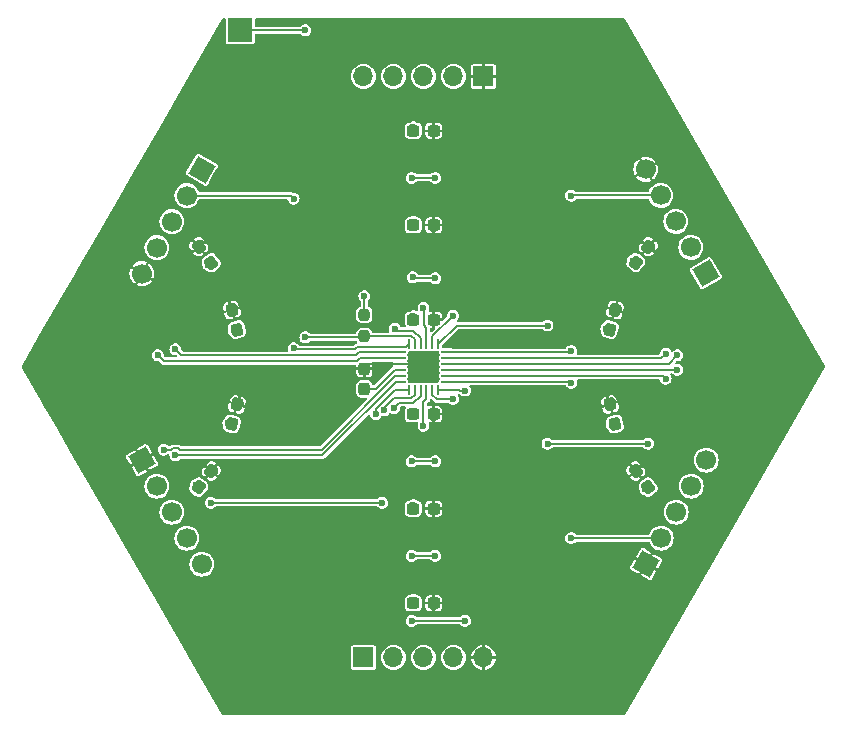
<source format=gbr>
%TF.GenerationSoftware,KiCad,Pcbnew,8.0.8*%
%TF.CreationDate,2025-02-21T18:34:30-05:00*%
%TF.ProjectId,pcb_tile_game,7063625f-7469-46c6-955f-67616d652e6b,0.1*%
%TF.SameCoordinates,Original*%
%TF.FileFunction,Copper,L1,Top*%
%TF.FilePolarity,Positive*%
%FSLAX46Y46*%
G04 Gerber Fmt 4.6, Leading zero omitted, Abs format (unit mm)*
G04 Created by KiCad (PCBNEW 8.0.8) date 2025-02-21 18:34:30*
%MOMM*%
%LPD*%
G01*
G04 APERTURE LIST*
G04 Aperture macros list*
%AMRoundRect*
0 Rectangle with rounded corners*
0 $1 Rounding radius*
0 $2 $3 $4 $5 $6 $7 $8 $9 X,Y pos of 4 corners*
0 Add a 4 corners polygon primitive as box body*
4,1,4,$2,$3,$4,$5,$6,$7,$8,$9,$2,$3,0*
0 Add four circle primitives for the rounded corners*
1,1,$1+$1,$2,$3*
1,1,$1+$1,$4,$5*
1,1,$1+$1,$6,$7*
1,1,$1+$1,$8,$9*
0 Add four rect primitives between the rounded corners*
20,1,$1+$1,$2,$3,$4,$5,0*
20,1,$1+$1,$4,$5,$6,$7,0*
20,1,$1+$1,$6,$7,$8,$9,0*
20,1,$1+$1,$8,$9,$2,$3,0*%
%AMHorizOval*
0 Thick line with rounded ends*
0 $1 width*
0 $2 $3 position (X,Y) of the first rounded end (center of the circle)*
0 $4 $5 position (X,Y) of the second rounded end (center of the circle)*
0 Add line between two ends*
20,1,$1,$2,$3,$4,$5,0*
0 Add two circle primitives to create the rounded ends*
1,1,$1,$2,$3*
1,1,$1,$4,$5*%
%AMRotRect*
0 Rectangle, with rotation*
0 The origin of the aperture is its center*
0 $1 length*
0 $2 width*
0 $3 Rotation angle, in degrees counterclockwise*
0 Add horizontal line*
21,1,$1,$2,0,0,$3*%
G04 Aperture macros list end*
%TA.AperFunction,SMDPad,CuDef*%
%ADD10RoundRect,0.237500X0.300000X0.237500X-0.300000X0.237500X-0.300000X-0.237500X0.300000X-0.237500X0*%
%TD*%
%TA.AperFunction,SMDPad,CuDef*%
%ADD11RoundRect,0.237500X-0.307053X0.228308X-0.151762X-0.351247X0.307053X-0.228308X0.151762X0.351247X0*%
%TD*%
%TA.AperFunction,ComponentPad*%
%ADD12R,1.700000X1.700000*%
%TD*%
%TA.AperFunction,ComponentPad*%
%ADD13O,1.700000X1.700000*%
%TD*%
%TA.AperFunction,SMDPad,CuDef*%
%ADD14RoundRect,0.237500X-0.237500X0.250000X-0.237500X-0.250000X0.237500X-0.250000X0.237500X0.250000X0*%
%TD*%
%TA.AperFunction,SMDPad,CuDef*%
%ADD15RoundRect,0.237500X-0.002454X0.382623X-0.371851X-0.090184X0.002454X-0.382623X0.371851X0.090184X0*%
%TD*%
%TA.AperFunction,SMDPad,CuDef*%
%ADD16RoundRect,0.237500X0.237500X-0.300000X0.237500X0.300000X-0.237500X0.300000X-0.237500X-0.300000X0*%
%TD*%
%TA.AperFunction,ComponentPad*%
%ADD17RotRect,1.700000X1.700000X150.000000*%
%TD*%
%TA.AperFunction,ComponentPad*%
%ADD18HorizOval,1.700000X0.000000X0.000000X0.000000X0.000000X0*%
%TD*%
%TA.AperFunction,SMDPad,CuDef*%
%ADD19RoundRect,0.237500X-0.371851X0.090184X-0.002454X-0.382623X0.371851X-0.090184X0.002454X0.382623X0*%
%TD*%
%TA.AperFunction,SMDPad,CuDef*%
%ADD20RoundRect,0.237500X-0.151762X0.351247X-0.307053X-0.228308X0.151762X-0.351247X0.307053X0.228308X0*%
%TD*%
%TA.AperFunction,ComponentPad*%
%ADD21RotRect,1.700000X1.700000X330.000000*%
%TD*%
%TA.AperFunction,ComponentPad*%
%ADD22HorizOval,1.700000X0.000000X0.000000X0.000000X0.000000X0*%
%TD*%
%TA.AperFunction,ComponentPad*%
%ADD23RotRect,1.700000X1.700000X210.000000*%
%TD*%
%TA.AperFunction,ComponentPad*%
%ADD24HorizOval,1.700000X0.000000X0.000000X0.000000X0.000000X0*%
%TD*%
%TA.AperFunction,ComponentPad*%
%ADD25RotRect,1.700000X1.700000X30.000000*%
%TD*%
%TA.AperFunction,ComponentPad*%
%ADD26HorizOval,1.700000X0.000000X0.000000X0.000000X0.000000X0*%
%TD*%
%TA.AperFunction,SMDPad,CuDef*%
%ADD27R,2.000000X2.000000*%
%TD*%
%TA.AperFunction,SMDPad,CuDef*%
%ADD28RoundRect,0.062500X-0.350000X-0.062500X0.350000X-0.062500X0.350000X0.062500X-0.350000X0.062500X0*%
%TD*%
%TA.AperFunction,SMDPad,CuDef*%
%ADD29RoundRect,0.062500X-0.062500X-0.350000X0.062500X-0.350000X0.062500X0.350000X-0.062500X0.350000X0*%
%TD*%
%TA.AperFunction,HeatsinkPad*%
%ADD30R,2.600000X2.600000*%
%TD*%
%TA.AperFunction,ViaPad*%
%ADD31C,0.600000*%
%TD*%
%TA.AperFunction,Conductor*%
%ADD32C,0.200000*%
%TD*%
G04 APERTURE END LIST*
D10*
%TO.P,C2,1*%
%TO.N,GND*%
X140922500Y-92000000D03*
%TO.P,C2,2*%
%TO.N,VCC*%
X139197500Y-92000000D03*
%TD*%
D11*
%TO.P,C13,1*%
%TO.N,GND*%
X123836768Y-75166889D03*
%TO.P,C13,2*%
%TO.N,VCC*%
X124283232Y-76833111D03*
%TD*%
D10*
%TO.P,C3,2*%
%TO.N,VCC*%
X139197500Y-84000000D03*
%TO.P,C3,1*%
%TO.N,GND*%
X140922500Y-84000000D03*
%TD*%
D12*
%TO.P,J2,1,Pin_1*%
%TO.N,VCC*%
X134980000Y-104600000D03*
D13*
%TO.P,J2,2,Pin_2*%
%TO.N,/TX_J2*%
X137520000Y-104600000D03*
%TO.P,J2,3,Pin_3*%
%TO.N,/DATA_J2*%
X140060000Y-104600000D03*
%TO.P,J2,4,Pin_4*%
%TO.N,/RX_J2*%
X142600000Y-104600000D03*
%TO.P,J2,5,Pin_5*%
%TO.N,GND*%
X145140000Y-104600000D03*
%TD*%
D14*
%TO.P,R1,1*%
%TO.N,VCC*%
X135060000Y-75587500D03*
%TO.P,R1,2*%
%TO.N,/UPDI*%
X135060000Y-77412500D03*
%TD*%
D15*
%TO.P,C10,1*%
%TO.N,GND*%
X159091008Y-69820341D03*
%TO.P,C10,2*%
%TO.N,VCC*%
X158028992Y-71179659D03*
%TD*%
D16*
%TO.P,C15,2*%
%TO.N,GND*%
X135060000Y-80137500D03*
%TO.P,C15,1*%
%TO.N,VCC*%
X135060000Y-81862500D03*
%TD*%
D10*
%TO.P,C5,1*%
%TO.N,GND*%
X140922500Y-68000000D03*
%TO.P,C5,2*%
%TO.N,VCC*%
X139197500Y-68000000D03*
%TD*%
D11*
%TO.P,C8,1*%
%TO.N,GND*%
X155836769Y-83166889D03*
%TO.P,C8,2*%
%TO.N,VCC*%
X156283231Y-84833111D03*
%TD*%
D10*
%TO.P,C6,1*%
%TO.N,GND*%
X140922500Y-60000000D03*
%TO.P,C6,2*%
%TO.N,VCC*%
X139197500Y-60000000D03*
%TD*%
D17*
%TO.P,J3,1,Pin_1*%
%TO.N,GND*%
X158920000Y-96689409D03*
D18*
%TO.P,J3,2,Pin_2*%
%TO.N,/TX_J3*%
X160190000Y-94489704D03*
%TO.P,J3,3,Pin_3*%
%TO.N,/DATA_J3*%
X161460000Y-92290000D03*
%TO.P,J3,4,Pin_4*%
%TO.N,/RX_J3*%
X162730000Y-90090295D03*
%TO.P,J3,5,Pin_5*%
%TO.N,VCC*%
X164000000Y-87890591D03*
%TD*%
D19*
%TO.P,C14,1*%
%TO.N,GND*%
X121028993Y-69820340D03*
%TO.P,C14,2*%
%TO.N,VCC*%
X122091007Y-71179660D03*
%TD*%
D20*
%TO.P,C12,1*%
%TO.N,GND*%
X124283231Y-83166889D03*
%TO.P,C12,2*%
%TO.N,VCC*%
X123836769Y-84833111D03*
%TD*%
D21*
%TO.P,J6,1,Pin_1*%
%TO.N,VCC*%
X121300000Y-63300591D03*
D22*
%TO.P,J6,2,Pin_2*%
%TO.N,/TX_J6*%
X120030000Y-65500296D03*
%TO.P,J6,3,Pin_3*%
%TO.N,/DATA_J6*%
X118760000Y-67700000D03*
%TO.P,J6,4,Pin_4*%
%TO.N,/RX_J6*%
X117490000Y-69899705D03*
%TO.P,J6,5,Pin_5*%
%TO.N,GND*%
X116220000Y-72099409D03*
%TD*%
D19*
%TO.P,C7,2*%
%TO.N,VCC*%
X159091008Y-90179659D03*
%TO.P,C7,1*%
%TO.N,GND*%
X158028992Y-88820341D03*
%TD*%
D10*
%TO.P,C1,1*%
%TO.N,GND*%
X140922500Y-100000000D03*
%TO.P,C1,2*%
%TO.N,VCC*%
X139197500Y-100000000D03*
%TD*%
D23*
%TO.P,J4,1,Pin_1*%
%TO.N,VCC*%
X163963349Y-72075928D03*
D24*
%TO.P,J4,2,Pin_2*%
%TO.N,/TX_J4*%
X162693349Y-69876223D03*
%TO.P,J4,3,Pin_3*%
%TO.N,/DATA_J4*%
X161423349Y-67676519D03*
%TO.P,J4,4,Pin_4*%
%TO.N,/RX_J4*%
X160153349Y-65476814D03*
%TO.P,J4,5,Pin_5*%
%TO.N,GND*%
X158883349Y-63277110D03*
%TD*%
D20*
%TO.P,C9,1*%
%TO.N,GND*%
X156283231Y-75166889D03*
%TO.P,C9,2*%
%TO.N,VCC*%
X155836769Y-76833111D03*
%TD*%
D25*
%TO.P,J1,1,Pin_1*%
%TO.N,GND*%
X116220000Y-87900591D03*
D26*
%TO.P,J1,2,Pin_2*%
%TO.N,/TX_J1*%
X117490000Y-90100296D03*
%TO.P,J1,3,Pin_3*%
%TO.N,/DATA_J1*%
X118760000Y-92300000D03*
%TO.P,J1,4,Pin_4*%
%TO.N,/RX_J1*%
X120030000Y-94499705D03*
%TO.P,J1,5,Pin_5*%
%TO.N,VCC*%
X121300000Y-96699409D03*
%TD*%
D10*
%TO.P,C4,1*%
%TO.N,GND*%
X140922500Y-76000000D03*
%TO.P,C4,2*%
%TO.N,VCC*%
X139197500Y-76000000D03*
%TD*%
D12*
%TO.P,J5,1,Pin_1*%
%TO.N,GND*%
X145140000Y-55400000D03*
D13*
%TO.P,J5,2,Pin_2*%
%TO.N,/TX_J5*%
X142600000Y-55400000D03*
%TO.P,J5,3,Pin_3*%
%TO.N,/DATA_J5*%
X140060000Y-55400000D03*
%TO.P,J5,4,Pin_4*%
%TO.N,/RX_J5*%
X137520000Y-55400000D03*
%TO.P,J5,5,Pin_5*%
%TO.N,VCC*%
X134980000Y-55400000D03*
%TD*%
D27*
%TO.P,TP1,1,1*%
%TO.N,/UPDI*%
X124560000Y-51500000D03*
%TD*%
D28*
%TO.P,U2,1,PA2*%
%TO.N,/DATA_J6*%
X138122500Y-78750000D03*
%TO.P,U2,2,PA3*%
%TO.N,/RX_J6*%
X138122500Y-79250000D03*
%TO.P,U2,3,GND*%
%TO.N,GND*%
X138122500Y-79750000D03*
%TO.P,U2,4,VCC*%
%TO.N,VCC*%
X138122500Y-80250000D03*
%TO.P,U2,5,PA4*%
%TO.N,/TX_J1*%
X138122500Y-80750000D03*
%TO.P,U2,6,PA5*%
%TO.N,/DATA_J1*%
X138122500Y-81250000D03*
D29*
%TO.P,U2,7,PA6*%
%TO.N,/RX_J1*%
X138810000Y-81937500D03*
%TO.P,U2,8,PA7*%
%TO.N,/LED_J1-J6*%
X139310000Y-81937500D03*
%TO.P,U2,9,PB7*%
%TO.N,/TX_J2*%
X139810000Y-81937500D03*
%TO.P,U2,10,PB6*%
%TO.N,/DATA_J2*%
X140310000Y-81937500D03*
%TO.P,U2,11,PB5*%
%TO.N,/RX_J2*%
X140810000Y-81937500D03*
%TO.P,U2,12,PB4*%
%TO.N,/LED_J2-J5*%
X141310000Y-81937500D03*
D28*
%TO.P,U2,13,PB3*%
%TO.N,/TX_J3*%
X141997500Y-81250000D03*
%TO.P,U2,14,PB2*%
%TO.N,/DATA_J3*%
X141997500Y-80750000D03*
%TO.P,U2,15,PB1*%
%TO.N,/RX_J3*%
X141997500Y-80250000D03*
%TO.P,U2,16,PB0*%
%TO.N,/TX_J4*%
X141997500Y-79750000D03*
%TO.P,U2,17,PC0*%
%TO.N,/DATA_J4*%
X141997500Y-79250000D03*
%TO.P,U2,18,PC1*%
%TO.N,/RX_J4*%
X141997500Y-78750000D03*
D29*
%TO.P,U2,19,PC2*%
%TO.N,/LED_J3-J4*%
X141310000Y-78062500D03*
%TO.P,U2,20,PC3*%
%TO.N,/TX_J5*%
X140810000Y-78062500D03*
%TO.P,U2,21,PC4*%
%TO.N,/DATA_J5*%
X140310000Y-78062500D03*
%TO.P,U2,22,PC5*%
%TO.N,/RX_J5*%
X139810000Y-78062500D03*
%TO.P,U2,23,~{RESET}/PA0*%
%TO.N,/UPDI*%
X139310000Y-78062500D03*
%TO.P,U2,24,PA1*%
%TO.N,/TX_J6*%
X138810000Y-78062500D03*
D30*
%TO.P,U2,25,GND*%
%TO.N,GND*%
X140060000Y-80000000D03*
%TD*%
D15*
%TO.P,C11,2*%
%TO.N,VCC*%
X121028992Y-90179659D03*
%TO.P,C11,1*%
%TO.N,GND*%
X122091008Y-88820341D03*
%TD*%
D31*
%TO.N,GND*%
X122399855Y-88926271D03*
X124603407Y-83131087D03*
X124096148Y-74975794D03*
X121193088Y-69543091D03*
X159399722Y-69912488D03*
X156603409Y-75131087D03*
X156096148Y-82975795D03*
X158193086Y-88543090D03*
X140922500Y-100300002D03*
X140922500Y-92300002D03*
X140917986Y-84300002D03*
X140922500Y-76300002D03*
X140922500Y-68300002D03*
X140922500Y-60300002D03*
%TO.N,VCC*%
X139197500Y-59699998D03*
X135060000Y-81862500D03*
X135060000Y-74000000D03*
X121854604Y-71364358D03*
X123993453Y-76910757D03*
X123546990Y-84755465D03*
X120792589Y-89994961D03*
X157792588Y-70994960D03*
X155546990Y-76755464D03*
X155993453Y-84910757D03*
X158854604Y-90364358D03*
X139197500Y-67699998D03*
X139202014Y-75699998D03*
X139197500Y-83699998D03*
X139197500Y-91699998D03*
X139197500Y-99699998D03*
%TO.N,/LED_J1-J6*%
X122060000Y-91500000D03*
%TO.N,/LED_J2-J5*%
X139060000Y-101500000D03*
X143560000Y-101500000D03*
X143560000Y-82000000D03*
%TO.N,/LED_J3-J4*%
X159060000Y-86500000D03*
X150560000Y-86500000D03*
X150560000Y-76500000D03*
%TO.N,Net-(D5-DOUT)*%
X139060000Y-64000000D03*
X141060000Y-64000000D03*
%TO.N,Net-(D4-DOUT)*%
X139145000Y-72415000D03*
X141060000Y-72500000D03*
%TO.N,Net-(D2-DOUT)*%
X139060000Y-88000000D03*
X141060000Y-88000000D03*
%TO.N,Net-(D1-DOUT)*%
X141060000Y-96000000D03*
X139060000Y-96000000D03*
%TO.N,/TX_J6*%
X129060000Y-65750148D03*
%TO.N,/LED_J1-J6*%
X136560000Y-91500000D03*
X136734265Y-83674265D03*
%TO.N,/RX_J4*%
X152560000Y-65500000D03*
%TO.N,/TX_J3*%
X152560000Y-94489704D03*
%TO.N,/DATA_J4*%
X160560000Y-78900000D03*
%TO.N,/TX_J4*%
X161560000Y-79000000D03*
%TO.N,/RX_J3*%
X161560000Y-80250000D03*
%TO.N,/DATA_J3*%
X160560000Y-81000000D03*
%TO.N,/TX_J3*%
X152560000Y-81350000D03*
%TO.N,/RX_J2*%
X142560000Y-82717157D03*
%TO.N,/DATA_J2*%
X140060000Y-85000000D03*
%TO.N,/TX_J2*%
X137560000Y-83500000D03*
%TO.N,/RX_J4*%
X152560000Y-78650000D03*
%TO.N,/TX_J5*%
X142560000Y-75666722D03*
%TO.N,/DATA_J5*%
X140060000Y-75000000D03*
%TO.N,/RX_J5*%
X137627750Y-76750000D03*
%TO.N,/UPDI*%
X130060000Y-77500000D03*
%TO.N,/TX_J6*%
X129060000Y-78400000D03*
%TO.N,/DATA_J6*%
X119060000Y-78500000D03*
%TO.N,/RX_J6*%
X117560000Y-79000000D03*
%TO.N,/UPDI*%
X130060000Y-51500000D03*
%TO.N,/TX_J1*%
X118060000Y-87000000D03*
%TO.N,/DATA_J1*%
X119060000Y-87500000D03*
%TO.N,/RX_J1*%
X136005325Y-84003885D03*
%TD*%
D32*
%TO.N,VCC*%
X135060000Y-75587500D02*
X135060000Y-74000000D01*
%TO.N,/LED_J1-J6*%
X122060000Y-91500000D02*
X136560000Y-91500000D01*
%TO.N,/LED_J2-J5*%
X143560000Y-101500000D02*
X139060000Y-101500000D01*
X143128871Y-81937500D02*
X141310000Y-81937500D01*
X143191371Y-82000000D02*
X143128871Y-81937500D01*
X143560000Y-82000000D02*
X143191371Y-82000000D01*
%TO.N,/LED_J3-J4*%
X150560000Y-86500000D02*
X159060000Y-86500000D01*
X142872500Y-76500000D02*
X150560000Y-76500000D01*
%TO.N,Net-(D5-DOUT)*%
X141060000Y-64000000D02*
X139060000Y-64000000D01*
%TO.N,Net-(D4-DOUT)*%
X139230000Y-72500000D02*
X139145000Y-72415000D01*
X141060000Y-72500000D02*
X139230000Y-72500000D01*
%TO.N,Net-(D1-DOUT)*%
X139060000Y-96000000D02*
X141060000Y-96000000D01*
%TO.N,Net-(D2-DOUT)*%
X141060000Y-88000000D02*
X139060000Y-88000000D01*
%TO.N,/TX_J6*%
X128810148Y-65500296D02*
X120030000Y-65500296D01*
X129060000Y-65750148D02*
X128810148Y-65500296D01*
X134261908Y-78500000D02*
X134436908Y-78325000D01*
X134436908Y-78325000D02*
X138547500Y-78325000D01*
X138547500Y-78325000D02*
X138810000Y-78062500D01*
X129060000Y-78400000D02*
X129160000Y-78500000D01*
X129160000Y-78500000D02*
X134261908Y-78500000D01*
%TO.N,/TX_J1*%
X137678628Y-80750000D02*
X138122500Y-80750000D01*
X131428628Y-87000000D02*
X137678628Y-80750000D01*
X119408529Y-87000000D02*
X131428628Y-87000000D01*
X118811471Y-86900000D02*
X119308529Y-86900000D01*
X118060000Y-87000000D02*
X118711471Y-87000000D01*
X119308529Y-86900000D02*
X119408529Y-87000000D01*
X118711471Y-87000000D02*
X118811471Y-86900000D01*
%TO.N,/DATA_J1*%
X137744314Y-81250000D02*
X138122500Y-81250000D01*
X119060000Y-87500000D02*
X131494314Y-87500000D01*
X131494314Y-87500000D02*
X137744314Y-81250000D01*
%TO.N,/RX_J1*%
X137622500Y-81937500D02*
X138810000Y-81937500D01*
X136005325Y-83554675D02*
X137622500Y-81937500D01*
X136005325Y-84003885D02*
X136005325Y-83554675D01*
%TO.N,/LED_J1-J6*%
X137560000Y-82650000D02*
X136734265Y-83475735D01*
X137560000Y-82650000D02*
X139024386Y-82650000D01*
X136734265Y-83475735D02*
X136734265Y-83674265D01*
X139310000Y-82364386D02*
X139310000Y-81937500D01*
X139024386Y-82650000D02*
X139310000Y-82364386D01*
%TO.N,/TX_J3*%
X160190000Y-94489704D02*
X152560000Y-94489704D01*
X152460000Y-81250000D02*
X141997500Y-81250000D01*
X152560000Y-81350000D02*
X152460000Y-81250000D01*
%TO.N,/RX_J4*%
X152583186Y-65476814D02*
X152560000Y-65500000D01*
X160153349Y-65476814D02*
X152583186Y-65476814D01*
X152560000Y-78650000D02*
X152460000Y-78750000D01*
X152460000Y-78750000D02*
X141997500Y-78750000D01*
%TO.N,VCC*%
X136000442Y-81862500D02*
X135060000Y-81862500D01*
X138122500Y-80250000D02*
X137612942Y-80250000D01*
X137612942Y-80250000D02*
X136000442Y-81862500D01*
%TO.N,GND*%
X135447500Y-79750000D02*
X135060000Y-80137500D01*
X138122500Y-79750000D02*
X135447500Y-79750000D01*
%TO.N,/DATA_J4*%
X160560000Y-78900000D02*
X160210000Y-79250000D01*
X160210000Y-79250000D02*
X141997500Y-79250000D01*
%TO.N,/TX_J4*%
X161560000Y-79000000D02*
X160810000Y-79750000D01*
X160810000Y-79750000D02*
X141997500Y-79750000D01*
%TO.N,/RX_J3*%
X161560000Y-80250000D02*
X141997500Y-80250000D01*
%TO.N,/DATA_J3*%
X160310000Y-80750000D02*
X160560000Y-81000000D01*
X141997500Y-80750000D02*
X160310000Y-80750000D01*
%TO.N,/TX_J5*%
X142560000Y-75666722D02*
X140810000Y-77416722D01*
X140810000Y-77416722D02*
X140810000Y-78062500D01*
%TO.N,/RX_J5*%
X139190072Y-76950000D02*
X137827750Y-76950000D01*
X139810000Y-77569928D02*
X139190072Y-76950000D01*
X137827750Y-76950000D02*
X137627750Y-76750000D01*
X139810000Y-78062500D02*
X139810000Y-77569928D01*
%TO.N,/RX_J2*%
X140810000Y-82364386D02*
X140810000Y-81937500D01*
X142560000Y-82717157D02*
X141162771Y-82717157D01*
X141162771Y-82717157D02*
X140810000Y-82364386D01*
%TO.N,/DATA_J2*%
X140060000Y-83000000D02*
X140060000Y-85000000D01*
X140310000Y-82750000D02*
X140060000Y-83000000D01*
%TO.N,/TX_J2*%
X138010000Y-83050000D02*
X137560000Y-83500000D01*
X139190072Y-83050000D02*
X138110000Y-83050000D01*
X139810000Y-82430072D02*
X139190072Y-83050000D01*
X139810000Y-81937500D02*
X139810000Y-82430072D01*
X138110000Y-83050000D02*
X138010000Y-83050000D01*
%TO.N,/UPDI*%
X130060000Y-77500000D02*
X134972500Y-77500000D01*
X124560000Y-51500000D02*
X130060000Y-51500000D01*
%TO.N,/DATA_J2*%
X140310000Y-82750000D02*
X140310000Y-81937500D01*
%TO.N,/DATA_J5*%
X140085000Y-75025000D02*
X140060000Y-75000000D01*
X140085000Y-76466722D02*
X140085000Y-75025000D01*
%TO.N,/UPDI*%
X137347500Y-77412500D02*
X135060000Y-77412500D01*
X137410000Y-77350000D02*
X137347500Y-77412500D01*
X139024386Y-77350000D02*
X137410000Y-77350000D01*
X139310000Y-77635614D02*
X139024386Y-77350000D01*
X139310000Y-78062500D02*
X139310000Y-77635614D01*
%TO.N,/DATA_J6*%
X134577593Y-78750000D02*
X138122500Y-78750000D01*
X119560000Y-79000000D02*
X134327593Y-79000000D01*
X134327593Y-79000000D02*
X134577593Y-78750000D01*
X119060000Y-78500000D02*
X119560000Y-79000000D01*
%TO.N,/RX_J6*%
X134643278Y-79250000D02*
X138122500Y-79250000D01*
X118060000Y-79500000D02*
X134393278Y-79500000D01*
X117560000Y-79000000D02*
X118060000Y-79500000D01*
X134393278Y-79500000D02*
X134643278Y-79250000D01*
%TO.N,/LED_J3-J4*%
X141310000Y-78062500D02*
X142872500Y-76500000D01*
%TO.N,/DATA_J5*%
X140310000Y-76691722D02*
X140085000Y-76466722D01*
X140310000Y-78062500D02*
X140310000Y-76691722D01*
%TD*%
%TA.AperFunction,Conductor*%
%TO.N,GND*%
G36*
X123318691Y-50519407D02*
G01*
X123354655Y-50568907D01*
X123359500Y-50599500D01*
X123359500Y-52519746D01*
X123359501Y-52519758D01*
X123371132Y-52578227D01*
X123371133Y-52578231D01*
X123415448Y-52644552D01*
X123481769Y-52688867D01*
X123526231Y-52697711D01*
X123540241Y-52700498D01*
X123540246Y-52700498D01*
X123540252Y-52700500D01*
X123540253Y-52700500D01*
X125579747Y-52700500D01*
X125579748Y-52700500D01*
X125638231Y-52688867D01*
X125704552Y-52644552D01*
X125748867Y-52578231D01*
X125760500Y-52519748D01*
X125760500Y-51899500D01*
X125779407Y-51841309D01*
X125828907Y-51805345D01*
X125859500Y-51800500D01*
X129612917Y-51800500D01*
X129671108Y-51819407D01*
X129687733Y-51834667D01*
X129728872Y-51882143D01*
X129849947Y-51959953D01*
X129956403Y-51991211D01*
X129988035Y-52000499D01*
X129988036Y-52000499D01*
X129988039Y-52000500D01*
X129988041Y-52000500D01*
X130131959Y-52000500D01*
X130131961Y-52000500D01*
X130270053Y-51959953D01*
X130391128Y-51882143D01*
X130485377Y-51773373D01*
X130545165Y-51642457D01*
X130565647Y-51500000D01*
X130545165Y-51357543D01*
X130485377Y-51226627D01*
X130391128Y-51117857D01*
X130391127Y-51117856D01*
X130391126Y-51117855D01*
X130270057Y-51040049D01*
X130270054Y-51040047D01*
X130270053Y-51040047D01*
X130270050Y-51040046D01*
X130131964Y-50999500D01*
X130131961Y-50999500D01*
X129988039Y-50999500D01*
X129988035Y-50999500D01*
X129849949Y-51040046D01*
X129849942Y-51040049D01*
X129728876Y-51117854D01*
X129728871Y-51117858D01*
X129687736Y-51165331D01*
X129635340Y-51196927D01*
X129612917Y-51199500D01*
X125859500Y-51199500D01*
X125801309Y-51180593D01*
X125765345Y-51131093D01*
X125760500Y-51100500D01*
X125760500Y-50599500D01*
X125779407Y-50541309D01*
X125828907Y-50505345D01*
X125859500Y-50500500D01*
X157034386Y-50500500D01*
X157092577Y-50519407D01*
X157120122Y-50549999D01*
X164271507Y-62936561D01*
X174094509Y-79950500D01*
X174107230Y-80010348D01*
X174094509Y-80049500D01*
X166355185Y-93454403D01*
X159310831Y-105655583D01*
X157120123Y-109450000D01*
X157074653Y-109490941D01*
X157034386Y-109499500D01*
X123085614Y-109499500D01*
X123027423Y-109480593D01*
X122999877Y-109450000D01*
X120809169Y-105655583D01*
X119697579Y-103730253D01*
X133929500Y-103730253D01*
X133929500Y-105469746D01*
X133929501Y-105469758D01*
X133941132Y-105528227D01*
X133941134Y-105528233D01*
X133985445Y-105594548D01*
X133985448Y-105594552D01*
X134051769Y-105638867D01*
X134096231Y-105647711D01*
X134110241Y-105650498D01*
X134110246Y-105650498D01*
X134110252Y-105650500D01*
X134110253Y-105650500D01*
X135849747Y-105650500D01*
X135849748Y-105650500D01*
X135908231Y-105638867D01*
X135974552Y-105594552D01*
X136018867Y-105528231D01*
X136030500Y-105469748D01*
X136030500Y-104599996D01*
X136464417Y-104599996D01*
X136464417Y-104600003D01*
X136484698Y-104805929D01*
X136484699Y-104805934D01*
X136544768Y-105003954D01*
X136642316Y-105186452D01*
X136773302Y-105346059D01*
X136773590Y-105346410D01*
X136773595Y-105346414D01*
X136933547Y-105477683D01*
X136933548Y-105477683D01*
X136933550Y-105477685D01*
X137116046Y-105575232D01*
X137253997Y-105617078D01*
X137314065Y-105635300D01*
X137314070Y-105635301D01*
X137519997Y-105655583D01*
X137520000Y-105655583D01*
X137520003Y-105655583D01*
X137725929Y-105635301D01*
X137725934Y-105635300D01*
X137727556Y-105634808D01*
X137923954Y-105575232D01*
X138106450Y-105477685D01*
X138266410Y-105346410D01*
X138397685Y-105186450D01*
X138495232Y-105003954D01*
X138555300Y-104805934D01*
X138555301Y-104805929D01*
X138575583Y-104600003D01*
X138575583Y-104599996D01*
X139004417Y-104599996D01*
X139004417Y-104600003D01*
X139024698Y-104805929D01*
X139024699Y-104805934D01*
X139084768Y-105003954D01*
X139182316Y-105186452D01*
X139313302Y-105346059D01*
X139313590Y-105346410D01*
X139313595Y-105346414D01*
X139473547Y-105477683D01*
X139473548Y-105477683D01*
X139473550Y-105477685D01*
X139656046Y-105575232D01*
X139793997Y-105617078D01*
X139854065Y-105635300D01*
X139854070Y-105635301D01*
X140059997Y-105655583D01*
X140060000Y-105655583D01*
X140060003Y-105655583D01*
X140265929Y-105635301D01*
X140265934Y-105635300D01*
X140267556Y-105634808D01*
X140463954Y-105575232D01*
X140646450Y-105477685D01*
X140806410Y-105346410D01*
X140937685Y-105186450D01*
X141035232Y-105003954D01*
X141095300Y-104805934D01*
X141095301Y-104805929D01*
X141115583Y-104600003D01*
X141115583Y-104599996D01*
X141544417Y-104599996D01*
X141544417Y-104600003D01*
X141564698Y-104805929D01*
X141564699Y-104805934D01*
X141624768Y-105003954D01*
X141722316Y-105186452D01*
X141853302Y-105346059D01*
X141853590Y-105346410D01*
X141853595Y-105346414D01*
X142013547Y-105477683D01*
X142013548Y-105477683D01*
X142013550Y-105477685D01*
X142196046Y-105575232D01*
X142333997Y-105617078D01*
X142394065Y-105635300D01*
X142394070Y-105635301D01*
X142599997Y-105655583D01*
X142600000Y-105655583D01*
X142600003Y-105655583D01*
X142805929Y-105635301D01*
X142805934Y-105635300D01*
X142807556Y-105634808D01*
X143003954Y-105575232D01*
X143186450Y-105477685D01*
X143346410Y-105346410D01*
X143477685Y-105186450D01*
X143575232Y-105003954D01*
X143635300Y-104805934D01*
X143635301Y-104805929D01*
X143655583Y-104600003D01*
X143655583Y-104599996D01*
X143645734Y-104499999D01*
X144094767Y-104499999D01*
X144094768Y-104500000D01*
X144649157Y-104500000D01*
X144640000Y-104534174D01*
X144640000Y-104665826D01*
X144649157Y-104700000D01*
X144094767Y-104700000D01*
X144105190Y-104805831D01*
X144105191Y-104805836D01*
X144165232Y-105003762D01*
X144165234Y-105003767D01*
X144262724Y-105186160D01*
X144262731Y-105186170D01*
X144393940Y-105346050D01*
X144393949Y-105346059D01*
X144553829Y-105477268D01*
X144553839Y-105477275D01*
X144736232Y-105574765D01*
X144736237Y-105574767D01*
X144934166Y-105634808D01*
X145039998Y-105645231D01*
X145040000Y-105645230D01*
X145040000Y-105090842D01*
X145074174Y-105100000D01*
X145205826Y-105100000D01*
X145240000Y-105090842D01*
X145240000Y-105645230D01*
X145240001Y-105645231D01*
X145345833Y-105634808D01*
X145543762Y-105574767D01*
X145543767Y-105574765D01*
X145726160Y-105477275D01*
X145726170Y-105477268D01*
X145886050Y-105346059D01*
X145886059Y-105346050D01*
X146017268Y-105186170D01*
X146017275Y-105186160D01*
X146114765Y-105003767D01*
X146114767Y-105003762D01*
X146174808Y-104805836D01*
X146174809Y-104805831D01*
X146185232Y-104700000D01*
X145630843Y-104700000D01*
X145640000Y-104665826D01*
X145640000Y-104534174D01*
X145630843Y-104500000D01*
X146185232Y-104500000D01*
X146185232Y-104499999D01*
X146174809Y-104394168D01*
X146174808Y-104394163D01*
X146114767Y-104196237D01*
X146114765Y-104196232D01*
X146017275Y-104013839D01*
X146017268Y-104013829D01*
X145886059Y-103853949D01*
X145886050Y-103853940D01*
X145726170Y-103722731D01*
X145726160Y-103722724D01*
X145543767Y-103625234D01*
X145543762Y-103625232D01*
X145345836Y-103565191D01*
X145345831Y-103565190D01*
X145240000Y-103554767D01*
X145240000Y-104109157D01*
X145205826Y-104100000D01*
X145074174Y-104100000D01*
X145040000Y-104109157D01*
X145040000Y-103554767D01*
X145039999Y-103554767D01*
X144934168Y-103565190D01*
X144934163Y-103565191D01*
X144736237Y-103625232D01*
X144736232Y-103625234D01*
X144553839Y-103722724D01*
X144553829Y-103722731D01*
X144393949Y-103853940D01*
X144393940Y-103853949D01*
X144262731Y-104013829D01*
X144262724Y-104013839D01*
X144165234Y-104196232D01*
X144165232Y-104196237D01*
X144105191Y-104394163D01*
X144105190Y-104394168D01*
X144094767Y-104499999D01*
X143645734Y-104499999D01*
X143635301Y-104394070D01*
X143635300Y-104394065D01*
X143576401Y-104199901D01*
X143575232Y-104196046D01*
X143477685Y-104013550D01*
X143346410Y-103853590D01*
X143196123Y-103730253D01*
X143186452Y-103722316D01*
X143003954Y-103624768D01*
X142805934Y-103564699D01*
X142805929Y-103564698D01*
X142600003Y-103544417D01*
X142599997Y-103544417D01*
X142394070Y-103564698D01*
X142394065Y-103564699D01*
X142196045Y-103624768D01*
X142013547Y-103722316D01*
X141853595Y-103853585D01*
X141853585Y-103853595D01*
X141722316Y-104013547D01*
X141624768Y-104196045D01*
X141564699Y-104394065D01*
X141564698Y-104394070D01*
X141544417Y-104599996D01*
X141115583Y-104599996D01*
X141095301Y-104394070D01*
X141095300Y-104394065D01*
X141036401Y-104199901D01*
X141035232Y-104196046D01*
X140937685Y-104013550D01*
X140806410Y-103853590D01*
X140656123Y-103730253D01*
X140646452Y-103722316D01*
X140463954Y-103624768D01*
X140265934Y-103564699D01*
X140265929Y-103564698D01*
X140060003Y-103544417D01*
X140059997Y-103544417D01*
X139854070Y-103564698D01*
X139854065Y-103564699D01*
X139656045Y-103624768D01*
X139473547Y-103722316D01*
X139313595Y-103853585D01*
X139313585Y-103853595D01*
X139182316Y-104013547D01*
X139084768Y-104196045D01*
X139024699Y-104394065D01*
X139024698Y-104394070D01*
X139004417Y-104599996D01*
X138575583Y-104599996D01*
X138555301Y-104394070D01*
X138555300Y-104394065D01*
X138496401Y-104199901D01*
X138495232Y-104196046D01*
X138397685Y-104013550D01*
X138266410Y-103853590D01*
X138116123Y-103730253D01*
X138106452Y-103722316D01*
X137923954Y-103624768D01*
X137725934Y-103564699D01*
X137725929Y-103564698D01*
X137520003Y-103544417D01*
X137519997Y-103544417D01*
X137314070Y-103564698D01*
X137314065Y-103564699D01*
X137116045Y-103624768D01*
X136933547Y-103722316D01*
X136773595Y-103853585D01*
X136773585Y-103853595D01*
X136642316Y-104013547D01*
X136544768Y-104196045D01*
X136484699Y-104394065D01*
X136484698Y-104394070D01*
X136464417Y-104599996D01*
X136030500Y-104599996D01*
X136030500Y-103730252D01*
X136028921Y-103722316D01*
X136027711Y-103716231D01*
X136018867Y-103671769D01*
X135974552Y-103605448D01*
X135974548Y-103605445D01*
X135908233Y-103561134D01*
X135908231Y-103561133D01*
X135908228Y-103561132D01*
X135908227Y-103561132D01*
X135849758Y-103549501D01*
X135849748Y-103549500D01*
X134110252Y-103549500D01*
X134110251Y-103549500D01*
X134110241Y-103549501D01*
X134051772Y-103561132D01*
X134051766Y-103561134D01*
X133985451Y-103605445D01*
X133985445Y-103605451D01*
X133941134Y-103671766D01*
X133941132Y-103671772D01*
X133929501Y-103730241D01*
X133929500Y-103730253D01*
X119697579Y-103730253D01*
X118409940Y-101499997D01*
X138554353Y-101499997D01*
X138554353Y-101500002D01*
X138574834Y-101642456D01*
X138634622Y-101773371D01*
X138634623Y-101773373D01*
X138687736Y-101834669D01*
X138728873Y-101882144D01*
X138728875Y-101882145D01*
X138849947Y-101959953D01*
X138956403Y-101991211D01*
X138988035Y-102000499D01*
X138988036Y-102000499D01*
X138988039Y-102000500D01*
X138988041Y-102000500D01*
X139131959Y-102000500D01*
X139131961Y-102000500D01*
X139270053Y-101959953D01*
X139391128Y-101882143D01*
X139432264Y-101834668D01*
X139484660Y-101803073D01*
X139507083Y-101800500D01*
X143112917Y-101800500D01*
X143171108Y-101819407D01*
X143187733Y-101834667D01*
X143228872Y-101882143D01*
X143349947Y-101959953D01*
X143456403Y-101991211D01*
X143488035Y-102000499D01*
X143488036Y-102000499D01*
X143488039Y-102000500D01*
X143488041Y-102000500D01*
X143631959Y-102000500D01*
X143631961Y-102000500D01*
X143770053Y-101959953D01*
X143891128Y-101882143D01*
X143985377Y-101773373D01*
X144045165Y-101642457D01*
X144065647Y-101500000D01*
X144045165Y-101357543D01*
X143985377Y-101226627D01*
X143891128Y-101117857D01*
X143891127Y-101117856D01*
X143891126Y-101117855D01*
X143770057Y-101040049D01*
X143770054Y-101040047D01*
X143770053Y-101040047D01*
X143770050Y-101040046D01*
X143631964Y-100999500D01*
X143631961Y-100999500D01*
X143488039Y-100999500D01*
X143488035Y-100999500D01*
X143349949Y-101040046D01*
X143349942Y-101040049D01*
X143228876Y-101117854D01*
X143228871Y-101117858D01*
X143187736Y-101165331D01*
X143135340Y-101196927D01*
X143112917Y-101199500D01*
X139507083Y-101199500D01*
X139448892Y-101180593D01*
X139432264Y-101165331D01*
X139391128Y-101117857D01*
X139358182Y-101096684D01*
X139270057Y-101040049D01*
X139270054Y-101040047D01*
X139270053Y-101040047D01*
X139270050Y-101040046D01*
X139131964Y-100999500D01*
X139131961Y-100999500D01*
X138988039Y-100999500D01*
X138988035Y-100999500D01*
X138849949Y-101040046D01*
X138849942Y-101040049D01*
X138728873Y-101117855D01*
X138634622Y-101226628D01*
X138574834Y-101357543D01*
X138554353Y-101499997D01*
X118409940Y-101499997D01*
X117376331Y-99709733D01*
X138459500Y-99709733D01*
X138459500Y-100290266D01*
X138462274Y-100319844D01*
X138462276Y-100319852D01*
X138505884Y-100444476D01*
X138584021Y-100550348D01*
X138584289Y-100550711D01*
X138584292Y-100550713D01*
X138584293Y-100550714D01*
X138690523Y-100629115D01*
X138690524Y-100629115D01*
X138690525Y-100629116D01*
X138815151Y-100672725D01*
X138839412Y-100675000D01*
X138844733Y-100675499D01*
X138844738Y-100675500D01*
X138844744Y-100675500D01*
X139550262Y-100675500D01*
X139550265Y-100675499D01*
X139579849Y-100672725D01*
X139704475Y-100629116D01*
X139810711Y-100550711D01*
X139889116Y-100444475D01*
X139932725Y-100319849D01*
X139935500Y-100290256D01*
X139935500Y-100100001D01*
X140185000Y-100100001D01*
X140185000Y-100290201D01*
X140187771Y-100319758D01*
X140187772Y-100319759D01*
X140231330Y-100444240D01*
X140309641Y-100550348D01*
X140309651Y-100550358D01*
X140415759Y-100628669D01*
X140540240Y-100672227D01*
X140540241Y-100672228D01*
X140569799Y-100675000D01*
X140822499Y-100675000D01*
X140822500Y-100674999D01*
X140822500Y-100100001D01*
X141022500Y-100100001D01*
X141022500Y-100674999D01*
X141022501Y-100675000D01*
X141275201Y-100675000D01*
X141304758Y-100672228D01*
X141304759Y-100672227D01*
X141429240Y-100628669D01*
X141535348Y-100550358D01*
X141535358Y-100550348D01*
X141613669Y-100444240D01*
X141657227Y-100319759D01*
X141657228Y-100319758D01*
X141660000Y-100290201D01*
X141660000Y-100100001D01*
X141659999Y-100100000D01*
X141022501Y-100100000D01*
X141022500Y-100100001D01*
X140822500Y-100100001D01*
X140822499Y-100100000D01*
X140185001Y-100100000D01*
X140185000Y-100100001D01*
X139935500Y-100100001D01*
X139935500Y-99709798D01*
X140185000Y-99709798D01*
X140185000Y-99899999D01*
X140185001Y-99900000D01*
X140822499Y-99900000D01*
X140822500Y-99899999D01*
X140822500Y-99325001D01*
X141022500Y-99325001D01*
X141022500Y-99899999D01*
X141022501Y-99900000D01*
X141659999Y-99900000D01*
X141660000Y-99899999D01*
X141660000Y-99709798D01*
X141657228Y-99680241D01*
X141657227Y-99680240D01*
X141613669Y-99555759D01*
X141535358Y-99449651D01*
X141535348Y-99449641D01*
X141429240Y-99371330D01*
X141304759Y-99327772D01*
X141304758Y-99327771D01*
X141275201Y-99325000D01*
X141022501Y-99325000D01*
X141022500Y-99325001D01*
X140822500Y-99325001D01*
X140822499Y-99325000D01*
X140569799Y-99325000D01*
X140540241Y-99327771D01*
X140540240Y-99327772D01*
X140415759Y-99371330D01*
X140309651Y-99449641D01*
X140309641Y-99449651D01*
X140231330Y-99555759D01*
X140187772Y-99680240D01*
X140187771Y-99680241D01*
X140185000Y-99709798D01*
X139935500Y-99709798D01*
X139935500Y-99709744D01*
X139935500Y-99709738D01*
X139935499Y-99709733D01*
X139932725Y-99680155D01*
X139932725Y-99680151D01*
X139889116Y-99555525D01*
X139810711Y-99449289D01*
X139810706Y-99449285D01*
X139704476Y-99370884D01*
X139579852Y-99327276D01*
X139579851Y-99327275D01*
X139579849Y-99327275D01*
X139579847Y-99327274D01*
X139579844Y-99327274D01*
X139561036Y-99325510D01*
X139516759Y-99310227D01*
X139407557Y-99240047D01*
X139407554Y-99240045D01*
X139407553Y-99240045D01*
X139407550Y-99240044D01*
X139269464Y-99199498D01*
X139269461Y-99199498D01*
X139125539Y-99199498D01*
X139125535Y-99199498D01*
X138987449Y-99240044D01*
X138987442Y-99240047D01*
X138878240Y-99310227D01*
X138833963Y-99325510D01*
X138815155Y-99327274D01*
X138815147Y-99327276D01*
X138690523Y-99370884D01*
X138584293Y-99449285D01*
X138584285Y-99449293D01*
X138505884Y-99555523D01*
X138462276Y-99680147D01*
X138462274Y-99680155D01*
X138459500Y-99709733D01*
X117376331Y-99709733D01*
X115638317Y-96699405D01*
X120244417Y-96699405D01*
X120244417Y-96699412D01*
X120264698Y-96905338D01*
X120264699Y-96905343D01*
X120324768Y-97103363D01*
X120422316Y-97285861D01*
X120553585Y-97445813D01*
X120553590Y-97445819D01*
X120553595Y-97445823D01*
X120713547Y-97577092D01*
X120713548Y-97577092D01*
X120713550Y-97577094D01*
X120896046Y-97674641D01*
X121033997Y-97716487D01*
X121094065Y-97734709D01*
X121094070Y-97734710D01*
X121299997Y-97754992D01*
X121300000Y-97754992D01*
X121300003Y-97754992D01*
X121505929Y-97734710D01*
X121505934Y-97734709D01*
X121703954Y-97674641D01*
X121886450Y-97577094D01*
X122046410Y-97445819D01*
X122177685Y-97285859D01*
X122275232Y-97103363D01*
X122314499Y-96973917D01*
X157556704Y-96973917D01*
X157561908Y-97053310D01*
X157597097Y-97124666D01*
X157597099Y-97124669D01*
X157641815Y-97163884D01*
X158308395Y-97548734D01*
X158587974Y-97064489D01*
X158612993Y-97089508D01*
X158727007Y-97155334D01*
X158761180Y-97164491D01*
X158481602Y-97648735D01*
X159148184Y-98033586D01*
X159204503Y-98052703D01*
X159204508Y-98052704D01*
X159283901Y-98047500D01*
X159355257Y-98012311D01*
X159355260Y-98012309D01*
X159394475Y-97967593D01*
X159779325Y-97301012D01*
X159295081Y-97021433D01*
X159320099Y-96996416D01*
X159385925Y-96882402D01*
X159395082Y-96848226D01*
X159879326Y-97127805D01*
X160264177Y-96461224D01*
X160283294Y-96404905D01*
X160283295Y-96404900D01*
X160278091Y-96325507D01*
X160242902Y-96254151D01*
X160242900Y-96254148D01*
X160198184Y-96214933D01*
X159531603Y-95830082D01*
X159252023Y-96314326D01*
X159227007Y-96289310D01*
X159112993Y-96223484D01*
X159078816Y-96214326D01*
X159358396Y-95730081D01*
X158691815Y-95345231D01*
X158635496Y-95326114D01*
X158635491Y-95326113D01*
X158556098Y-95331317D01*
X158484742Y-95366506D01*
X158484739Y-95366508D01*
X158445523Y-95411225D01*
X158445519Y-95411231D01*
X158060673Y-96077803D01*
X158060673Y-96077804D01*
X158544919Y-96357383D01*
X158519901Y-96382402D01*
X158454075Y-96496416D01*
X158444917Y-96530590D01*
X157960672Y-96251011D01*
X157575822Y-96917593D01*
X157556705Y-96973912D01*
X157556704Y-96973917D01*
X122314499Y-96973917D01*
X122335300Y-96905343D01*
X122335301Y-96905338D01*
X122355583Y-96699412D01*
X122355583Y-96699405D01*
X122335301Y-96493479D01*
X122335300Y-96493474D01*
X122301529Y-96382145D01*
X122275232Y-96295455D01*
X122177685Y-96112959D01*
X122148834Y-96077804D01*
X122084980Y-95999997D01*
X138554353Y-95999997D01*
X138554353Y-96000002D01*
X138574834Y-96142456D01*
X138634622Y-96273371D01*
X138634623Y-96273373D01*
X138679797Y-96325507D01*
X138728873Y-96382144D01*
X138764290Y-96404905D01*
X138849947Y-96459953D01*
X138956403Y-96491211D01*
X138988035Y-96500499D01*
X138988036Y-96500499D01*
X138988039Y-96500500D01*
X138988041Y-96500500D01*
X139131959Y-96500500D01*
X139131961Y-96500500D01*
X139270053Y-96459953D01*
X139391128Y-96382143D01*
X139432264Y-96334668D01*
X139484660Y-96303073D01*
X139507083Y-96300500D01*
X140612917Y-96300500D01*
X140671108Y-96319407D01*
X140687733Y-96334667D01*
X140728872Y-96382143D01*
X140849947Y-96459953D01*
X140956403Y-96491211D01*
X140988035Y-96500499D01*
X140988036Y-96500499D01*
X140988039Y-96500500D01*
X140988041Y-96500500D01*
X141131959Y-96500500D01*
X141131961Y-96500500D01*
X141270053Y-96459953D01*
X141391128Y-96382143D01*
X141485377Y-96273373D01*
X141545165Y-96142457D01*
X141565647Y-96000000D01*
X141558889Y-95952999D01*
X141545165Y-95857543D01*
X141485377Y-95726628D01*
X141485377Y-95726627D01*
X141391128Y-95617857D01*
X141391127Y-95617856D01*
X141391126Y-95617855D01*
X141270057Y-95540049D01*
X141270054Y-95540047D01*
X141270053Y-95540047D01*
X141252885Y-95535006D01*
X141131964Y-95499500D01*
X141131961Y-95499500D01*
X140988039Y-95499500D01*
X140988035Y-95499500D01*
X140849949Y-95540046D01*
X140849942Y-95540049D01*
X140728876Y-95617854D01*
X140728875Y-95617855D01*
X140728872Y-95617857D01*
X140688795Y-95664109D01*
X140687736Y-95665331D01*
X140635340Y-95696927D01*
X140612917Y-95699500D01*
X139507083Y-95699500D01*
X139448892Y-95680593D01*
X139432264Y-95665331D01*
X139391128Y-95617857D01*
X139278207Y-95545287D01*
X139270057Y-95540049D01*
X139270054Y-95540047D01*
X139270053Y-95540047D01*
X139252885Y-95535006D01*
X139131964Y-95499500D01*
X139131961Y-95499500D01*
X138988039Y-95499500D01*
X138988035Y-95499500D01*
X138849949Y-95540046D01*
X138849942Y-95540049D01*
X138728873Y-95617855D01*
X138634622Y-95726628D01*
X138574834Y-95857543D01*
X138554353Y-95999997D01*
X122084980Y-95999997D01*
X122046414Y-95953004D01*
X122046410Y-95952999D01*
X121930096Y-95857543D01*
X121886452Y-95821725D01*
X121703954Y-95724177D01*
X121505934Y-95664108D01*
X121505929Y-95664107D01*
X121300003Y-95643826D01*
X121299997Y-95643826D01*
X121094070Y-95664107D01*
X121094065Y-95664108D01*
X120896045Y-95724177D01*
X120713547Y-95821725D01*
X120553595Y-95952994D01*
X120553585Y-95953004D01*
X120422316Y-96112956D01*
X120324768Y-96295454D01*
X120264699Y-96493474D01*
X120264698Y-96493479D01*
X120244417Y-96699405D01*
X115638317Y-96699405D01*
X114368317Y-94499701D01*
X118974417Y-94499701D01*
X118974417Y-94499708D01*
X118994698Y-94705634D01*
X118994699Y-94705639D01*
X119054768Y-94903659D01*
X119152316Y-95086157D01*
X119275382Y-95236114D01*
X119283590Y-95246115D01*
X119283595Y-95246119D01*
X119443547Y-95377388D01*
X119443548Y-95377388D01*
X119443550Y-95377390D01*
X119626046Y-95474937D01*
X119763997Y-95516783D01*
X119824065Y-95535005D01*
X119824070Y-95535006D01*
X120029997Y-95555288D01*
X120030000Y-95555288D01*
X120030003Y-95555288D01*
X120235929Y-95535006D01*
X120235934Y-95535005D01*
X120433954Y-95474937D01*
X120616450Y-95377390D01*
X120776410Y-95246115D01*
X120907685Y-95086155D01*
X121005232Y-94903659D01*
X121065300Y-94705639D01*
X121065301Y-94705634D01*
X121085583Y-94499708D01*
X121085583Y-94499701D01*
X121084598Y-94489701D01*
X152054353Y-94489701D01*
X152054353Y-94489706D01*
X152074834Y-94632160D01*
X152134622Y-94763075D01*
X152134623Y-94763077D01*
X152187736Y-94824373D01*
X152228873Y-94871848D01*
X152349942Y-94949654D01*
X152349947Y-94949657D01*
X152456403Y-94980915D01*
X152488035Y-94990203D01*
X152488036Y-94990203D01*
X152488039Y-94990204D01*
X152488041Y-94990204D01*
X152631959Y-94990204D01*
X152631961Y-94990204D01*
X152770053Y-94949657D01*
X152891128Y-94871847D01*
X152932264Y-94824372D01*
X152984660Y-94792777D01*
X153007083Y-94790204D01*
X159109963Y-94790204D01*
X159168154Y-94809111D01*
X159204118Y-94858611D01*
X159204700Y-94860467D01*
X159214767Y-94893656D01*
X159214768Y-94893658D01*
X159312316Y-95076156D01*
X159320524Y-95086157D01*
X159443590Y-95236114D01*
X159443595Y-95236118D01*
X159603547Y-95367387D01*
X159603548Y-95367387D01*
X159603550Y-95367389D01*
X159786046Y-95464936D01*
X159899990Y-95499500D01*
X159984065Y-95525004D01*
X159984070Y-95525005D01*
X160189997Y-95545287D01*
X160190000Y-95545287D01*
X160190003Y-95545287D01*
X160395929Y-95525005D01*
X160395934Y-95525004D01*
X160593954Y-95464936D01*
X160776450Y-95367389D01*
X160936410Y-95236114D01*
X161067685Y-95076154D01*
X161165232Y-94893658D01*
X161225300Y-94695638D01*
X161225301Y-94695633D01*
X161245583Y-94489707D01*
X161245583Y-94489700D01*
X161225301Y-94283774D01*
X161225300Y-94283769D01*
X161196608Y-94189185D01*
X161165232Y-94085750D01*
X161067685Y-93903254D01*
X160936410Y-93743294D01*
X160788638Y-93622021D01*
X160776452Y-93612020D01*
X160593954Y-93514472D01*
X160395934Y-93454403D01*
X160395929Y-93454402D01*
X160190003Y-93434121D01*
X160189997Y-93434121D01*
X159984070Y-93454402D01*
X159984065Y-93454403D01*
X159786045Y-93514472D01*
X159603547Y-93612020D01*
X159443595Y-93743289D01*
X159443585Y-93743299D01*
X159312316Y-93903251D01*
X159214768Y-94085749D01*
X159214767Y-94085751D01*
X159204700Y-94118941D01*
X159169716Y-94169138D01*
X159111908Y-94189185D01*
X159109963Y-94189204D01*
X153007083Y-94189204D01*
X152948892Y-94170297D01*
X152932264Y-94155035D01*
X152891128Y-94107561D01*
X152857188Y-94085749D01*
X152770057Y-94029753D01*
X152770054Y-94029751D01*
X152770053Y-94029751D01*
X152770050Y-94029750D01*
X152631964Y-93989204D01*
X152631961Y-93989204D01*
X152488039Y-93989204D01*
X152488035Y-93989204D01*
X152349949Y-94029750D01*
X152349942Y-94029753D01*
X152228873Y-94107559D01*
X152134622Y-94216332D01*
X152074834Y-94347247D01*
X152054353Y-94489701D01*
X121084598Y-94489701D01*
X121065301Y-94293775D01*
X121065300Y-94293770D01*
X121033580Y-94189204D01*
X121005232Y-94095751D01*
X120907685Y-93913255D01*
X120899477Y-93903254D01*
X120776414Y-93753300D01*
X120776410Y-93753295D01*
X120764218Y-93743289D01*
X120616452Y-93622021D01*
X120433954Y-93524473D01*
X120235934Y-93464404D01*
X120235929Y-93464403D01*
X120030003Y-93444122D01*
X120029997Y-93444122D01*
X119824070Y-93464403D01*
X119824065Y-93464404D01*
X119626045Y-93524473D01*
X119443547Y-93622021D01*
X119283595Y-93753290D01*
X119283585Y-93753300D01*
X119152316Y-93913252D01*
X119054768Y-94095750D01*
X118994699Y-94293770D01*
X118994698Y-94293775D01*
X118974417Y-94499701D01*
X114368317Y-94499701D01*
X113098317Y-92299996D01*
X117704417Y-92299996D01*
X117704417Y-92300003D01*
X117724698Y-92505929D01*
X117724699Y-92505934D01*
X117784768Y-92703954D01*
X117882316Y-92886452D01*
X118013585Y-93046404D01*
X118013590Y-93046410D01*
X118013595Y-93046414D01*
X118173547Y-93177683D01*
X118173548Y-93177683D01*
X118173550Y-93177685D01*
X118356046Y-93275232D01*
X118493997Y-93317078D01*
X118554065Y-93335300D01*
X118554070Y-93335301D01*
X118759997Y-93355583D01*
X118760000Y-93355583D01*
X118760003Y-93355583D01*
X118965929Y-93335301D01*
X118965934Y-93335300D01*
X119163954Y-93275232D01*
X119346450Y-93177685D01*
X119506410Y-93046410D01*
X119637685Y-92886450D01*
X119735232Y-92703954D01*
X119795300Y-92505934D01*
X119795301Y-92505929D01*
X119815583Y-92300003D01*
X119815583Y-92299996D01*
X119795301Y-92094070D01*
X119795300Y-92094065D01*
X119766917Y-92000499D01*
X119735232Y-91896046D01*
X119637685Y-91713550D01*
X119634552Y-91709733D01*
X119506414Y-91553595D01*
X119506410Y-91553590D01*
X119494219Y-91543585D01*
X119441107Y-91499997D01*
X121554353Y-91499997D01*
X121554353Y-91500002D01*
X121574834Y-91642456D01*
X121605564Y-91709744D01*
X121634623Y-91773373D01*
X121687736Y-91834669D01*
X121728873Y-91882144D01*
X121756658Y-91900000D01*
X121849947Y-91959953D01*
X121956403Y-91991211D01*
X121988035Y-92000499D01*
X121988036Y-92000499D01*
X121988039Y-92000500D01*
X121988041Y-92000500D01*
X122131959Y-92000500D01*
X122131961Y-92000500D01*
X122270053Y-91959953D01*
X122391128Y-91882143D01*
X122432264Y-91834668D01*
X122484660Y-91803073D01*
X122507083Y-91800500D01*
X136112917Y-91800500D01*
X136171108Y-91819407D01*
X136187733Y-91834667D01*
X136228872Y-91882143D01*
X136349947Y-91959953D01*
X136456403Y-91991211D01*
X136488035Y-92000499D01*
X136488036Y-92000499D01*
X136488039Y-92000500D01*
X136488041Y-92000500D01*
X136631959Y-92000500D01*
X136631961Y-92000500D01*
X136770053Y-91959953D01*
X136891128Y-91882143D01*
X136985377Y-91773373D01*
X137014441Y-91709733D01*
X138459500Y-91709733D01*
X138459500Y-92290266D01*
X138462274Y-92319844D01*
X138462276Y-92319852D01*
X138505884Y-92444476D01*
X138551242Y-92505934D01*
X138584289Y-92550711D01*
X138584292Y-92550713D01*
X138584293Y-92550714D01*
X138690523Y-92629115D01*
X138690524Y-92629115D01*
X138690525Y-92629116D01*
X138815151Y-92672725D01*
X138839412Y-92675000D01*
X138844733Y-92675499D01*
X138844738Y-92675500D01*
X138844744Y-92675500D01*
X139550262Y-92675500D01*
X139550265Y-92675499D01*
X139579849Y-92672725D01*
X139704475Y-92629116D01*
X139810711Y-92550711D01*
X139889116Y-92444475D01*
X139932725Y-92319849D01*
X139935500Y-92290256D01*
X139935500Y-92100001D01*
X140185000Y-92100001D01*
X140185000Y-92290201D01*
X140187771Y-92319758D01*
X140187772Y-92319759D01*
X140231330Y-92444240D01*
X140309641Y-92550348D01*
X140309651Y-92550358D01*
X140415759Y-92628669D01*
X140540240Y-92672227D01*
X140540241Y-92672228D01*
X140569799Y-92675000D01*
X140822499Y-92675000D01*
X140822500Y-92674999D01*
X140822500Y-92100001D01*
X141022500Y-92100001D01*
X141022500Y-92674999D01*
X141022501Y-92675000D01*
X141275201Y-92675000D01*
X141304758Y-92672228D01*
X141304759Y-92672227D01*
X141429240Y-92628669D01*
X141535348Y-92550358D01*
X141535358Y-92550348D01*
X141613669Y-92444240D01*
X141657227Y-92319759D01*
X141657228Y-92319758D01*
X141660000Y-92290201D01*
X141660000Y-92289996D01*
X160404417Y-92289996D01*
X160404417Y-92290003D01*
X160424698Y-92495929D01*
X160424699Y-92495934D01*
X160484768Y-92693954D01*
X160582316Y-92876452D01*
X160590523Y-92886452D01*
X160713590Y-93036410D01*
X160713595Y-93036414D01*
X160873547Y-93167683D01*
X160873548Y-93167683D01*
X160873550Y-93167685D01*
X161056046Y-93265232D01*
X161193997Y-93307078D01*
X161254065Y-93325300D01*
X161254070Y-93325301D01*
X161459997Y-93345583D01*
X161460000Y-93345583D01*
X161460003Y-93345583D01*
X161665929Y-93325301D01*
X161665934Y-93325300D01*
X161863954Y-93265232D01*
X162046450Y-93167685D01*
X162206410Y-93036410D01*
X162337685Y-92876450D01*
X162435232Y-92693954D01*
X162495300Y-92495934D01*
X162495301Y-92495929D01*
X162515583Y-92290003D01*
X162515583Y-92289996D01*
X162495301Y-92084070D01*
X162495300Y-92084065D01*
X162469951Y-92000500D01*
X162435232Y-91886046D01*
X162337685Y-91703550D01*
X162318485Y-91680155D01*
X162206414Y-91543595D01*
X162206410Y-91543590D01*
X162153295Y-91500000D01*
X162046452Y-91412316D01*
X161863954Y-91314768D01*
X161665934Y-91254699D01*
X161665929Y-91254698D01*
X161460003Y-91234417D01*
X161459997Y-91234417D01*
X161254070Y-91254698D01*
X161254065Y-91254699D01*
X161056045Y-91314768D01*
X160873547Y-91412316D01*
X160713595Y-91543585D01*
X160713585Y-91543595D01*
X160582316Y-91703547D01*
X160484768Y-91886045D01*
X160424699Y-92084065D01*
X160424698Y-92084070D01*
X160404417Y-92289996D01*
X141660000Y-92289996D01*
X141660000Y-92100001D01*
X141659999Y-92100000D01*
X141022501Y-92100000D01*
X141022500Y-92100001D01*
X140822500Y-92100001D01*
X140822499Y-92100000D01*
X140185001Y-92100000D01*
X140185000Y-92100001D01*
X139935500Y-92100001D01*
X139935500Y-91709798D01*
X140185000Y-91709798D01*
X140185000Y-91899999D01*
X140185001Y-91900000D01*
X140822499Y-91900000D01*
X140822500Y-91899999D01*
X140822500Y-91325001D01*
X141022500Y-91325001D01*
X141022500Y-91899999D01*
X141022501Y-91900000D01*
X141659999Y-91900000D01*
X141660000Y-91899999D01*
X141660000Y-91709798D01*
X141657228Y-91680241D01*
X141657227Y-91680240D01*
X141613669Y-91555759D01*
X141535358Y-91449651D01*
X141535348Y-91449641D01*
X141429240Y-91371330D01*
X141304759Y-91327772D01*
X141304758Y-91327771D01*
X141275201Y-91325000D01*
X141022501Y-91325000D01*
X141022500Y-91325001D01*
X140822500Y-91325001D01*
X140822499Y-91325000D01*
X140569799Y-91325000D01*
X140540241Y-91327771D01*
X140540240Y-91327772D01*
X140415759Y-91371330D01*
X140309651Y-91449641D01*
X140309641Y-91449651D01*
X140231330Y-91555759D01*
X140187772Y-91680240D01*
X140187771Y-91680241D01*
X140185000Y-91709798D01*
X139935500Y-91709798D01*
X139935500Y-91709744D01*
X139935500Y-91709738D01*
X139935499Y-91709733D01*
X139932725Y-91680155D01*
X139932725Y-91680151D01*
X139889116Y-91555525D01*
X139887684Y-91553585D01*
X139810714Y-91449293D01*
X139810713Y-91449292D01*
X139810711Y-91449289D01*
X139774164Y-91422316D01*
X139704476Y-91370884D01*
X139579852Y-91327276D01*
X139579851Y-91327275D01*
X139579849Y-91327275D01*
X139579847Y-91327274D01*
X139579844Y-91327274D01*
X139561036Y-91325510D01*
X139516759Y-91310227D01*
X139407557Y-91240047D01*
X139407554Y-91240045D01*
X139407553Y-91240045D01*
X139388386Y-91234417D01*
X139269464Y-91199498D01*
X139269461Y-91199498D01*
X139125539Y-91199498D01*
X139125535Y-91199498D01*
X138987449Y-91240044D01*
X138987442Y-91240047D01*
X138878240Y-91310227D01*
X138833963Y-91325510D01*
X138815155Y-91327274D01*
X138815147Y-91327276D01*
X138690523Y-91370884D01*
X138584293Y-91449285D01*
X138584285Y-91449293D01*
X138505884Y-91555523D01*
X138462276Y-91680147D01*
X138462274Y-91680155D01*
X138459500Y-91709733D01*
X137014441Y-91709733D01*
X137045165Y-91642457D01*
X137059380Y-91543590D01*
X137065647Y-91500002D01*
X137065647Y-91499997D01*
X137045165Y-91357543D01*
X137030197Y-91324768D01*
X136985377Y-91226627D01*
X136891128Y-91117857D01*
X136891127Y-91117856D01*
X136891126Y-91117855D01*
X136770057Y-91040049D01*
X136770054Y-91040047D01*
X136770053Y-91040047D01*
X136770050Y-91040046D01*
X136631964Y-90999500D01*
X136631961Y-90999500D01*
X136488039Y-90999500D01*
X136488035Y-90999500D01*
X136349949Y-91040046D01*
X136349942Y-91040049D01*
X136228876Y-91117854D01*
X136228871Y-91117858D01*
X136187736Y-91165331D01*
X136135340Y-91196927D01*
X136112917Y-91199500D01*
X122507083Y-91199500D01*
X122448892Y-91180593D01*
X122432264Y-91165331D01*
X122415408Y-91145878D01*
X122391128Y-91117857D01*
X122309701Y-91065527D01*
X122270057Y-91040049D01*
X122270054Y-91040047D01*
X122270053Y-91040047D01*
X122270050Y-91040046D01*
X122131964Y-90999500D01*
X122131961Y-90999500D01*
X121988039Y-90999500D01*
X121988035Y-90999500D01*
X121849949Y-91040046D01*
X121849942Y-91040049D01*
X121728873Y-91117855D01*
X121634622Y-91226628D01*
X121574834Y-91357543D01*
X121554353Y-91499997D01*
X119441107Y-91499997D01*
X119346452Y-91422316D01*
X119163954Y-91324768D01*
X118965934Y-91264699D01*
X118965929Y-91264698D01*
X118760003Y-91244417D01*
X118759997Y-91244417D01*
X118554070Y-91264698D01*
X118554065Y-91264699D01*
X118356045Y-91324768D01*
X118173547Y-91422316D01*
X118013595Y-91553585D01*
X118013585Y-91553595D01*
X117882316Y-91713547D01*
X117784768Y-91896045D01*
X117724699Y-92094065D01*
X117724698Y-92094070D01*
X117704417Y-92299996D01*
X113098317Y-92299996D01*
X111828317Y-90100292D01*
X116434417Y-90100292D01*
X116434417Y-90100299D01*
X116454698Y-90306225D01*
X116454699Y-90306230D01*
X116514768Y-90504250D01*
X116612316Y-90686748D01*
X116735382Y-90836705D01*
X116743590Y-90846706D01*
X116743595Y-90846710D01*
X116903547Y-90977979D01*
X116903548Y-90977979D01*
X116903550Y-90977981D01*
X117086046Y-91075528D01*
X117223997Y-91117374D01*
X117284065Y-91135596D01*
X117284070Y-91135597D01*
X117489997Y-91155879D01*
X117490000Y-91155879D01*
X117490003Y-91155879D01*
X117695929Y-91135597D01*
X117695934Y-91135596D01*
X117893954Y-91075528D01*
X118076450Y-90977981D01*
X118236410Y-90846706D01*
X118367685Y-90686746D01*
X118465232Y-90504250D01*
X118519962Y-90323826D01*
X120217495Y-90323826D01*
X120252938Y-90451012D01*
X120252940Y-90451014D01*
X120324294Y-90562101D01*
X120324296Y-90562102D01*
X120324298Y-90562105D01*
X120345909Y-90582511D01*
X120746037Y-90895125D01*
X120803362Y-90939912D01*
X120803373Y-90939920D01*
X120828382Y-90955941D01*
X120828387Y-90955943D01*
X120953442Y-90998306D01*
X121085428Y-91001927D01*
X121178234Y-90976064D01*
X121212614Y-90966484D01*
X121212614Y-90966483D01*
X121212617Y-90966483D01*
X121323709Y-90895125D01*
X121344115Y-90873514D01*
X121778472Y-90317563D01*
X121794504Y-90292535D01*
X121836867Y-90167480D01*
X121840489Y-90035494D01*
X121840488Y-90035491D01*
X158279511Y-90035491D01*
X158279511Y-90035493D01*
X158279511Y-90035494D01*
X158283133Y-90167480D01*
X158325496Y-90292535D01*
X158325498Y-90292538D01*
X158333319Y-90304747D01*
X158348957Y-90358149D01*
X158348957Y-90364360D01*
X158369438Y-90506814D01*
X158429226Y-90637729D01*
X158429227Y-90637731D01*
X158523476Y-90746501D01*
X158523477Y-90746502D01*
X158644546Y-90824308D01*
X158644551Y-90824311D01*
X158736282Y-90851245D01*
X158780372Y-90878267D01*
X158796288Y-90895123D01*
X158796290Y-90895124D01*
X158796291Y-90895125D01*
X158866013Y-90939910D01*
X158907385Y-90966484D01*
X159000189Y-90992345D01*
X159034572Y-91001927D01*
X159166558Y-90998306D01*
X159291613Y-90955943D01*
X159291614Y-90955941D01*
X159291617Y-90955941D01*
X159316626Y-90939920D01*
X159316630Y-90939916D01*
X159316641Y-90939910D01*
X159774091Y-90582511D01*
X159795702Y-90562105D01*
X159867060Y-90451014D01*
X159902505Y-90323824D01*
X159898883Y-90191838D01*
X159864483Y-90090291D01*
X161674417Y-90090291D01*
X161674417Y-90090298D01*
X161694698Y-90296224D01*
X161694699Y-90296229D01*
X161754768Y-90494249D01*
X161852316Y-90676747D01*
X161983585Y-90836699D01*
X161983590Y-90836705D01*
X161983595Y-90836709D01*
X162143547Y-90967978D01*
X162143548Y-90967978D01*
X162143550Y-90967980D01*
X162326046Y-91065527D01*
X162463997Y-91107373D01*
X162524065Y-91125595D01*
X162524070Y-91125596D01*
X162729997Y-91145878D01*
X162730000Y-91145878D01*
X162730003Y-91145878D01*
X162935929Y-91125596D01*
X162935934Y-91125595D01*
X163133954Y-91065527D01*
X163316450Y-90967980D01*
X163476410Y-90836705D01*
X163607685Y-90676745D01*
X163705232Y-90494249D01*
X163765300Y-90296229D01*
X163765301Y-90296224D01*
X163785583Y-90090298D01*
X163785583Y-90090291D01*
X163765301Y-89884365D01*
X163765300Y-89884360D01*
X163715924Y-89721589D01*
X163705232Y-89686341D01*
X163607685Y-89503845D01*
X163592879Y-89485804D01*
X163484622Y-89353891D01*
X163476410Y-89343885D01*
X163440864Y-89314713D01*
X163316452Y-89212611D01*
X163133954Y-89115063D01*
X162935934Y-89054994D01*
X162935929Y-89054993D01*
X162730003Y-89034712D01*
X162729997Y-89034712D01*
X162524070Y-89054993D01*
X162524065Y-89054994D01*
X162326045Y-89115063D01*
X162143547Y-89212611D01*
X161983595Y-89343880D01*
X161983585Y-89343890D01*
X161852316Y-89503842D01*
X161754768Y-89686340D01*
X161694699Y-89884360D01*
X161694698Y-89884365D01*
X161674417Y-90090291D01*
X159864483Y-90090291D01*
X159856520Y-90066783D01*
X159840488Y-90041755D01*
X159406131Y-89485804D01*
X159385725Y-89464193D01*
X159385724Y-89464192D01*
X159274630Y-89392833D01*
X159147446Y-89357391D01*
X159147444Y-89357391D01*
X159059453Y-89359805D01*
X159015457Y-89361012D01*
X159015455Y-89361012D01*
X158890403Y-89403374D01*
X158890398Y-89403376D01*
X158865389Y-89419397D01*
X158865378Y-89419405D01*
X158407921Y-89776810D01*
X158386312Y-89797215D01*
X158386310Y-89797216D01*
X158314956Y-89908303D01*
X158314954Y-89908305D01*
X158279511Y-90035491D01*
X121840488Y-90035491D01*
X121829193Y-89994958D01*
X121805045Y-89908305D01*
X121805043Y-89908303D01*
X121796088Y-89894362D01*
X121769202Y-89852504D01*
X121733689Y-89797216D01*
X121733687Y-89797215D01*
X121733686Y-89797213D01*
X121712075Y-89776807D01*
X121310502Y-89463064D01*
X121715757Y-89463064D01*
X121865634Y-89580160D01*
X121865656Y-89580176D01*
X121890629Y-89596174D01*
X121890632Y-89596175D01*
X122015545Y-89638490D01*
X122147385Y-89642107D01*
X122274423Y-89606706D01*
X122274426Y-89606705D01*
X122385395Y-89535425D01*
X122405757Y-89513860D01*
X122405772Y-89513842D01*
X122561349Y-89314713D01*
X122561348Y-89314712D01*
X157558649Y-89314712D01*
X157714229Y-89513844D01*
X157734607Y-89535427D01*
X157845573Y-89606705D01*
X157845576Y-89606706D01*
X157972614Y-89642106D01*
X158104454Y-89638490D01*
X158229367Y-89596175D01*
X158229370Y-89596174D01*
X158254343Y-89580176D01*
X158254354Y-89580168D01*
X158404241Y-89463063D01*
X158011756Y-88960707D01*
X157558649Y-89314712D01*
X122561348Y-89314712D01*
X122108242Y-88960707D01*
X122108241Y-88960707D01*
X121715757Y-89463064D01*
X121310502Y-89463064D01*
X121254625Y-89419408D01*
X121254624Y-89419407D01*
X121254621Y-89419405D01*
X121254610Y-89419397D01*
X121229601Y-89403376D01*
X121229596Y-89403374D01*
X121104543Y-89361012D01*
X121071545Y-89360106D01*
X120972556Y-89357391D01*
X120972555Y-89357391D01*
X120972553Y-89357391D01*
X120845369Y-89392833D01*
X120734273Y-89464194D01*
X120734272Y-89464194D01*
X120718356Y-89481051D01*
X120674267Y-89508073D01*
X120582534Y-89535008D01*
X120461462Y-89612816D01*
X120367211Y-89721589D01*
X120307423Y-89852504D01*
X120286942Y-89994958D01*
X120286942Y-90001167D01*
X120271305Y-90054566D01*
X120266198Y-90062538D01*
X120263481Y-90066781D01*
X120263480Y-90066784D01*
X120221117Y-90191836D01*
X120221117Y-90191838D01*
X120217495Y-90323826D01*
X118519962Y-90323826D01*
X118525300Y-90306230D01*
X118525301Y-90306225D01*
X118545583Y-90100299D01*
X118545583Y-90100292D01*
X118525301Y-89894366D01*
X118525300Y-89894361D01*
X118495831Y-89797215D01*
X118465232Y-89696342D01*
X118367685Y-89513846D01*
X118367683Y-89513844D01*
X118367683Y-89513843D01*
X118236414Y-89353891D01*
X118236410Y-89353886D01*
X118219406Y-89339931D01*
X118076452Y-89222612D01*
X117893954Y-89125064D01*
X117695934Y-89064995D01*
X117695929Y-89064994D01*
X117490003Y-89044713D01*
X117489997Y-89044713D01*
X117284070Y-89064994D01*
X117284065Y-89064995D01*
X117086045Y-89125064D01*
X116903547Y-89222612D01*
X116743595Y-89353881D01*
X116743585Y-89353891D01*
X116612316Y-89513843D01*
X116514768Y-89696341D01*
X116454699Y-89894361D01*
X116454698Y-89894366D01*
X116434417Y-90100292D01*
X111828317Y-90100292D01*
X110394058Y-87616082D01*
X114856704Y-87616082D01*
X114856705Y-87616087D01*
X114875822Y-87672406D01*
X115260672Y-88338987D01*
X115744917Y-88059407D01*
X115754075Y-88093584D01*
X115819901Y-88207598D01*
X115844917Y-88232614D01*
X115360673Y-88512194D01*
X115745524Y-89178775D01*
X115784739Y-89223491D01*
X115784742Y-89223493D01*
X115856098Y-89258682D01*
X115935491Y-89263886D01*
X115935496Y-89263885D01*
X115991815Y-89244768D01*
X116477343Y-88964448D01*
X121280013Y-88964448D01*
X121315414Y-89091486D01*
X121315415Y-89091489D01*
X121386695Y-89202458D01*
X121408260Y-89222820D01*
X121408278Y-89222835D01*
X121558155Y-89339932D01*
X121558156Y-89339931D01*
X121950640Y-88837574D01*
X121906522Y-88803105D01*
X122231374Y-88803105D01*
X122231374Y-88803106D01*
X122684480Y-89157111D01*
X122840069Y-88957967D01*
X122856070Y-88932986D01*
X122898385Y-88808073D01*
X122902002Y-88676233D01*
X157217997Y-88676233D01*
X157221614Y-88808073D01*
X157263929Y-88932986D01*
X157279932Y-88957969D01*
X157279936Y-88957976D01*
X157435518Y-89157111D01*
X157844507Y-88837574D01*
X158169358Y-88837574D01*
X158561842Y-89339931D01*
X158561844Y-89339932D01*
X158711724Y-89222834D01*
X158711725Y-89222833D01*
X158733304Y-89202458D01*
X158804584Y-89091489D01*
X158804585Y-89091486D01*
X158839986Y-88964448D01*
X158836369Y-88832608D01*
X158794054Y-88707695D01*
X158778053Y-88682714D01*
X158622463Y-88483569D01*
X158169358Y-88837574D01*
X157844507Y-88837574D01*
X157888624Y-88803106D01*
X157888624Y-88803105D01*
X157496140Y-88300748D01*
X157346260Y-88417848D01*
X157324677Y-88438226D01*
X157253399Y-88549192D01*
X157253398Y-88549195D01*
X157217997Y-88676233D01*
X122902002Y-88676233D01*
X122866601Y-88549195D01*
X122866600Y-88549192D01*
X122795320Y-88438223D01*
X122773755Y-88417861D01*
X122773737Y-88417846D01*
X122623858Y-88300748D01*
X122231374Y-88803105D01*
X121906522Y-88803105D01*
X121497534Y-88483569D01*
X121497533Y-88483570D01*
X121341957Y-88682698D01*
X121341952Y-88682706D01*
X121325945Y-88707695D01*
X121283630Y-88832608D01*
X121280013Y-88964448D01*
X116477343Y-88964448D01*
X116658396Y-88859917D01*
X116378817Y-88375673D01*
X116412993Y-88366516D01*
X116527007Y-88300690D01*
X116552024Y-88275672D01*
X116831603Y-88759916D01*
X117498184Y-88375066D01*
X117542900Y-88335851D01*
X117542902Y-88335848D01*
X117547774Y-88325968D01*
X121620665Y-88325968D01*
X122073772Y-88679973D01*
X122073773Y-88679973D01*
X122466257Y-88177616D01*
X122316381Y-88060521D01*
X122316359Y-88060505D01*
X122291386Y-88044507D01*
X122291383Y-88044506D01*
X122166470Y-88002191D01*
X122086498Y-87999997D01*
X138554353Y-87999997D01*
X138554353Y-88000002D01*
X138574834Y-88142456D01*
X138594309Y-88185099D01*
X138634623Y-88273373D01*
X138715331Y-88366516D01*
X138728873Y-88382144D01*
X138784427Y-88417846D01*
X138849947Y-88459953D01*
X138956403Y-88491211D01*
X138988035Y-88500499D01*
X138988036Y-88500499D01*
X138988039Y-88500500D01*
X138988041Y-88500500D01*
X139131959Y-88500500D01*
X139131961Y-88500500D01*
X139270053Y-88459953D01*
X139391128Y-88382143D01*
X139432264Y-88334668D01*
X139484660Y-88303073D01*
X139507083Y-88300500D01*
X140612917Y-88300500D01*
X140671108Y-88319407D01*
X140687733Y-88334667D01*
X140728872Y-88382143D01*
X140849947Y-88459953D01*
X140956403Y-88491211D01*
X140988035Y-88500499D01*
X140988036Y-88500499D01*
X140988039Y-88500500D01*
X140988041Y-88500500D01*
X141131959Y-88500500D01*
X141131961Y-88500500D01*
X141270053Y-88459953D01*
X141391128Y-88382143D01*
X141485377Y-88273373D01*
X141529108Y-88177617D01*
X157653741Y-88177617D01*
X158046225Y-88679973D01*
X158046226Y-88679973D01*
X158499333Y-88325968D01*
X158343754Y-88126837D01*
X158323376Y-88105254D01*
X158212410Y-88033976D01*
X158212407Y-88033975D01*
X158085368Y-87998574D01*
X157953529Y-88002191D01*
X157828616Y-88044506D01*
X157828613Y-88044507D01*
X157803640Y-88060505D01*
X157803618Y-88060521D01*
X157653742Y-88177616D01*
X157653741Y-88177617D01*
X141529108Y-88177617D01*
X141545165Y-88142457D01*
X141552192Y-88093584D01*
X141565647Y-88000002D01*
X141565647Y-87999997D01*
X141549916Y-87890587D01*
X162944417Y-87890587D01*
X162944417Y-87890594D01*
X162964698Y-88096520D01*
X162964699Y-88096525D01*
X163024768Y-88294545D01*
X163122316Y-88477043D01*
X163127672Y-88483569D01*
X163253590Y-88637001D01*
X163253595Y-88637005D01*
X163413547Y-88768274D01*
X163413548Y-88768274D01*
X163413550Y-88768276D01*
X163596046Y-88865823D01*
X163733997Y-88907669D01*
X163794065Y-88925891D01*
X163794070Y-88925892D01*
X163999997Y-88946174D01*
X164000000Y-88946174D01*
X164000003Y-88946174D01*
X164205929Y-88925892D01*
X164205934Y-88925891D01*
X164403954Y-88865823D01*
X164586450Y-88768276D01*
X164746410Y-88637001D01*
X164877685Y-88477041D01*
X164975232Y-88294545D01*
X165035300Y-88096525D01*
X165035301Y-88096520D01*
X165055583Y-87890594D01*
X165055583Y-87890587D01*
X165035301Y-87684661D01*
X165035300Y-87684656D01*
X165014498Y-87616082D01*
X164975232Y-87486637D01*
X164877685Y-87304141D01*
X164746410Y-87144181D01*
X164621005Y-87041264D01*
X164586452Y-87012907D01*
X164403954Y-86915359D01*
X164205934Y-86855290D01*
X164205929Y-86855289D01*
X164000003Y-86835008D01*
X163999997Y-86835008D01*
X163794070Y-86855289D01*
X163794065Y-86855290D01*
X163596045Y-86915359D01*
X163413547Y-87012907D01*
X163253595Y-87144176D01*
X163253585Y-87144186D01*
X163122316Y-87304138D01*
X163024768Y-87486636D01*
X162964699Y-87684656D01*
X162964698Y-87684661D01*
X162944417Y-87890587D01*
X141549916Y-87890587D01*
X141545165Y-87857543D01*
X141485377Y-87726627D01*
X141391128Y-87617857D01*
X141391127Y-87617856D01*
X141391126Y-87617855D01*
X141270057Y-87540049D01*
X141270054Y-87540047D01*
X141270053Y-87540047D01*
X141258617Y-87536689D01*
X141131964Y-87499500D01*
X141131961Y-87499500D01*
X140988039Y-87499500D01*
X140988035Y-87499500D01*
X140849949Y-87540046D01*
X140849942Y-87540049D01*
X140728876Y-87617854D01*
X140728871Y-87617858D01*
X140687736Y-87665331D01*
X140635340Y-87696927D01*
X140612917Y-87699500D01*
X139507083Y-87699500D01*
X139448892Y-87680593D01*
X139432264Y-87665331D01*
X139391128Y-87617857D01*
X139353358Y-87593584D01*
X139270057Y-87540049D01*
X139270054Y-87540047D01*
X139270053Y-87540047D01*
X139258617Y-87536689D01*
X139131964Y-87499500D01*
X139131961Y-87499500D01*
X138988039Y-87499500D01*
X138988035Y-87499500D01*
X138849949Y-87540046D01*
X138849942Y-87540049D01*
X138728873Y-87617855D01*
X138634622Y-87726628D01*
X138574834Y-87857543D01*
X138554353Y-87999997D01*
X122086498Y-87999997D01*
X122034630Y-87998574D01*
X121907592Y-88033975D01*
X121907589Y-88033976D01*
X121796623Y-88105254D01*
X121776245Y-88126837D01*
X121620665Y-88325968D01*
X117547774Y-88325968D01*
X117578091Y-88264492D01*
X117583295Y-88185099D01*
X117583294Y-88185094D01*
X117564177Y-88128775D01*
X117179326Y-87462193D01*
X116695082Y-87741771D01*
X116685925Y-87707598D01*
X116620099Y-87593584D01*
X116595080Y-87568565D01*
X117079325Y-87288986D01*
X116694475Y-86622406D01*
X116655260Y-86577690D01*
X116655257Y-86577688D01*
X116583901Y-86542499D01*
X116504508Y-86537295D01*
X116504503Y-86537296D01*
X116448184Y-86556413D01*
X115781602Y-86941263D01*
X116061181Y-87425508D01*
X116027007Y-87434666D01*
X115912993Y-87500492D01*
X115887974Y-87525510D01*
X115608395Y-87041264D01*
X115608394Y-87041264D01*
X114941822Y-87426110D01*
X114941816Y-87426114D01*
X114897099Y-87465330D01*
X114897097Y-87465333D01*
X114861908Y-87536689D01*
X114856704Y-87616082D01*
X110394058Y-87616082D01*
X108742478Y-84755462D01*
X123041343Y-84755462D01*
X123041343Y-84755467D01*
X123061824Y-84897921D01*
X123084407Y-84947370D01*
X123091955Y-85005079D01*
X123088007Y-85028312D01*
X123088007Y-85028319D01*
X123097874Y-85159981D01*
X123097874Y-85159983D01*
X123097875Y-85159984D01*
X123146112Y-85282893D01*
X123228436Y-85386122D01*
X123337528Y-85460501D01*
X123337532Y-85460502D01*
X123337535Y-85460504D01*
X123365385Y-85470837D01*
X123365391Y-85470838D01*
X123365395Y-85470840D01*
X123926126Y-85621088D01*
X123955429Y-85626067D01*
X124087095Y-85616199D01*
X124210004Y-85567962D01*
X124313234Y-85485638D01*
X124387612Y-85376546D01*
X124397952Y-85348679D01*
X124580552Y-84667207D01*
X124585531Y-84637904D01*
X124575663Y-84506238D01*
X124527426Y-84383329D01*
X124445102Y-84280100D01*
X124445101Y-84280099D01*
X124445100Y-84280098D01*
X124336013Y-84205723D01*
X124336012Y-84205722D01*
X124336010Y-84205721D01*
X124336007Y-84205720D01*
X124336002Y-84205717D01*
X124308152Y-84195384D01*
X123747415Y-84045134D01*
X123725434Y-84041399D01*
X123718109Y-84040155D01*
X123718108Y-84040155D01*
X123586445Y-84050022D01*
X123570171Y-84056409D01*
X123463534Y-84098260D01*
X123463533Y-84098260D01*
X123463532Y-84098261D01*
X123360302Y-84180585D01*
X123285927Y-84289672D01*
X123278604Y-84309408D01*
X123240633Y-84357386D01*
X123239316Y-84358247D01*
X123215863Y-84373320D01*
X123121612Y-84482093D01*
X123061824Y-84613008D01*
X123041343Y-84755462D01*
X108742478Y-84755462D01*
X108251545Y-83905140D01*
X124188944Y-83905140D01*
X124372668Y-83954370D01*
X124401930Y-83959340D01*
X124533439Y-83949485D01*
X124533445Y-83949484D01*
X124656215Y-83901301D01*
X124759324Y-83819074D01*
X124833619Y-83710102D01*
X124843943Y-83682277D01*
X124909347Y-83438184D01*
X124353941Y-83289363D01*
X124188944Y-83905140D01*
X108251545Y-83905140D01*
X107938039Y-83362132D01*
X123534973Y-83362132D01*
X123534973Y-83362135D01*
X123544828Y-83493645D01*
X123544830Y-83493654D01*
X123593010Y-83616416D01*
X123675241Y-83719530D01*
X123784205Y-83793821D01*
X123784215Y-83793826D01*
X123812030Y-83804147D01*
X123812028Y-83804147D01*
X123995758Y-83853376D01*
X124160755Y-83237599D01*
X123632959Y-83096177D01*
X124405705Y-83096177D01*
X124961111Y-83244997D01*
X125026516Y-83000908D01*
X125031488Y-82971645D01*
X125031488Y-82971642D01*
X125021633Y-82840132D01*
X125021631Y-82840123D01*
X124973451Y-82717361D01*
X124891220Y-82614247D01*
X124782256Y-82539956D01*
X124782246Y-82539951D01*
X124754431Y-82529630D01*
X124754433Y-82529630D01*
X124570702Y-82480400D01*
X124405705Y-83096177D01*
X123632959Y-83096177D01*
X123605349Y-83088779D01*
X123539946Y-83332866D01*
X123534973Y-83362132D01*
X107938039Y-83362132D01*
X107668682Y-82895592D01*
X123657113Y-82895592D01*
X124212519Y-83044413D01*
X124377516Y-82428636D01*
X124193793Y-82379407D01*
X124164531Y-82374437D01*
X124033022Y-82384292D01*
X124033016Y-82384293D01*
X123910246Y-82432476D01*
X123807137Y-82514703D01*
X123732842Y-82623675D01*
X123722517Y-82651502D01*
X123657113Y-82895592D01*
X107668682Y-82895592D01*
X106134032Y-80237501D01*
X134385000Y-80237501D01*
X134385000Y-80490201D01*
X134387771Y-80519758D01*
X134387772Y-80519759D01*
X134431330Y-80644240D01*
X134509641Y-80750348D01*
X134509651Y-80750358D01*
X134615759Y-80828669D01*
X134740240Y-80872227D01*
X134740241Y-80872228D01*
X134769799Y-80875000D01*
X134959999Y-80875000D01*
X134960000Y-80874999D01*
X134960000Y-80237501D01*
X135160000Y-80237501D01*
X135160000Y-80874999D01*
X135160001Y-80875000D01*
X135350201Y-80875000D01*
X135379758Y-80872228D01*
X135379759Y-80872227D01*
X135504240Y-80828669D01*
X135610348Y-80750358D01*
X135610358Y-80750348D01*
X135688669Y-80644240D01*
X135732227Y-80519759D01*
X135732228Y-80519758D01*
X135735000Y-80490201D01*
X135735000Y-80237501D01*
X135734999Y-80237500D01*
X135160001Y-80237500D01*
X135160000Y-80237501D01*
X134960000Y-80237501D01*
X134959999Y-80237500D01*
X134385001Y-80237500D01*
X134385000Y-80237501D01*
X106134032Y-80237501D01*
X106025488Y-80049497D01*
X106012768Y-79989652D01*
X106025487Y-79950503D01*
X106574262Y-78999997D01*
X117054353Y-78999997D01*
X117054353Y-79000002D01*
X117074834Y-79142456D01*
X117092251Y-79180593D01*
X117134623Y-79273373D01*
X117228872Y-79382143D01*
X117228873Y-79382144D01*
X117349942Y-79459950D01*
X117349947Y-79459953D01*
X117456403Y-79491211D01*
X117488035Y-79500499D01*
X117488036Y-79500499D01*
X117488039Y-79500500D01*
X117488041Y-79500500D01*
X117594521Y-79500500D01*
X117652712Y-79519407D01*
X117664524Y-79529496D01*
X117875488Y-79740459D01*
X117875493Y-79740463D01*
X117944008Y-79780020D01*
X117944006Y-79780020D01*
X117944010Y-79780021D01*
X117944012Y-79780022D01*
X118020438Y-79800500D01*
X118020440Y-79800500D01*
X134286000Y-79800500D01*
X134344191Y-79819407D01*
X134380155Y-79868907D01*
X134385000Y-79899500D01*
X134385000Y-80037499D01*
X134385001Y-80037500D01*
X135734999Y-80037500D01*
X135735000Y-80037499D01*
X135735000Y-79784798D01*
X135732228Y-79755241D01*
X135732227Y-79755240D01*
X135706669Y-79682198D01*
X135705296Y-79621028D01*
X135740140Y-79570733D01*
X135797891Y-79550525D01*
X135800113Y-79550500D01*
X137411476Y-79550500D01*
X137469667Y-79569407D01*
X137505631Y-79618907D01*
X137507088Y-79643630D01*
X137512316Y-79650000D01*
X138732683Y-79650000D01*
X138719769Y-79585077D01*
X138699973Y-79555451D01*
X138683364Y-79496563D01*
X138699971Y-79445450D01*
X138720240Y-79415117D01*
X138735500Y-79338401D01*
X138735499Y-79161600D01*
X138720240Y-79084883D01*
X138700273Y-79055001D01*
X138683665Y-78996114D01*
X138700274Y-78944998D01*
X138714724Y-78923373D01*
X138720240Y-78915117D01*
X138735500Y-78838401D01*
X138735500Y-78774498D01*
X138754407Y-78716308D01*
X138803907Y-78680344D01*
X138834500Y-78675499D01*
X138898398Y-78675499D01*
X138898400Y-78675499D01*
X138975117Y-78660240D01*
X139004998Y-78640273D01*
X139063886Y-78623665D01*
X139115002Y-78640274D01*
X139144879Y-78660238D01*
X139144880Y-78660238D01*
X139144883Y-78660240D01*
X139221599Y-78675500D01*
X139398400Y-78675499D01*
X139475117Y-78660240D01*
X139504998Y-78640273D01*
X139563886Y-78623665D01*
X139615002Y-78640274D01*
X139644879Y-78660238D01*
X139644880Y-78660238D01*
X139644883Y-78660240D01*
X139721599Y-78675500D01*
X139898400Y-78675499D01*
X139975117Y-78660240D01*
X140004998Y-78640273D01*
X140063886Y-78623665D01*
X140115002Y-78640274D01*
X140144879Y-78660238D01*
X140144880Y-78660238D01*
X140144883Y-78660240D01*
X140221599Y-78675500D01*
X140398400Y-78675499D01*
X140475117Y-78660240D01*
X140504998Y-78640273D01*
X140563886Y-78623665D01*
X140615002Y-78640274D01*
X140644879Y-78660238D01*
X140644880Y-78660238D01*
X140644883Y-78660240D01*
X140721599Y-78675500D01*
X140898400Y-78675499D01*
X140975117Y-78660240D01*
X141004998Y-78640273D01*
X141063886Y-78623665D01*
X141115002Y-78640274D01*
X141144879Y-78660238D01*
X141144880Y-78660238D01*
X141144883Y-78660240D01*
X141221599Y-78675500D01*
X141285500Y-78675499D01*
X141343690Y-78694405D01*
X141379654Y-78743905D01*
X141384500Y-78774498D01*
X141384500Y-78838396D01*
X141384501Y-78838404D01*
X141399759Y-78915115D01*
X141399759Y-78915116D01*
X141399760Y-78915117D01*
X141419726Y-78944999D01*
X141436334Y-79003887D01*
X141419727Y-79054999D01*
X141399761Y-79084880D01*
X141399759Y-79084886D01*
X141384501Y-79161589D01*
X141384500Y-79161599D01*
X141384500Y-79338397D01*
X141384501Y-79338404D01*
X141399759Y-79415115D01*
X141399759Y-79415116D01*
X141399760Y-79415117D01*
X141419726Y-79444999D01*
X141436334Y-79503887D01*
X141419727Y-79554999D01*
X141399761Y-79584880D01*
X141399759Y-79584886D01*
X141384501Y-79661589D01*
X141384500Y-79661599D01*
X141384500Y-79838397D01*
X141384501Y-79838404D01*
X141399759Y-79915115D01*
X141399759Y-79915116D01*
X141399760Y-79915117D01*
X141419726Y-79944999D01*
X141436334Y-80003887D01*
X141419727Y-80054999D01*
X141399761Y-80084880D01*
X141399759Y-80084886D01*
X141384501Y-80161589D01*
X141384500Y-80161599D01*
X141384500Y-80338397D01*
X141384501Y-80338404D01*
X141399759Y-80415115D01*
X141399759Y-80415116D01*
X141399760Y-80415117D01*
X141419726Y-80444999D01*
X141436334Y-80503887D01*
X141419727Y-80554999D01*
X141399761Y-80584880D01*
X141399759Y-80584886D01*
X141384501Y-80661589D01*
X141384500Y-80661599D01*
X141384500Y-80838397D01*
X141384501Y-80838404D01*
X141399759Y-80915115D01*
X141399759Y-80915116D01*
X141399760Y-80915117D01*
X141419726Y-80944999D01*
X141436334Y-81003887D01*
X141419727Y-81054999D01*
X141399761Y-81084880D01*
X141399759Y-81084886D01*
X141384501Y-81161588D01*
X141384500Y-81161600D01*
X141384500Y-81225500D01*
X141365593Y-81283691D01*
X141316093Y-81319655D01*
X141285501Y-81324500D01*
X141221603Y-81324500D01*
X141221595Y-81324501D01*
X141144884Y-81339759D01*
X141115000Y-81359727D01*
X141056111Y-81376334D01*
X141004999Y-81359726D01*
X140975119Y-81339761D01*
X140975117Y-81339760D01*
X140975114Y-81339759D01*
X140975113Y-81339759D01*
X140898410Y-81324501D01*
X140898402Y-81324500D01*
X140898401Y-81324500D01*
X140898400Y-81324500D01*
X140721602Y-81324500D01*
X140721595Y-81324501D01*
X140644884Y-81339759D01*
X140615000Y-81359727D01*
X140556111Y-81376334D01*
X140504999Y-81359726D01*
X140475119Y-81339761D01*
X140475117Y-81339760D01*
X140475114Y-81339759D01*
X140475113Y-81339759D01*
X140398410Y-81324501D01*
X140398402Y-81324500D01*
X140398401Y-81324500D01*
X140398400Y-81324500D01*
X140221602Y-81324500D01*
X140221595Y-81324501D01*
X140144884Y-81339759D01*
X140115000Y-81359727D01*
X140056111Y-81376334D01*
X140004999Y-81359726D01*
X139975119Y-81339761D01*
X139975117Y-81339760D01*
X139975114Y-81339759D01*
X139975113Y-81339759D01*
X139898410Y-81324501D01*
X139898402Y-81324500D01*
X139898401Y-81324500D01*
X139898400Y-81324500D01*
X139721602Y-81324500D01*
X139721595Y-81324501D01*
X139644884Y-81339759D01*
X139615000Y-81359727D01*
X139556111Y-81376334D01*
X139504999Y-81359726D01*
X139475119Y-81339761D01*
X139475117Y-81339760D01*
X139475114Y-81339759D01*
X139475113Y-81339759D01*
X139398410Y-81324501D01*
X139398402Y-81324500D01*
X139398401Y-81324500D01*
X139398400Y-81324500D01*
X139221602Y-81324500D01*
X139221595Y-81324501D01*
X139144884Y-81339759D01*
X139115000Y-81359727D01*
X139056111Y-81376334D01*
X139004999Y-81359726D01*
X138975119Y-81339761D01*
X138975117Y-81339760D01*
X138975114Y-81339759D01*
X138975113Y-81339759D01*
X138898411Y-81324501D01*
X138898401Y-81324500D01*
X138898400Y-81324500D01*
X138834499Y-81324500D01*
X138776308Y-81305593D01*
X138740344Y-81256093D01*
X138735499Y-81225500D01*
X138735499Y-81161602D01*
X138735498Y-81161595D01*
X138720240Y-81084883D01*
X138720239Y-81084881D01*
X138700274Y-81055002D01*
X138683665Y-80996114D01*
X138700274Y-80944998D01*
X138720238Y-80915120D01*
X138720238Y-80915119D01*
X138720240Y-80915117D01*
X138735500Y-80838401D01*
X138735499Y-80661600D01*
X138720240Y-80584883D01*
X138700273Y-80555001D01*
X138683665Y-80496114D01*
X138700274Y-80444998D01*
X138720238Y-80415120D01*
X138720238Y-80415119D01*
X138720240Y-80415117D01*
X138735500Y-80338401D01*
X138735499Y-80161600D01*
X138720240Y-80084883D01*
X138699973Y-80054551D01*
X138683365Y-79995663D01*
X138699975Y-79944547D01*
X138719768Y-79914924D01*
X138732684Y-79850000D01*
X137512316Y-79850000D01*
X137518300Y-79880084D01*
X137511108Y-79940845D01*
X137470706Y-79985132D01*
X137461482Y-79990458D01*
X137461480Y-79990459D01*
X137428433Y-80009538D01*
X135904967Y-81533004D01*
X135850450Y-81560781D01*
X135834963Y-81562000D01*
X135830313Y-81562000D01*
X135772122Y-81543093D01*
X135736158Y-81493593D01*
X135733594Y-81484127D01*
X135732725Y-81480152D01*
X135732723Y-81480147D01*
X135689116Y-81355525D01*
X135685038Y-81350000D01*
X135610714Y-81249293D01*
X135610713Y-81249292D01*
X135610711Y-81249289D01*
X135554147Y-81207543D01*
X135504476Y-81170884D01*
X135379852Y-81127276D01*
X135379851Y-81127275D01*
X135379849Y-81127275D01*
X135379847Y-81127274D01*
X135379844Y-81127274D01*
X135350266Y-81124500D01*
X135350256Y-81124500D01*
X134769744Y-81124500D01*
X134769733Y-81124500D01*
X134740155Y-81127274D01*
X134740147Y-81127276D01*
X134615523Y-81170884D01*
X134509293Y-81249285D01*
X134509285Y-81249293D01*
X134430884Y-81355523D01*
X134387276Y-81480147D01*
X134387274Y-81480155D01*
X134384500Y-81509733D01*
X134384500Y-82215266D01*
X134387274Y-82244844D01*
X134387276Y-82244852D01*
X134430884Y-82369476D01*
X134484737Y-82442444D01*
X134509289Y-82475711D01*
X134509292Y-82475713D01*
X134509293Y-82475714D01*
X134615523Y-82554115D01*
X134615524Y-82554115D01*
X134615525Y-82554116D01*
X134740151Y-82597725D01*
X134767441Y-82600284D01*
X134769733Y-82600499D01*
X134769738Y-82600500D01*
X135164148Y-82600500D01*
X135222339Y-82619407D01*
X135258303Y-82668907D01*
X135258303Y-82730093D01*
X135234152Y-82769504D01*
X131333153Y-86670504D01*
X131278636Y-86698281D01*
X131263149Y-86699500D01*
X119574007Y-86699500D01*
X119515816Y-86680593D01*
X119504009Y-86670509D01*
X119493040Y-86659540D01*
X119485110Y-86654962D01*
X119463450Y-86642456D01*
X119463449Y-86642456D01*
X119424517Y-86619978D01*
X119348093Y-86599500D01*
X119348091Y-86599500D01*
X118771909Y-86599500D01*
X118771906Y-86599500D01*
X118695483Y-86619978D01*
X118656549Y-86642457D01*
X118656548Y-86642456D01*
X118626961Y-86659539D01*
X118626960Y-86659539D01*
X118626960Y-86659540D01*
X118615994Y-86670505D01*
X118561480Y-86698281D01*
X118545993Y-86699500D01*
X118507083Y-86699500D01*
X118448892Y-86680593D01*
X118432264Y-86665331D01*
X118427246Y-86659540D01*
X118391128Y-86617857D01*
X118328624Y-86577688D01*
X118270057Y-86540049D01*
X118270054Y-86540047D01*
X118270053Y-86540047D01*
X118260684Y-86537296D01*
X118131964Y-86499500D01*
X118131961Y-86499500D01*
X117988039Y-86499500D01*
X117988035Y-86499500D01*
X117849949Y-86540046D01*
X117849942Y-86540049D01*
X117728873Y-86617855D01*
X117634622Y-86726628D01*
X117574834Y-86857543D01*
X117554353Y-86999997D01*
X117554353Y-87000002D01*
X117574834Y-87142456D01*
X117634622Y-87273371D01*
X117634623Y-87273373D01*
X117704320Y-87353808D01*
X117728873Y-87382144D01*
X117849942Y-87459950D01*
X117849947Y-87459953D01*
X117956403Y-87491211D01*
X117988035Y-87500499D01*
X117988036Y-87500499D01*
X117988039Y-87500500D01*
X117988041Y-87500500D01*
X118131959Y-87500500D01*
X118131961Y-87500500D01*
X118270053Y-87459953D01*
X118391128Y-87382143D01*
X118391132Y-87382137D01*
X118396336Y-87377629D01*
X118452693Y-87353808D01*
X118512290Y-87367662D01*
X118552361Y-87413900D01*
X118559164Y-87466532D01*
X118554353Y-87499995D01*
X118554353Y-87500002D01*
X118574834Y-87642456D01*
X118613275Y-87726628D01*
X118634623Y-87773373D01*
X118687736Y-87834669D01*
X118728873Y-87882144D01*
X118849942Y-87959950D01*
X118849947Y-87959953D01*
X118956403Y-87991211D01*
X118988035Y-88000499D01*
X118988036Y-88000499D01*
X118988039Y-88000500D01*
X118988041Y-88000500D01*
X119131959Y-88000500D01*
X119131961Y-88000500D01*
X119270053Y-87959953D01*
X119391128Y-87882143D01*
X119432264Y-87834668D01*
X119484660Y-87803073D01*
X119507083Y-87800500D01*
X122029184Y-87800500D01*
X122031186Y-87801150D01*
X122033286Y-87800500D01*
X131533877Y-87800500D01*
X131533877Y-87800499D01*
X131610303Y-87780021D01*
X131678825Y-87740460D01*
X131734774Y-87684511D01*
X132919287Y-86499997D01*
X150054353Y-86499997D01*
X150054353Y-86500002D01*
X150074834Y-86642456D01*
X150113275Y-86726628D01*
X150134623Y-86773373D01*
X150187736Y-86834669D01*
X150228873Y-86882144D01*
X150349942Y-86959950D01*
X150349947Y-86959953D01*
X150456403Y-86991211D01*
X150488035Y-87000499D01*
X150488036Y-87000499D01*
X150488039Y-87000500D01*
X150488041Y-87000500D01*
X150631959Y-87000500D01*
X150631961Y-87000500D01*
X150770053Y-86959953D01*
X150891128Y-86882143D01*
X150932264Y-86834668D01*
X150984660Y-86803073D01*
X151007083Y-86800500D01*
X158612917Y-86800500D01*
X158671108Y-86819407D01*
X158687733Y-86834667D01*
X158728872Y-86882143D01*
X158849947Y-86959953D01*
X158956403Y-86991211D01*
X158988035Y-87000499D01*
X158988036Y-87000499D01*
X158988039Y-87000500D01*
X158988041Y-87000500D01*
X159131959Y-87000500D01*
X159131961Y-87000500D01*
X159270053Y-86959953D01*
X159391128Y-86882143D01*
X159485377Y-86773373D01*
X159545165Y-86642457D01*
X159565647Y-86500000D01*
X159565575Y-86499500D01*
X159545165Y-86357543D01*
X159485377Y-86226628D01*
X159485377Y-86226627D01*
X159391128Y-86117857D01*
X159391127Y-86117856D01*
X159391126Y-86117855D01*
X159270057Y-86040049D01*
X159270054Y-86040047D01*
X159270053Y-86040047D01*
X159270050Y-86040046D01*
X159131964Y-85999500D01*
X159131961Y-85999500D01*
X158988039Y-85999500D01*
X158988035Y-85999500D01*
X158849949Y-86040046D01*
X158849942Y-86040049D01*
X158728876Y-86117854D01*
X158728871Y-86117858D01*
X158687736Y-86165331D01*
X158635340Y-86196927D01*
X158612917Y-86199500D01*
X151007083Y-86199500D01*
X150948892Y-86180593D01*
X150932264Y-86165331D01*
X150891128Y-86117857D01*
X150858182Y-86096684D01*
X150770057Y-86040049D01*
X150770054Y-86040047D01*
X150770053Y-86040047D01*
X150770050Y-86040046D01*
X150631964Y-85999500D01*
X150631961Y-85999500D01*
X150488039Y-85999500D01*
X150488035Y-85999500D01*
X150349949Y-86040046D01*
X150349942Y-86040049D01*
X150228873Y-86117855D01*
X150134622Y-86226628D01*
X150074834Y-86357543D01*
X150054353Y-86499997D01*
X132919287Y-86499997D01*
X135349235Y-84070048D01*
X135403750Y-84042273D01*
X135464182Y-84051844D01*
X135507447Y-84095109D01*
X135517229Y-84125963D01*
X135520159Y-84146341D01*
X135579947Y-84277256D01*
X135579948Y-84277258D01*
X135671858Y-84383329D01*
X135674198Y-84386029D01*
X135765144Y-84444476D01*
X135795272Y-84463838D01*
X135857444Y-84482093D01*
X135933360Y-84504384D01*
X135933361Y-84504384D01*
X135933364Y-84504385D01*
X135933366Y-84504385D01*
X136077284Y-84504385D01*
X136077286Y-84504385D01*
X136215378Y-84463838D01*
X136336453Y-84386028D01*
X136430702Y-84277258D01*
X136463724Y-84204948D01*
X136505094Y-84159874D01*
X136565061Y-84147723D01*
X136581667Y-84151088D01*
X136662300Y-84174764D01*
X136662301Y-84174764D01*
X136662304Y-84174765D01*
X136662306Y-84174765D01*
X136806224Y-84174765D01*
X136806226Y-84174765D01*
X136944318Y-84134218D01*
X137065393Y-84056408D01*
X137159642Y-83947638D01*
X137159642Y-83947636D01*
X137164278Y-83942287D01*
X137166745Y-83944425D01*
X137203457Y-83914372D01*
X137264541Y-83910846D01*
X137292949Y-83923323D01*
X137348993Y-83959340D01*
X137349947Y-83959953D01*
X137456403Y-83991211D01*
X137488035Y-84000499D01*
X137488036Y-84000499D01*
X137488039Y-84000500D01*
X137488041Y-84000500D01*
X137631959Y-84000500D01*
X137631961Y-84000500D01*
X137770053Y-83959953D01*
X137891128Y-83882143D01*
X137985377Y-83773373D01*
X138045165Y-83642457D01*
X138057664Y-83555523D01*
X138065647Y-83500002D01*
X138065647Y-83500000D01*
X138062558Y-83478517D01*
X138072990Y-83418228D01*
X138090549Y-83394421D01*
X138105477Y-83379494D01*
X138159994Y-83351718D01*
X138175478Y-83350500D01*
X138461091Y-83350500D01*
X138519282Y-83369407D01*
X138555246Y-83418907D01*
X138555246Y-83480093D01*
X138540746Y-83508288D01*
X138505884Y-83555523D01*
X138462276Y-83680147D01*
X138462274Y-83680155D01*
X138459500Y-83709733D01*
X138459500Y-84290266D01*
X138462274Y-84319844D01*
X138462276Y-84319852D01*
X138505884Y-84444476D01*
X138551468Y-84506240D01*
X138584289Y-84550711D01*
X138584292Y-84550713D01*
X138584293Y-84550714D01*
X138690523Y-84629115D01*
X138690524Y-84629115D01*
X138690525Y-84629116D01*
X138815151Y-84672725D01*
X138839412Y-84675000D01*
X138844733Y-84675499D01*
X138844738Y-84675500D01*
X139503924Y-84675500D01*
X139562115Y-84694407D01*
X139598079Y-84743907D01*
X139598079Y-84805093D01*
X139593977Y-84815626D01*
X139574834Y-84857541D01*
X139574834Y-84857543D01*
X139554353Y-84999997D01*
X139554353Y-85000002D01*
X139574834Y-85142456D01*
X139634622Y-85273371D01*
X139634623Y-85273373D01*
X139724022Y-85376546D01*
X139728873Y-85382144D01*
X139849942Y-85459950D01*
X139849947Y-85459953D01*
X139937423Y-85485638D01*
X139988035Y-85500499D01*
X139988036Y-85500499D01*
X139988039Y-85500500D01*
X139988041Y-85500500D01*
X140131959Y-85500500D01*
X140131961Y-85500500D01*
X140270053Y-85459953D01*
X140391128Y-85382143D01*
X140485377Y-85273373D01*
X140545165Y-85142457D01*
X140557996Y-85053213D01*
X140565647Y-85000002D01*
X140565647Y-84999997D01*
X140552816Y-84910754D01*
X155487806Y-84910754D01*
X155487806Y-84910759D01*
X155508287Y-85053213D01*
X155549044Y-85142456D01*
X155568076Y-85184130D01*
X155662325Y-85292900D01*
X155685772Y-85307968D01*
X155724503Y-85355332D01*
X155725065Y-85356811D01*
X155732388Y-85376547D01*
X155732389Y-85376548D01*
X155806764Y-85485636D01*
X155806765Y-85485637D01*
X155806766Y-85485638D01*
X155909996Y-85567962D01*
X156032905Y-85616199D01*
X156164571Y-85626067D01*
X156193874Y-85621088D01*
X156754605Y-85470840D01*
X156754610Y-85470837D01*
X156754614Y-85470837D01*
X156782464Y-85460504D01*
X156782464Y-85460503D01*
X156782472Y-85460501D01*
X156891564Y-85386122D01*
X156973888Y-85282893D01*
X157022125Y-85159984D01*
X157031993Y-85028318D01*
X157027014Y-84999015D01*
X156961755Y-84755467D01*
X156844413Y-84317539D01*
X156834074Y-84289676D01*
X156834072Y-84289673D01*
X156759697Y-84180585D01*
X156733727Y-84159874D01*
X156656466Y-84098260D01*
X156533557Y-84050023D01*
X156533556Y-84050022D01*
X156533554Y-84050022D01*
X156401892Y-84040155D01*
X156401889Y-84040155D01*
X156372584Y-84045134D01*
X155811847Y-84195384D01*
X155783997Y-84205717D01*
X155783986Y-84205723D01*
X155674899Y-84280098D01*
X155592574Y-84383328D01*
X155544336Y-84506240D01*
X155534469Y-84637902D01*
X155534469Y-84637904D01*
X155538418Y-84661145D01*
X155530870Y-84718851D01*
X155508288Y-84768299D01*
X155508286Y-84768304D01*
X155487806Y-84910754D01*
X140552816Y-84910754D01*
X140545165Y-84857544D01*
X140525794Y-84815127D01*
X140518819Y-84754341D01*
X140548905Y-84701063D01*
X140604561Y-84675645D01*
X140615847Y-84675000D01*
X140822499Y-84675000D01*
X140822500Y-84674999D01*
X140822500Y-84100001D01*
X141022500Y-84100001D01*
X141022500Y-84674999D01*
X141022501Y-84675000D01*
X141275201Y-84675000D01*
X141304758Y-84672228D01*
X141304759Y-84672227D01*
X141429240Y-84628669D01*
X141535348Y-84550358D01*
X141535358Y-84550348D01*
X141613669Y-84444240D01*
X141657228Y-84319758D01*
X141660000Y-84290201D01*
X141660000Y-84100001D01*
X141659999Y-84100000D01*
X141022501Y-84100000D01*
X141022500Y-84100001D01*
X140822500Y-84100001D01*
X140822500Y-83325001D01*
X141022500Y-83325001D01*
X141022500Y-83899999D01*
X141022501Y-83900000D01*
X141659999Y-83900000D01*
X141660000Y-83899999D01*
X141660000Y-83709798D01*
X141657228Y-83680241D01*
X141657227Y-83680240D01*
X141613669Y-83555759D01*
X141535358Y-83449651D01*
X141535348Y-83449641D01*
X141519824Y-83438184D01*
X155210651Y-83438184D01*
X155276055Y-83682275D01*
X155286380Y-83710102D01*
X155360675Y-83819074D01*
X155463784Y-83901301D01*
X155586554Y-83949484D01*
X155586560Y-83949485D01*
X155718066Y-83959340D01*
X155718071Y-83959340D01*
X155747329Y-83954370D01*
X155931054Y-83905140D01*
X155766057Y-83289363D01*
X155210651Y-83438184D01*
X141519824Y-83438184D01*
X141429240Y-83371330D01*
X141304759Y-83327772D01*
X141304758Y-83327771D01*
X141275201Y-83325000D01*
X141022501Y-83325000D01*
X141022500Y-83325001D01*
X140822500Y-83325001D01*
X140822499Y-83325000D01*
X140569799Y-83325000D01*
X140540241Y-83327771D01*
X140540240Y-83327772D01*
X140492198Y-83344583D01*
X140431028Y-83345956D01*
X140380733Y-83311112D01*
X140360525Y-83253360D01*
X140360500Y-83251139D01*
X140360500Y-83165478D01*
X140379407Y-83107287D01*
X140389490Y-83095480D01*
X140550460Y-82934511D01*
X140569422Y-82901668D01*
X140590021Y-82865989D01*
X140608322Y-82797687D01*
X140641645Y-82746376D01*
X140698767Y-82724449D01*
X140757867Y-82740285D01*
X140773951Y-82753309D01*
X140978259Y-82957616D01*
X140978264Y-82957620D01*
X141046779Y-82997177D01*
X141046777Y-82997177D01*
X141046781Y-82997178D01*
X141046783Y-82997179D01*
X141123209Y-83017657D01*
X141202333Y-83017657D01*
X142112917Y-83017657D01*
X142171108Y-83036564D01*
X142187733Y-83051824D01*
X142228872Y-83099300D01*
X142349947Y-83177110D01*
X142456403Y-83208368D01*
X142488035Y-83217656D01*
X142488036Y-83217656D01*
X142488039Y-83217657D01*
X142488041Y-83217657D01*
X142631959Y-83217657D01*
X142631961Y-83217657D01*
X142770053Y-83177110D01*
X142891128Y-83099300D01*
X142985377Y-82990530D01*
X142994003Y-82971642D01*
X155088511Y-82971642D01*
X155088511Y-82971645D01*
X155093484Y-83000911D01*
X155158887Y-83244997D01*
X155186497Y-83237599D01*
X155959243Y-83237599D01*
X156124240Y-83853376D01*
X156307970Y-83804147D01*
X156335784Y-83793826D01*
X156335794Y-83793821D01*
X156444758Y-83719530D01*
X156526989Y-83616416D01*
X156575169Y-83493654D01*
X156575171Y-83493645D01*
X156585026Y-83362135D01*
X156585026Y-83362132D01*
X156580053Y-83332866D01*
X156514649Y-83088779D01*
X155959243Y-83237599D01*
X155186497Y-83237599D01*
X155714293Y-83096177D01*
X155549296Y-82480400D01*
X155365557Y-82529634D01*
X155337753Y-82539951D01*
X155337743Y-82539956D01*
X155228779Y-82614247D01*
X155146548Y-82717361D01*
X155098368Y-82840123D01*
X155098366Y-82840132D01*
X155088511Y-82971642D01*
X142994003Y-82971642D01*
X143045165Y-82859614D01*
X143065647Y-82717157D01*
X143056207Y-82651502D01*
X143045165Y-82574700D01*
X143017765Y-82514703D01*
X142985377Y-82443784D01*
X142984802Y-82443120D01*
X142984516Y-82442444D01*
X142981549Y-82437827D01*
X142982348Y-82437313D01*
X142960985Y-82386760D01*
X142974844Y-82327165D01*
X143021086Y-82287098D01*
X143082047Y-82281863D01*
X143085197Y-82282651D01*
X143130723Y-82294849D01*
X143179914Y-82325643D01*
X143228872Y-82382143D01*
X143349947Y-82459953D01*
X143456403Y-82491211D01*
X143488035Y-82500499D01*
X143488036Y-82500499D01*
X143488039Y-82500500D01*
X143488041Y-82500500D01*
X143631959Y-82500500D01*
X143631961Y-82500500D01*
X143770053Y-82459953D01*
X143818783Y-82428636D01*
X155742482Y-82428636D01*
X155907479Y-83044413D01*
X156462885Y-82895592D01*
X156397482Y-82651502D01*
X156387157Y-82623675D01*
X156312862Y-82514703D01*
X156209753Y-82432476D01*
X156086983Y-82384293D01*
X156086977Y-82384292D01*
X155955471Y-82374437D01*
X155955466Y-82374437D01*
X155926206Y-82379407D01*
X155742482Y-82428636D01*
X143818783Y-82428636D01*
X143891128Y-82382143D01*
X143985377Y-82273373D01*
X144045165Y-82142457D01*
X144065647Y-82000000D01*
X144045165Y-81857543D01*
X143985377Y-81726627D01*
X143974721Y-81714329D01*
X143950905Y-81657971D01*
X143964764Y-81598376D01*
X144011005Y-81558308D01*
X144049542Y-81550500D01*
X152037720Y-81550500D01*
X152095911Y-81569407D01*
X152127773Y-81608374D01*
X152134623Y-81623373D01*
X152224093Y-81726628D01*
X152228873Y-81732144D01*
X152349942Y-81809950D01*
X152349947Y-81809953D01*
X152456403Y-81841211D01*
X152488035Y-81850499D01*
X152488036Y-81850499D01*
X152488039Y-81850500D01*
X152488041Y-81850500D01*
X152631959Y-81850500D01*
X152631961Y-81850500D01*
X152770053Y-81809953D01*
X152891128Y-81732143D01*
X152985377Y-81623373D01*
X153045165Y-81492457D01*
X153058965Y-81396476D01*
X153065647Y-81350002D01*
X153065647Y-81349997D01*
X153045165Y-81207543D01*
X153037440Y-81190627D01*
X153030465Y-81129840D01*
X153060551Y-81076563D01*
X153116207Y-81051145D01*
X153127493Y-81050500D01*
X159975829Y-81050500D01*
X160034020Y-81069407D01*
X160069984Y-81118907D01*
X160073821Y-81135409D01*
X160074834Y-81142454D01*
X160074835Y-81142458D01*
X160104559Y-81207543D01*
X160134623Y-81273373D01*
X160192148Y-81339761D01*
X160228873Y-81382144D01*
X160349942Y-81459950D01*
X160349947Y-81459953D01*
X160432277Y-81484127D01*
X160488035Y-81500499D01*
X160488036Y-81500499D01*
X160488039Y-81500500D01*
X160488041Y-81500500D01*
X160631959Y-81500500D01*
X160631961Y-81500500D01*
X160770053Y-81459953D01*
X160891128Y-81382143D01*
X160985377Y-81273373D01*
X161045165Y-81142457D01*
X161057739Y-81055002D01*
X161065647Y-81000002D01*
X161065647Y-80999997D01*
X161045165Y-80857543D01*
X161036421Y-80838397D01*
X160985377Y-80726627D01*
X160974721Y-80714329D01*
X160950905Y-80657971D01*
X160964764Y-80598376D01*
X161011005Y-80558308D01*
X161049542Y-80550500D01*
X161112917Y-80550500D01*
X161171108Y-80569407D01*
X161187733Y-80584667D01*
X161228872Y-80632143D01*
X161349947Y-80709953D01*
X161456403Y-80741211D01*
X161488035Y-80750499D01*
X161488036Y-80750499D01*
X161488039Y-80750500D01*
X161488041Y-80750500D01*
X161631959Y-80750500D01*
X161631961Y-80750500D01*
X161770053Y-80709953D01*
X161891128Y-80632143D01*
X161985377Y-80523373D01*
X162045165Y-80392457D01*
X162065647Y-80250000D01*
X162057478Y-80193186D01*
X162045165Y-80107543D01*
X162013177Y-80037500D01*
X161985377Y-79976627D01*
X161891128Y-79867857D01*
X161891127Y-79867856D01*
X161891126Y-79867855D01*
X161770057Y-79790049D01*
X161770054Y-79790047D01*
X161770053Y-79790047D01*
X161770050Y-79790046D01*
X161631964Y-79749500D01*
X161631961Y-79749500D01*
X161488039Y-79749500D01*
X161487475Y-79749581D01*
X161487007Y-79749500D01*
X161480958Y-79749500D01*
X161480958Y-79748452D01*
X161427186Y-79739145D01*
X161384545Y-79695266D01*
X161375840Y-79634703D01*
X161403383Y-79581586D01*
X161455475Y-79529494D01*
X161509990Y-79501719D01*
X161525477Y-79500500D01*
X161631959Y-79500500D01*
X161631961Y-79500500D01*
X161770053Y-79459953D01*
X161891128Y-79382143D01*
X161985377Y-79273373D01*
X162045165Y-79142457D01*
X162057739Y-79055002D01*
X162065647Y-79000002D01*
X162065647Y-78999997D01*
X162045165Y-78857543D01*
X162015440Y-78792456D01*
X161985377Y-78726627D01*
X161891128Y-78617857D01*
X161891127Y-78617856D01*
X161891126Y-78617855D01*
X161770057Y-78540049D01*
X161770054Y-78540047D01*
X161770053Y-78540047D01*
X161770050Y-78540046D01*
X161631964Y-78499500D01*
X161631961Y-78499500D01*
X161488039Y-78499500D01*
X161488035Y-78499500D01*
X161349949Y-78540046D01*
X161349942Y-78540049D01*
X161228872Y-78617856D01*
X161228870Y-78617858D01*
X161167673Y-78688484D01*
X161115277Y-78720080D01*
X161054316Y-78714844D01*
X161008076Y-78674777D01*
X161002804Y-78664787D01*
X160985377Y-78626627D01*
X160891128Y-78517857D01*
X160891127Y-78517856D01*
X160891126Y-78517855D01*
X160770057Y-78440049D01*
X160770054Y-78440047D01*
X160770053Y-78440047D01*
X160769076Y-78439760D01*
X160631964Y-78399500D01*
X160631961Y-78399500D01*
X160488039Y-78399500D01*
X160488035Y-78399500D01*
X160349949Y-78440046D01*
X160349942Y-78440049D01*
X160228873Y-78517855D01*
X160134622Y-78626628D01*
X160074834Y-78757543D01*
X160059444Y-78864589D01*
X160032448Y-78919496D01*
X159978334Y-78948050D01*
X159961452Y-78949500D01*
X153127493Y-78949500D01*
X153069302Y-78930593D01*
X153033338Y-78881093D01*
X153033338Y-78819907D01*
X153037440Y-78809373D01*
X153045165Y-78792456D01*
X153065647Y-78650002D01*
X153065647Y-78649997D01*
X153045165Y-78507543D01*
X153018657Y-78449500D01*
X152985377Y-78376627D01*
X152891128Y-78267857D01*
X152891127Y-78267856D01*
X152891126Y-78267855D01*
X152770057Y-78190049D01*
X152770054Y-78190047D01*
X152770053Y-78190047D01*
X152770050Y-78190046D01*
X152631964Y-78149500D01*
X152631961Y-78149500D01*
X152488039Y-78149500D01*
X152488035Y-78149500D01*
X152349949Y-78190046D01*
X152349942Y-78190049D01*
X152228873Y-78267855D01*
X152134622Y-78376628D01*
X152127774Y-78391625D01*
X152086403Y-78436703D01*
X152037720Y-78449500D01*
X142493324Y-78449500D01*
X142455442Y-78441966D01*
X142450119Y-78439761D01*
X142450117Y-78439760D01*
X142450113Y-78439759D01*
X142373411Y-78424501D01*
X142373401Y-78424500D01*
X142373400Y-78424500D01*
X141734499Y-78424500D01*
X141676308Y-78405593D01*
X141640344Y-78356093D01*
X141635499Y-78325500D01*
X141635499Y-78202979D01*
X141654406Y-78144788D01*
X141664495Y-78132975D01*
X142967975Y-76829496D01*
X143022492Y-76801719D01*
X143037979Y-76800500D01*
X150112917Y-76800500D01*
X150171108Y-76819407D01*
X150187733Y-76834667D01*
X150228872Y-76882143D01*
X150349947Y-76959953D01*
X150456403Y-76991211D01*
X150488035Y-77000499D01*
X150488036Y-77000499D01*
X150488039Y-77000500D01*
X150488041Y-77000500D01*
X150631959Y-77000500D01*
X150631961Y-77000500D01*
X150770053Y-76959953D01*
X150891128Y-76882143D01*
X150985377Y-76773373D01*
X150993557Y-76755461D01*
X155041343Y-76755461D01*
X155041343Y-76755466D01*
X155061824Y-76897919D01*
X155084407Y-76947368D01*
X155091956Y-77005076D01*
X155088007Y-77028318D01*
X155088007Y-77028319D01*
X155097874Y-77159981D01*
X155097874Y-77159983D01*
X155097875Y-77159984D01*
X155146112Y-77282893D01*
X155228436Y-77386122D01*
X155337528Y-77460501D01*
X155337532Y-77460502D01*
X155337535Y-77460504D01*
X155365385Y-77470837D01*
X155365391Y-77470838D01*
X155365395Y-77470840D01*
X155926126Y-77621088D01*
X155955429Y-77626067D01*
X156087095Y-77616199D01*
X156210004Y-77567962D01*
X156313234Y-77485638D01*
X156387612Y-77376546D01*
X156397952Y-77348679D01*
X156580552Y-76667207D01*
X156585531Y-76637904D01*
X156575663Y-76506238D01*
X156527426Y-76383329D01*
X156445102Y-76280100D01*
X156445101Y-76280099D01*
X156445100Y-76280098D01*
X156336013Y-76205723D01*
X156336012Y-76205722D01*
X156336010Y-76205721D01*
X156336007Y-76205720D01*
X156336002Y-76205717D01*
X156308152Y-76195384D01*
X155747415Y-76045134D01*
X155725434Y-76041399D01*
X155718109Y-76040155D01*
X155718108Y-76040155D01*
X155586445Y-76050022D01*
X155538079Y-76069004D01*
X155463534Y-76098260D01*
X155463533Y-76098260D01*
X155463532Y-76098261D01*
X155360302Y-76180585D01*
X155285927Y-76289673D01*
X155285926Y-76289674D01*
X155278603Y-76309409D01*
X155240632Y-76357386D01*
X155239314Y-76358247D01*
X155215866Y-76373316D01*
X155215864Y-76373318D01*
X155121612Y-76482092D01*
X155061824Y-76613007D01*
X155041343Y-76755461D01*
X150993557Y-76755461D01*
X151045165Y-76642457D01*
X151065647Y-76500000D01*
X151064455Y-76491712D01*
X151045165Y-76357543D01*
X151027952Y-76319852D01*
X150985377Y-76226627D01*
X150891128Y-76117857D01*
X150891127Y-76117856D01*
X150891126Y-76117855D01*
X150770057Y-76040049D01*
X150770054Y-76040047D01*
X150770053Y-76040047D01*
X150755143Y-76035669D01*
X150631964Y-75999500D01*
X150631961Y-75999500D01*
X150488039Y-75999500D01*
X150488035Y-75999500D01*
X150349949Y-76040046D01*
X150349942Y-76040049D01*
X150228876Y-76117854D01*
X150228875Y-76117855D01*
X150228872Y-76117857D01*
X150200402Y-76150714D01*
X150187736Y-76165331D01*
X150135340Y-76196927D01*
X150112917Y-76199500D01*
X142977382Y-76199500D01*
X142919191Y-76180593D01*
X142883227Y-76131093D01*
X142883227Y-76069907D01*
X142902562Y-76035669D01*
X142907827Y-76029593D01*
X142985377Y-75940095D01*
X143001341Y-75905140D01*
X156188944Y-75905140D01*
X156372668Y-75954370D01*
X156401930Y-75959340D01*
X156533439Y-75949485D01*
X156533445Y-75949484D01*
X156656215Y-75901301D01*
X156759324Y-75819074D01*
X156833619Y-75710102D01*
X156843943Y-75682277D01*
X156909347Y-75438184D01*
X156353941Y-75289363D01*
X156188944Y-75905140D01*
X143001341Y-75905140D01*
X143045165Y-75809179D01*
X143055506Y-75737256D01*
X143065647Y-75666724D01*
X143065647Y-75666719D01*
X143045165Y-75524265D01*
X143031181Y-75493645D01*
X142985377Y-75393349D01*
X142958328Y-75362132D01*
X155534973Y-75362132D01*
X155534973Y-75362135D01*
X155544828Y-75493645D01*
X155544830Y-75493654D01*
X155593010Y-75616416D01*
X155675241Y-75719530D01*
X155784205Y-75793821D01*
X155784215Y-75793826D01*
X155812030Y-75804147D01*
X155812028Y-75804147D01*
X155995758Y-75853376D01*
X156160755Y-75237599D01*
X155632959Y-75096177D01*
X156405705Y-75096177D01*
X156961111Y-75244997D01*
X157026516Y-75000908D01*
X157031488Y-74971645D01*
X157031488Y-74971642D01*
X157021633Y-74840132D01*
X157021631Y-74840123D01*
X156973451Y-74717361D01*
X156891220Y-74614247D01*
X156782256Y-74539956D01*
X156782246Y-74539951D01*
X156754431Y-74529630D01*
X156754433Y-74529630D01*
X156570702Y-74480400D01*
X156405705Y-75096177D01*
X155632959Y-75096177D01*
X155605349Y-75088779D01*
X155539946Y-75332866D01*
X155534973Y-75362132D01*
X142958328Y-75362132D01*
X142891128Y-75284579D01*
X142891127Y-75284578D01*
X142891126Y-75284577D01*
X142770057Y-75206771D01*
X142770054Y-75206769D01*
X142770053Y-75206769D01*
X142770050Y-75206768D01*
X142631964Y-75166222D01*
X142631961Y-75166222D01*
X142488039Y-75166222D01*
X142488035Y-75166222D01*
X142349949Y-75206768D01*
X142349942Y-75206771D01*
X142228873Y-75284577D01*
X142134622Y-75393350D01*
X142074834Y-75524265D01*
X142054353Y-75666719D01*
X142054353Y-75666725D01*
X142057441Y-75688204D01*
X142047007Y-75748493D01*
X142029453Y-75772295D01*
X141829004Y-75972745D01*
X141774487Y-76000523D01*
X141756897Y-75997737D01*
X141756897Y-76029593D01*
X141732746Y-76069004D01*
X141730746Y-76071004D01*
X141676229Y-76098781D01*
X141660742Y-76100000D01*
X141022501Y-76100000D01*
X141022500Y-76100001D01*
X141022500Y-76692209D01*
X141032399Y-76711638D01*
X141022828Y-76772070D01*
X141004622Y-76797129D01*
X140779504Y-77022247D01*
X140724987Y-77050024D01*
X140664555Y-77040453D01*
X140621290Y-76997188D01*
X140610500Y-76952243D01*
X140610500Y-76774000D01*
X140629407Y-76715809D01*
X140678907Y-76679845D01*
X140709500Y-76675000D01*
X140822499Y-76675000D01*
X140822500Y-76674999D01*
X140822500Y-75325001D01*
X141022500Y-75325001D01*
X141022500Y-75899999D01*
X141022501Y-75900000D01*
X141660000Y-75900000D01*
X141660000Y-75709798D01*
X141657228Y-75680241D01*
X141657227Y-75680240D01*
X141613669Y-75555759D01*
X141535358Y-75449651D01*
X141535348Y-75449641D01*
X141429240Y-75371330D01*
X141304759Y-75327772D01*
X141304758Y-75327771D01*
X141275201Y-75325000D01*
X141022501Y-75325000D01*
X141022500Y-75325001D01*
X140822500Y-75325001D01*
X140822499Y-75325000D01*
X140615847Y-75325000D01*
X140557656Y-75306093D01*
X140521692Y-75256593D01*
X140521692Y-75195407D01*
X140525794Y-75184873D01*
X140545165Y-75142457D01*
X140555406Y-75071228D01*
X140565647Y-75000002D01*
X140565647Y-74999997D01*
X140550636Y-74895592D01*
X155657113Y-74895592D01*
X156212519Y-75044413D01*
X156377516Y-74428636D01*
X156193793Y-74379407D01*
X156164531Y-74374437D01*
X156033022Y-74384292D01*
X156033016Y-74384293D01*
X155910246Y-74432476D01*
X155807137Y-74514703D01*
X155732842Y-74623675D01*
X155722517Y-74651502D01*
X155657113Y-74895592D01*
X140550636Y-74895592D01*
X140545165Y-74857543D01*
X140485377Y-74726628D01*
X140485377Y-74726627D01*
X140391128Y-74617857D01*
X140391127Y-74617856D01*
X140391126Y-74617855D01*
X140270057Y-74540049D01*
X140270054Y-74540047D01*
X140270053Y-74540047D01*
X140269726Y-74539951D01*
X140131964Y-74499500D01*
X140131961Y-74499500D01*
X139988039Y-74499500D01*
X139988035Y-74499500D01*
X139849949Y-74540046D01*
X139849942Y-74540049D01*
X139728873Y-74617855D01*
X139634622Y-74726628D01*
X139574834Y-74857543D01*
X139554353Y-74999997D01*
X139554353Y-75000002D01*
X139575842Y-75149466D01*
X139572866Y-75149893D01*
X139571478Y-75198178D01*
X139534106Y-75246624D01*
X139475396Y-75263850D01*
X139424721Y-75248176D01*
X139412073Y-75240048D01*
X139412068Y-75240046D01*
X139412067Y-75240045D01*
X139403737Y-75237599D01*
X139273978Y-75199498D01*
X139273975Y-75199498D01*
X139130053Y-75199498D01*
X139130049Y-75199498D01*
X138991963Y-75240044D01*
X138991961Y-75240045D01*
X138883525Y-75309732D01*
X138839249Y-75325014D01*
X138815154Y-75327274D01*
X138815147Y-75327276D01*
X138690523Y-75370884D01*
X138584293Y-75449285D01*
X138584285Y-75449293D01*
X138505884Y-75555523D01*
X138462276Y-75680147D01*
X138462274Y-75680155D01*
X138459500Y-75709733D01*
X138459500Y-76290266D01*
X138462274Y-76319844D01*
X138462276Y-76319852D01*
X138505884Y-76444476D01*
X138540746Y-76491712D01*
X138560088Y-76549759D01*
X138541617Y-76608090D01*
X138492387Y-76644423D01*
X138461091Y-76649500D01*
X138195699Y-76649500D01*
X138137508Y-76630593D01*
X138105646Y-76591628D01*
X138053127Y-76476627D01*
X137958878Y-76367857D01*
X137958877Y-76367856D01*
X137958876Y-76367855D01*
X137837807Y-76290049D01*
X137837804Y-76290047D01*
X137837803Y-76290047D01*
X137837800Y-76290046D01*
X137699714Y-76249500D01*
X137699711Y-76249500D01*
X137555789Y-76249500D01*
X137555785Y-76249500D01*
X137417699Y-76290046D01*
X137417692Y-76290049D01*
X137296623Y-76367855D01*
X137202372Y-76476628D01*
X137142584Y-76607543D01*
X137122103Y-76749997D01*
X137122103Y-76750002D01*
X137142584Y-76892456D01*
X137142584Y-76892458D01*
X137178853Y-76971874D01*
X137185828Y-77032660D01*
X137155742Y-77085937D01*
X137100086Y-77111355D01*
X137088800Y-77112000D01*
X135814114Y-77112000D01*
X135755923Y-77093093D01*
X135720670Y-77045698D01*
X135697087Y-76978304D01*
X135689116Y-76955525D01*
X135656077Y-76910759D01*
X135610714Y-76849293D01*
X135610713Y-76849292D01*
X135610711Y-76849289D01*
X135600446Y-76841713D01*
X135504476Y-76770884D01*
X135379852Y-76727276D01*
X135379851Y-76727275D01*
X135379849Y-76727275D01*
X135379847Y-76727274D01*
X135379844Y-76727274D01*
X135350266Y-76724500D01*
X135350256Y-76724500D01*
X134769744Y-76724500D01*
X134769733Y-76724500D01*
X134740155Y-76727274D01*
X134740147Y-76727276D01*
X134615523Y-76770884D01*
X134509293Y-76849285D01*
X134509285Y-76849293D01*
X134430884Y-76955523D01*
X134387276Y-77080147D01*
X134387274Y-77080155D01*
X134384499Y-77109745D01*
X134360241Y-77165916D01*
X134307599Y-77197100D01*
X134285932Y-77199500D01*
X130507083Y-77199500D01*
X130448892Y-77180593D01*
X130432264Y-77165331D01*
X130427631Y-77159984D01*
X130391128Y-77117857D01*
X130352594Y-77093093D01*
X130270057Y-77040049D01*
X130270054Y-77040047D01*
X130270053Y-77040047D01*
X130270050Y-77040046D01*
X130131964Y-76999500D01*
X130131961Y-76999500D01*
X129988039Y-76999500D01*
X129988035Y-76999500D01*
X129849949Y-77040046D01*
X129849942Y-77040049D01*
X129728873Y-77117855D01*
X129634622Y-77226628D01*
X129574834Y-77357543D01*
X129554353Y-77499997D01*
X129554353Y-77500002D01*
X129574834Y-77642456D01*
X129621596Y-77744849D01*
X129634623Y-77773373D01*
X129717895Y-77869475D01*
X129728873Y-77882144D01*
X129849942Y-77959950D01*
X129849947Y-77959953D01*
X129918944Y-77980212D01*
X129988035Y-78000499D01*
X129988036Y-78000499D01*
X129988039Y-78000500D01*
X129988041Y-78000500D01*
X130131959Y-78000500D01*
X130131961Y-78000500D01*
X130270053Y-77959953D01*
X130391128Y-77882143D01*
X130432264Y-77834668D01*
X130484660Y-77803073D01*
X130507083Y-77800500D01*
X134336504Y-77800500D01*
X134394695Y-77819407D01*
X134427160Y-77863052D01*
X134427418Y-77862917D01*
X134428297Y-77864581D01*
X134429947Y-77866799D01*
X134430884Y-77869475D01*
X134434643Y-77874568D01*
X134453985Y-77932616D01*
X134435514Y-77990946D01*
X134386285Y-78027280D01*
X134380613Y-78028983D01*
X134320918Y-78044979D01*
X134284077Y-78066249D01*
X134274204Y-78071950D01*
X134267724Y-78075690D01*
X134252397Y-78084539D01*
X134166432Y-78170504D01*
X134111915Y-78198281D01*
X134096429Y-78199500D01*
X129582280Y-78199500D01*
X129524089Y-78180593D01*
X129492226Y-78141625D01*
X129485377Y-78126628D01*
X129485377Y-78126627D01*
X129391128Y-78017857D01*
X129391127Y-78017856D01*
X129391126Y-78017855D01*
X129270057Y-77940049D01*
X129270054Y-77940047D01*
X129270053Y-77940047D01*
X129270050Y-77940046D01*
X129131964Y-77899500D01*
X129131961Y-77899500D01*
X128988039Y-77899500D01*
X128988035Y-77899500D01*
X128849949Y-77940046D01*
X128849942Y-77940049D01*
X128728873Y-78017855D01*
X128634622Y-78126628D01*
X128574834Y-78257543D01*
X128554353Y-78399997D01*
X128554353Y-78400002D01*
X128574834Y-78542456D01*
X128582560Y-78559373D01*
X128589535Y-78620160D01*
X128559449Y-78673437D01*
X128503793Y-78698855D01*
X128492507Y-78699500D01*
X119725479Y-78699500D01*
X119667288Y-78680593D01*
X119655475Y-78670504D01*
X119590546Y-78605575D01*
X119562769Y-78551058D01*
X119562558Y-78521482D01*
X119565647Y-78500000D01*
X119565575Y-78499500D01*
X119545165Y-78357543D01*
X119485377Y-78226628D01*
X119485377Y-78226627D01*
X119391128Y-78117857D01*
X119391127Y-78117856D01*
X119391126Y-78117855D01*
X119270057Y-78040049D01*
X119270054Y-78040047D01*
X119270053Y-78040047D01*
X119270050Y-78040046D01*
X119131964Y-77999500D01*
X119131961Y-77999500D01*
X118988039Y-77999500D01*
X118988035Y-77999500D01*
X118849949Y-78040046D01*
X118849942Y-78040049D01*
X118728873Y-78117855D01*
X118634622Y-78226628D01*
X118574834Y-78357543D01*
X118554353Y-78499997D01*
X118554353Y-78500002D01*
X118574834Y-78642456D01*
X118634622Y-78773371D01*
X118634623Y-78773373D01*
X118727962Y-78881093D01*
X118728873Y-78882144D01*
X118849942Y-78959950D01*
X118849947Y-78959953D01*
X118956403Y-78991211D01*
X118988035Y-79000499D01*
X118988036Y-79000499D01*
X118988039Y-79000500D01*
X118988041Y-79000500D01*
X119094521Y-79000500D01*
X119152712Y-79019407D01*
X119164525Y-79029496D01*
X119165525Y-79030496D01*
X119193302Y-79085013D01*
X119183731Y-79145445D01*
X119140466Y-79188710D01*
X119095521Y-79199500D01*
X118225479Y-79199500D01*
X118167288Y-79180593D01*
X118155475Y-79170504D01*
X118090546Y-79105575D01*
X118062769Y-79051058D01*
X118062558Y-79021482D01*
X118065647Y-79000000D01*
X118065602Y-78999690D01*
X118045165Y-78857543D01*
X118015440Y-78792456D01*
X117985377Y-78726627D01*
X117891128Y-78617857D01*
X117891127Y-78617856D01*
X117891126Y-78617855D01*
X117770057Y-78540049D01*
X117770054Y-78540047D01*
X117770053Y-78540047D01*
X117770050Y-78540046D01*
X117631964Y-78499500D01*
X117631961Y-78499500D01*
X117488039Y-78499500D01*
X117488035Y-78499500D01*
X117349949Y-78540046D01*
X117349942Y-78540049D01*
X117228873Y-78617855D01*
X117134622Y-78726628D01*
X117074834Y-78857543D01*
X117054353Y-78999997D01*
X106574262Y-78999997D01*
X107780487Y-76910754D01*
X123487806Y-76910754D01*
X123487806Y-76910759D01*
X123508287Y-77053213D01*
X123537810Y-77117858D01*
X123568076Y-77184130D01*
X123662325Y-77292900D01*
X123675276Y-77301223D01*
X123685775Y-77307971D01*
X123724505Y-77355337D01*
X123725065Y-77356811D01*
X123732388Y-77376544D01*
X123732390Y-77376548D01*
X123806765Y-77485636D01*
X123806766Y-77485637D01*
X123806767Y-77485638D01*
X123909997Y-77567962D01*
X124032906Y-77616199D01*
X124164572Y-77626067D01*
X124193875Y-77621088D01*
X124754606Y-77470840D01*
X124754611Y-77470837D01*
X124754615Y-77470837D01*
X124782465Y-77460504D01*
X124782465Y-77460503D01*
X124782473Y-77460501D01*
X124891565Y-77386122D01*
X124973889Y-77282893D01*
X125022126Y-77159984D01*
X125031994Y-77028318D01*
X125027015Y-76999015D01*
X125026525Y-76997188D01*
X124844414Y-76317539D01*
X124834075Y-76289676D01*
X124834073Y-76289673D01*
X124759698Y-76180585D01*
X124742942Y-76167222D01*
X124656467Y-76098260D01*
X124533558Y-76050023D01*
X124533557Y-76050022D01*
X124533555Y-76050022D01*
X124401893Y-76040155D01*
X124401890Y-76040155D01*
X124372585Y-76045134D01*
X123811848Y-76195384D01*
X123783998Y-76205717D01*
X123783987Y-76205723D01*
X123674900Y-76280098D01*
X123592575Y-76383328D01*
X123544337Y-76506240D01*
X123534470Y-76637902D01*
X123534470Y-76637907D01*
X123538418Y-76661140D01*
X123530871Y-76718848D01*
X123508288Y-76768299D01*
X123508286Y-76768304D01*
X123487806Y-76910754D01*
X107780487Y-76910754D01*
X108630676Y-75438184D01*
X123210650Y-75438184D01*
X123276054Y-75682275D01*
X123286379Y-75710102D01*
X123360674Y-75819074D01*
X123463783Y-75901301D01*
X123586553Y-75949484D01*
X123586559Y-75949485D01*
X123718065Y-75959340D01*
X123718070Y-75959340D01*
X123747328Y-75954370D01*
X123931053Y-75905140D01*
X123766056Y-75289363D01*
X123210650Y-75438184D01*
X108630676Y-75438184D01*
X108900034Y-74971642D01*
X123088510Y-74971642D01*
X123088510Y-74971645D01*
X123093483Y-75000911D01*
X123158886Y-75244997D01*
X123186496Y-75237599D01*
X123959242Y-75237599D01*
X124124239Y-75853376D01*
X124307969Y-75804147D01*
X124335783Y-75793826D01*
X124335793Y-75793821D01*
X124444757Y-75719530D01*
X124526988Y-75616416D01*
X124575168Y-75493654D01*
X124575170Y-75493645D01*
X124585025Y-75362135D01*
X124585025Y-75362132D01*
X124580052Y-75332866D01*
X124567155Y-75284733D01*
X134384500Y-75284733D01*
X134384500Y-75890266D01*
X134387274Y-75919844D01*
X134387276Y-75919852D01*
X134430884Y-76044476D01*
X134494810Y-76131093D01*
X134509289Y-76150711D01*
X134509292Y-76150713D01*
X134509293Y-76150714D01*
X134615523Y-76229115D01*
X134615524Y-76229115D01*
X134615525Y-76229116D01*
X134740151Y-76272725D01*
X134767441Y-76275284D01*
X134769733Y-76275499D01*
X134769738Y-76275500D01*
X134769744Y-76275500D01*
X135350262Y-76275500D01*
X135350265Y-76275499D01*
X135379849Y-76272725D01*
X135504475Y-76229116D01*
X135610711Y-76150711D01*
X135689116Y-76044475D01*
X135732725Y-75919849D01*
X135735500Y-75890256D01*
X135735500Y-75284744D01*
X135735500Y-75284738D01*
X135735499Y-75284733D01*
X135734434Y-75273373D01*
X135732725Y-75255151D01*
X135689116Y-75130525D01*
X135663766Y-75096177D01*
X135610714Y-75024293D01*
X135610713Y-75024292D01*
X135610711Y-75024289D01*
X135610706Y-75024285D01*
X135504477Y-74945884D01*
X135426801Y-74918704D01*
X135378121Y-74881638D01*
X135360500Y-74825260D01*
X135360500Y-74453893D01*
X135379407Y-74395702D01*
X135386741Y-74387711D01*
X135386491Y-74387494D01*
X135391128Y-74382143D01*
X135485377Y-74273373D01*
X135545165Y-74142457D01*
X135565647Y-74000000D01*
X135545165Y-73857543D01*
X135485377Y-73726627D01*
X135391128Y-73617857D01*
X135391127Y-73617856D01*
X135391126Y-73617855D01*
X135270057Y-73540049D01*
X135270054Y-73540047D01*
X135270053Y-73540047D01*
X135270050Y-73540046D01*
X135131964Y-73499500D01*
X135131961Y-73499500D01*
X134988039Y-73499500D01*
X134988035Y-73499500D01*
X134849949Y-73540046D01*
X134849942Y-73540049D01*
X134728873Y-73617855D01*
X134634622Y-73726628D01*
X134574834Y-73857543D01*
X134554353Y-73999997D01*
X134554353Y-74000002D01*
X134574834Y-74142456D01*
X134634623Y-74273373D01*
X134726501Y-74379407D01*
X134733509Y-74387494D01*
X134731471Y-74389259D01*
X134756925Y-74431458D01*
X134759500Y-74453893D01*
X134759500Y-74825260D01*
X134740593Y-74883451D01*
X134693199Y-74918704D01*
X134615522Y-74945884D01*
X134509293Y-75024285D01*
X134509285Y-75024293D01*
X134430884Y-75130523D01*
X134387276Y-75255147D01*
X134387274Y-75255155D01*
X134384500Y-75284733D01*
X124567155Y-75284733D01*
X124514648Y-75088779D01*
X123959242Y-75237599D01*
X123186496Y-75237599D01*
X123714292Y-75096177D01*
X123549295Y-74480400D01*
X123365556Y-74529634D01*
X123337752Y-74539951D01*
X123337742Y-74539956D01*
X123228778Y-74614247D01*
X123146547Y-74717361D01*
X123098367Y-74840123D01*
X123098365Y-74840132D01*
X123088510Y-74971642D01*
X108900034Y-74971642D01*
X109213539Y-74428636D01*
X123742481Y-74428636D01*
X123907478Y-75044413D01*
X124462884Y-74895592D01*
X124397481Y-74651502D01*
X124387156Y-74623675D01*
X124312861Y-74514703D01*
X124209752Y-74432476D01*
X124086982Y-74384293D01*
X124086976Y-74384292D01*
X123955470Y-74374437D01*
X123955465Y-74374437D01*
X123926205Y-74379407D01*
X123742481Y-74428636D01*
X109213539Y-74428636D01*
X110558321Y-72099404D01*
X115164919Y-72099404D01*
X115164919Y-72099413D01*
X115185190Y-72305239D01*
X115185191Y-72305245D01*
X115245232Y-72503171D01*
X115245234Y-72503176D01*
X115342724Y-72685569D01*
X115342731Y-72685579D01*
X115473942Y-72845461D01*
X115609543Y-72956746D01*
X115609544Y-72956746D01*
X115887974Y-72474489D01*
X115912993Y-72499508D01*
X116027007Y-72565334D01*
X116061180Y-72574490D01*
X115782957Y-73056387D01*
X115782957Y-73056388D01*
X115816232Y-73074174D01*
X115816237Y-73074176D01*
X116014163Y-73134217D01*
X116014169Y-73134218D01*
X116219996Y-73154490D01*
X116220004Y-73154490D01*
X116425830Y-73134218D01*
X116425836Y-73134217D01*
X116623762Y-73074176D01*
X116623767Y-73074174D01*
X116806160Y-72976684D01*
X116806170Y-72976677D01*
X116966050Y-72845467D01*
X116966059Y-72845458D01*
X117077337Y-72709864D01*
X117077337Y-72709863D01*
X116595082Y-72431432D01*
X116620099Y-72406416D01*
X116685925Y-72292402D01*
X116695082Y-72258227D01*
X117176978Y-72536451D01*
X117194768Y-72503170D01*
X117221515Y-72414997D01*
X138639353Y-72414997D01*
X138639353Y-72415002D01*
X138659834Y-72557456D01*
X138718342Y-72685569D01*
X138719623Y-72688373D01*
X138813872Y-72797143D01*
X138813873Y-72797144D01*
X138934942Y-72874950D01*
X138934947Y-72874953D01*
X139041403Y-72906211D01*
X139073035Y-72915499D01*
X139073036Y-72915499D01*
X139073039Y-72915500D01*
X139073041Y-72915500D01*
X139216959Y-72915500D01*
X139216961Y-72915500D01*
X139355053Y-72874953D01*
X139417736Y-72834669D01*
X139446450Y-72816216D01*
X139499973Y-72800500D01*
X140612917Y-72800500D01*
X140671108Y-72819407D01*
X140687733Y-72834667D01*
X140728872Y-72882143D01*
X140849947Y-72959953D01*
X140956403Y-72991211D01*
X140988035Y-73000499D01*
X140988036Y-73000499D01*
X140988039Y-73000500D01*
X140988041Y-73000500D01*
X141131959Y-73000500D01*
X141131961Y-73000500D01*
X141270053Y-72959953D01*
X141391128Y-72882143D01*
X141485377Y-72773373D01*
X141545165Y-72642457D01*
X141551992Y-72594971D01*
X141565647Y-72500002D01*
X141565647Y-72499997D01*
X141545165Y-72357543D01*
X141485377Y-72226628D01*
X141485377Y-72226627D01*
X141391128Y-72117857D01*
X141391127Y-72117856D01*
X141391126Y-72117855D01*
X141270057Y-72040049D01*
X141270054Y-72040047D01*
X141270053Y-72040047D01*
X141270050Y-72040046D01*
X141131964Y-71999500D01*
X141131961Y-71999500D01*
X140988039Y-71999500D01*
X140988035Y-71999500D01*
X140849949Y-72040046D01*
X140849942Y-72040049D01*
X140728876Y-72117854D01*
X140728875Y-72117855D01*
X140728872Y-72117857D01*
X140703115Y-72147583D01*
X140687736Y-72165331D01*
X140635340Y-72196927D01*
X140612917Y-72199500D01*
X139660430Y-72199500D01*
X139602239Y-72180593D01*
X139574888Y-72147144D01*
X139574205Y-72147583D01*
X139570379Y-72141629D01*
X139570376Y-72141626D01*
X139476128Y-72032857D01*
X139476127Y-72032856D01*
X139476126Y-72032855D01*
X139355057Y-71955049D01*
X139355054Y-71955047D01*
X139355053Y-71955047D01*
X139355050Y-71955046D01*
X139216964Y-71914500D01*
X139216961Y-71914500D01*
X139073039Y-71914500D01*
X139073035Y-71914500D01*
X138934949Y-71955046D01*
X138934942Y-71955049D01*
X138813873Y-72032855D01*
X138719622Y-72141628D01*
X138659834Y-72272543D01*
X138639353Y-72414997D01*
X117221515Y-72414997D01*
X117254808Y-72305245D01*
X117254809Y-72305239D01*
X117275081Y-72099413D01*
X117275081Y-72099404D01*
X117254809Y-71893578D01*
X117254808Y-71893572D01*
X117194767Y-71695646D01*
X117194765Y-71695641D01*
X117097275Y-71513248D01*
X117097268Y-71513238D01*
X116966057Y-71353356D01*
X116830455Y-71242070D01*
X116830454Y-71242070D01*
X116552023Y-71724326D01*
X116527007Y-71699310D01*
X116412993Y-71633484D01*
X116378817Y-71624326D01*
X116657041Y-71142429D01*
X116657041Y-71142428D01*
X116623771Y-71124645D01*
X116623754Y-71124639D01*
X116425836Y-71064600D01*
X116425830Y-71064599D01*
X116220004Y-71044328D01*
X116219996Y-71044328D01*
X116014169Y-71064599D01*
X116014163Y-71064600D01*
X115816237Y-71124641D01*
X115816232Y-71124643D01*
X115633839Y-71222133D01*
X115633829Y-71222140D01*
X115473947Y-71353351D01*
X115362661Y-71488952D01*
X115362661Y-71488953D01*
X115844918Y-71767384D01*
X115819901Y-71792402D01*
X115754075Y-71906416D01*
X115744918Y-71940589D01*
X115263021Y-71662365D01*
X115263020Y-71662365D01*
X115245234Y-71695641D01*
X115245231Y-71695650D01*
X115185191Y-71893572D01*
X115185190Y-71893578D01*
X115164919Y-72099404D01*
X110558321Y-72099404D01*
X111172571Y-71035492D01*
X121279510Y-71035492D01*
X121279510Y-71035494D01*
X121279510Y-71035495D01*
X121283132Y-71167481D01*
X121325495Y-71292536D01*
X121333320Y-71304752D01*
X121348957Y-71358152D01*
X121348957Y-71364360D01*
X121369438Y-71506814D01*
X121412472Y-71601044D01*
X121429227Y-71637731D01*
X121479414Y-71695650D01*
X121523477Y-71746502D01*
X121644546Y-71824308D01*
X121644551Y-71824311D01*
X121736281Y-71851245D01*
X121780369Y-71878265D01*
X121796290Y-71895126D01*
X121907380Y-71966483D01*
X121907384Y-71966485D01*
X122000188Y-71992346D01*
X122034571Y-72001928D01*
X122166557Y-71998307D01*
X122291612Y-71955944D01*
X122291613Y-71955942D01*
X122291616Y-71955942D01*
X122316625Y-71939921D01*
X122316629Y-71939917D01*
X122316640Y-71939911D01*
X122774090Y-71582512D01*
X122795701Y-71562106D01*
X122795705Y-71562101D01*
X122827091Y-71513238D01*
X122867059Y-71451015D01*
X122902504Y-71323826D01*
X157217495Y-71323826D01*
X157252938Y-71451012D01*
X157252940Y-71451014D01*
X157324294Y-71562101D01*
X157324296Y-71562102D01*
X157324298Y-71562105D01*
X157345909Y-71582511D01*
X157760489Y-71906416D01*
X157803362Y-71939912D01*
X157803373Y-71939920D01*
X157828382Y-71955941D01*
X157828385Y-71955942D01*
X157828387Y-71955943D01*
X157953442Y-71998306D01*
X158085428Y-72001927D01*
X158212610Y-71966485D01*
X158212614Y-71966484D01*
X158212614Y-71966483D01*
X158212617Y-71966483D01*
X158323709Y-71895125D01*
X158344115Y-71873514D01*
X158408202Y-71791487D01*
X162599548Y-71791487D01*
X162599548Y-71791491D01*
X162618712Y-71847948D01*
X162618714Y-71847952D01*
X162618715Y-71847954D01*
X163361339Y-73134217D01*
X163488465Y-73354405D01*
X163527775Y-73399230D01*
X163527777Y-73399231D01*
X163527779Y-73399233D01*
X163599318Y-73434511D01*
X163678911Y-73439729D01*
X163735375Y-73420562D01*
X165241823Y-72550814D01*
X165286654Y-72511498D01*
X165321932Y-72439959D01*
X165327150Y-72360366D01*
X165307983Y-72303902D01*
X164438235Y-70797454D01*
X164438232Y-70797451D01*
X164438232Y-70797450D01*
X164398922Y-70752625D01*
X164398920Y-70752624D01*
X164398919Y-70752623D01*
X164327380Y-70717345D01*
X164300849Y-70715605D01*
X164247789Y-70712127D01*
X164247785Y-70712127D01*
X164191328Y-70731291D01*
X162684871Y-71601044D01*
X162640046Y-71640354D01*
X162640045Y-71640356D01*
X162604766Y-71711896D01*
X162604766Y-71711898D01*
X162599548Y-71791487D01*
X158408202Y-71791487D01*
X158778472Y-71317563D01*
X158794504Y-71292535D01*
X158836867Y-71167480D01*
X158840489Y-71035494D01*
X158829192Y-70994957D01*
X158805045Y-70908305D01*
X158805043Y-70908303D01*
X158733689Y-70797216D01*
X158733687Y-70797215D01*
X158733686Y-70797213D01*
X158712075Y-70776807D01*
X158310502Y-70463064D01*
X158715757Y-70463064D01*
X158865634Y-70580160D01*
X158865656Y-70580176D01*
X158890629Y-70596174D01*
X158890632Y-70596175D01*
X159015545Y-70638490D01*
X159147385Y-70642107D01*
X159274423Y-70606706D01*
X159274426Y-70606705D01*
X159385395Y-70535425D01*
X159405757Y-70513860D01*
X159405772Y-70513842D01*
X159561349Y-70314713D01*
X159561348Y-70314712D01*
X159108242Y-69960707D01*
X159108241Y-69960707D01*
X158715757Y-70463064D01*
X158310502Y-70463064D01*
X158254625Y-70419408D01*
X158254622Y-70419406D01*
X158254621Y-70419405D01*
X158254610Y-70419397D01*
X158229601Y-70403376D01*
X158229596Y-70403374D01*
X158104543Y-70361012D01*
X158071545Y-70360106D01*
X157972556Y-70357391D01*
X157972555Y-70357391D01*
X157972553Y-70357391D01*
X157845369Y-70392833D01*
X157734274Y-70464193D01*
X157718356Y-70481051D01*
X157674268Y-70508071D01*
X157582533Y-70535007D01*
X157461461Y-70612815D01*
X157367210Y-70721588D01*
X157307422Y-70852503D01*
X157286941Y-70994957D01*
X157286941Y-71001168D01*
X157271305Y-71054567D01*
X157263482Y-71066779D01*
X157263481Y-71066781D01*
X157263480Y-71066783D01*
X157249359Y-71108468D01*
X157221117Y-71191836D01*
X157221117Y-71191838D01*
X157217495Y-71323826D01*
X122902504Y-71323826D01*
X122902504Y-71323825D01*
X122898882Y-71191839D01*
X122856519Y-71066784D01*
X122840487Y-71041756D01*
X122406130Y-70485805D01*
X122385724Y-70464194D01*
X122385723Y-70464193D01*
X122274629Y-70392834D01*
X122147445Y-70357392D01*
X122147443Y-70357392D01*
X122059452Y-70359806D01*
X122015456Y-70361013D01*
X122015454Y-70361013D01*
X121890402Y-70403375D01*
X121890397Y-70403377D01*
X121865388Y-70419398D01*
X121865377Y-70419406D01*
X121407920Y-70776811D01*
X121386311Y-70797216D01*
X121386309Y-70797217D01*
X121314955Y-70908304D01*
X121314953Y-70908306D01*
X121279510Y-71035492D01*
X111172571Y-71035492D01*
X111828320Y-69899701D01*
X116434417Y-69899701D01*
X116434417Y-69899708D01*
X116454698Y-70105634D01*
X116454699Y-70105639D01*
X116514768Y-70303659D01*
X116612316Y-70486157D01*
X116737332Y-70638490D01*
X116743590Y-70646115D01*
X116743595Y-70646119D01*
X116903547Y-70777388D01*
X116903548Y-70777388D01*
X116903550Y-70777390D01*
X117086046Y-70874937D01*
X117206659Y-70911524D01*
X117284065Y-70935005D01*
X117284070Y-70935006D01*
X117489997Y-70955288D01*
X117490000Y-70955288D01*
X117490003Y-70955288D01*
X117695929Y-70935006D01*
X117695934Y-70935005D01*
X117706480Y-70931806D01*
X117893954Y-70874937D01*
X118076450Y-70777390D01*
X118236410Y-70646115D01*
X118367685Y-70486155D01*
X118459325Y-70314711D01*
X120558650Y-70314711D01*
X120714230Y-70513843D01*
X120734608Y-70535426D01*
X120845574Y-70606704D01*
X120845577Y-70606705D01*
X120972615Y-70642105D01*
X121104455Y-70638489D01*
X121229368Y-70596174D01*
X121229371Y-70596173D01*
X121254344Y-70580175D01*
X121254355Y-70580167D01*
X121404242Y-70463062D01*
X121011757Y-69960706D01*
X120558650Y-70314711D01*
X118459325Y-70314711D01*
X118465232Y-70303659D01*
X118525300Y-70105639D01*
X118525301Y-70105634D01*
X118545583Y-69899708D01*
X118545583Y-69899701D01*
X118525301Y-69693775D01*
X118525300Y-69693770D01*
X118519980Y-69676232D01*
X120217998Y-69676232D01*
X120221615Y-69808072D01*
X120263930Y-69932985D01*
X120279933Y-69957968D01*
X120279937Y-69957975D01*
X120435519Y-70157110D01*
X120844508Y-69837573D01*
X121169359Y-69837573D01*
X121561843Y-70339930D01*
X121561845Y-70339931D01*
X121711725Y-70222833D01*
X121711726Y-70222832D01*
X121733305Y-70202457D01*
X121804585Y-70091488D01*
X121804586Y-70091485D01*
X121839987Y-69964448D01*
X158280013Y-69964448D01*
X158315414Y-70091486D01*
X158315415Y-70091489D01*
X158386695Y-70202458D01*
X158408260Y-70222820D01*
X158408278Y-70222835D01*
X158558155Y-70339932D01*
X158558156Y-70339931D01*
X158950640Y-69837574D01*
X158906522Y-69803105D01*
X159231374Y-69803105D01*
X159231374Y-69803106D01*
X159684480Y-70157111D01*
X159840069Y-69957967D01*
X159856070Y-69932986D01*
X159875300Y-69876219D01*
X161637766Y-69876219D01*
X161637766Y-69876226D01*
X161658047Y-70082152D01*
X161658048Y-70082157D01*
X161718117Y-70280177D01*
X161815665Y-70462675D01*
X161933866Y-70606704D01*
X161946939Y-70622633D01*
X161946944Y-70622637D01*
X162106896Y-70753906D01*
X162106897Y-70753906D01*
X162106899Y-70753908D01*
X162289395Y-70851455D01*
X162427346Y-70893301D01*
X162487414Y-70911523D01*
X162487419Y-70911524D01*
X162693346Y-70931806D01*
X162693349Y-70931806D01*
X162693352Y-70931806D01*
X162899278Y-70911524D01*
X162899283Y-70911523D01*
X162909898Y-70908303D01*
X163097303Y-70851455D01*
X163279799Y-70753908D01*
X163439759Y-70622633D01*
X163571034Y-70462673D01*
X163668581Y-70280177D01*
X163728649Y-70082157D01*
X163728650Y-70082152D01*
X163748932Y-69876226D01*
X163748932Y-69876219D01*
X163728650Y-69670293D01*
X163728649Y-69670288D01*
X163691916Y-69549195D01*
X163668581Y-69472269D01*
X163571034Y-69289773D01*
X163439759Y-69129813D01*
X163436133Y-69126837D01*
X163279801Y-68998539D01*
X163097303Y-68900991D01*
X162899283Y-68840922D01*
X162899278Y-68840921D01*
X162693352Y-68820640D01*
X162693346Y-68820640D01*
X162487419Y-68840921D01*
X162487414Y-68840922D01*
X162289394Y-68900991D01*
X162106896Y-68998539D01*
X161946944Y-69129808D01*
X161946934Y-69129818D01*
X161815665Y-69289770D01*
X161718117Y-69472268D01*
X161658048Y-69670288D01*
X161658047Y-69670293D01*
X161637766Y-69876219D01*
X159875300Y-69876219D01*
X159898385Y-69808073D01*
X159902002Y-69676233D01*
X159866601Y-69549195D01*
X159866600Y-69549192D01*
X159795320Y-69438223D01*
X159773755Y-69417861D01*
X159773737Y-69417846D01*
X159623858Y-69300748D01*
X159231374Y-69803105D01*
X158906522Y-69803105D01*
X158497534Y-69483569D01*
X158497533Y-69483570D01*
X158341957Y-69682698D01*
X158341952Y-69682706D01*
X158325945Y-69707695D01*
X158283630Y-69832608D01*
X158280013Y-69964448D01*
X121839987Y-69964448D01*
X121839987Y-69964447D01*
X121836370Y-69832607D01*
X121794055Y-69707694D01*
X121778054Y-69682713D01*
X121622464Y-69483568D01*
X121169359Y-69837573D01*
X120844508Y-69837573D01*
X120888625Y-69803105D01*
X120888625Y-69803104D01*
X120496141Y-69300747D01*
X120346261Y-69417847D01*
X120324678Y-69438225D01*
X120253400Y-69549191D01*
X120253399Y-69549194D01*
X120217998Y-69676232D01*
X118519980Y-69676232D01*
X118507078Y-69633702D01*
X118465232Y-69495751D01*
X118367685Y-69313255D01*
X118348411Y-69289770D01*
X118256369Y-69177616D01*
X120653742Y-69177616D01*
X121046226Y-69679972D01*
X121046227Y-69679972D01*
X121499333Y-69325968D01*
X158620665Y-69325968D01*
X159073772Y-69679973D01*
X159073773Y-69679973D01*
X159466257Y-69177616D01*
X159316381Y-69060521D01*
X159316359Y-69060505D01*
X159291386Y-69044507D01*
X159291383Y-69044506D01*
X159166470Y-69002191D01*
X159034630Y-68998574D01*
X158907592Y-69033975D01*
X158907589Y-69033976D01*
X158796623Y-69105254D01*
X158776245Y-69126837D01*
X158620665Y-69325968D01*
X121499333Y-69325968D01*
X121499334Y-69325967D01*
X121343755Y-69126836D01*
X121323377Y-69105253D01*
X121212411Y-69033975D01*
X121212408Y-69033974D01*
X121085369Y-68998573D01*
X120953530Y-69002190D01*
X120828617Y-69044505D01*
X120828614Y-69044506D01*
X120803641Y-69060504D01*
X120803619Y-69060520D01*
X120653743Y-69177615D01*
X120653742Y-69177616D01*
X118256369Y-69177616D01*
X118236414Y-69153300D01*
X118236410Y-69153295D01*
X118204171Y-69126837D01*
X118076452Y-69022021D01*
X117893954Y-68924473D01*
X117695934Y-68864404D01*
X117695929Y-68864403D01*
X117490003Y-68844122D01*
X117489997Y-68844122D01*
X117284070Y-68864403D01*
X117284065Y-68864404D01*
X117086045Y-68924473D01*
X116903547Y-69022021D01*
X116743595Y-69153290D01*
X116743585Y-69153300D01*
X116612316Y-69313252D01*
X116514768Y-69495750D01*
X116454699Y-69693770D01*
X116454698Y-69693775D01*
X116434417Y-69899701D01*
X111828320Y-69899701D01*
X113098320Y-67699996D01*
X117704417Y-67699996D01*
X117704417Y-67700003D01*
X117724698Y-67905929D01*
X117724699Y-67905934D01*
X117784768Y-68103954D01*
X117882316Y-68286452D01*
X117909727Y-68319852D01*
X118013590Y-68446410D01*
X118013595Y-68446414D01*
X118173547Y-68577683D01*
X118173548Y-68577683D01*
X118173550Y-68577685D01*
X118356046Y-68675232D01*
X118476659Y-68711819D01*
X118554065Y-68735300D01*
X118554070Y-68735301D01*
X118759997Y-68755583D01*
X118760000Y-68755583D01*
X118760003Y-68755583D01*
X118965929Y-68735301D01*
X118965934Y-68735300D01*
X119163954Y-68675232D01*
X119346450Y-68577685D01*
X119506410Y-68446410D01*
X119637685Y-68286450D01*
X119735232Y-68103954D01*
X119795300Y-67905934D01*
X119795301Y-67905929D01*
X119814625Y-67709733D01*
X138459500Y-67709733D01*
X138459500Y-68290266D01*
X138462274Y-68319844D01*
X138462276Y-68319852D01*
X138505884Y-68444476D01*
X138584021Y-68550348D01*
X138584289Y-68550711D01*
X138584292Y-68550713D01*
X138584293Y-68550714D01*
X138690523Y-68629115D01*
X138690524Y-68629115D01*
X138690525Y-68629116D01*
X138815151Y-68672725D01*
X138839412Y-68675000D01*
X138844733Y-68675499D01*
X138844738Y-68675500D01*
X138844744Y-68675500D01*
X139550262Y-68675500D01*
X139550265Y-68675499D01*
X139579849Y-68672725D01*
X139704475Y-68629116D01*
X139810711Y-68550711D01*
X139889116Y-68444475D01*
X139932725Y-68319849D01*
X139935500Y-68290256D01*
X139935500Y-68100001D01*
X140185000Y-68100001D01*
X140185000Y-68290201D01*
X140187771Y-68319758D01*
X140187772Y-68319759D01*
X140231330Y-68444240D01*
X140309641Y-68550348D01*
X140309651Y-68550358D01*
X140415759Y-68628669D01*
X140540240Y-68672227D01*
X140540241Y-68672228D01*
X140569799Y-68675000D01*
X140822499Y-68675000D01*
X140822500Y-68674999D01*
X140822500Y-68100001D01*
X141022500Y-68100001D01*
X141022500Y-68674999D01*
X141022501Y-68675000D01*
X141275201Y-68675000D01*
X141304758Y-68672228D01*
X141304759Y-68672227D01*
X141429240Y-68628669D01*
X141535348Y-68550358D01*
X141535358Y-68550348D01*
X141613669Y-68444240D01*
X141657227Y-68319759D01*
X141657228Y-68319758D01*
X141660000Y-68290201D01*
X141660000Y-68100001D01*
X141659999Y-68100000D01*
X141022501Y-68100000D01*
X141022500Y-68100001D01*
X140822500Y-68100001D01*
X140822499Y-68100000D01*
X140185001Y-68100000D01*
X140185000Y-68100001D01*
X139935500Y-68100001D01*
X139935500Y-67709798D01*
X140185000Y-67709798D01*
X140185000Y-67899999D01*
X140185001Y-67900000D01*
X140822499Y-67900000D01*
X140822500Y-67899999D01*
X140822500Y-67325001D01*
X141022500Y-67325001D01*
X141022500Y-67899999D01*
X141022501Y-67900000D01*
X141659999Y-67900000D01*
X141660000Y-67899999D01*
X141660000Y-67709798D01*
X141657228Y-67680241D01*
X141657227Y-67680240D01*
X141655924Y-67676515D01*
X160367766Y-67676515D01*
X160367766Y-67676522D01*
X160388047Y-67882448D01*
X160388048Y-67882453D01*
X160448117Y-68080473D01*
X160545665Y-68262971D01*
X160592346Y-68319852D01*
X160676939Y-68422929D01*
X160676944Y-68422933D01*
X160836896Y-68554202D01*
X160836897Y-68554202D01*
X160836899Y-68554204D01*
X161019395Y-68651751D01*
X161157346Y-68693597D01*
X161217414Y-68711819D01*
X161217419Y-68711820D01*
X161423346Y-68732102D01*
X161423349Y-68732102D01*
X161423352Y-68732102D01*
X161629278Y-68711820D01*
X161629283Y-68711819D01*
X161827303Y-68651751D01*
X162009799Y-68554204D01*
X162169759Y-68422929D01*
X162301034Y-68262969D01*
X162398581Y-68080473D01*
X162458649Y-67882453D01*
X162458650Y-67882448D01*
X162478932Y-67676522D01*
X162478932Y-67676515D01*
X162458650Y-67470589D01*
X162458649Y-67470584D01*
X162440427Y-67410516D01*
X162398581Y-67272565D01*
X162301034Y-67090069D01*
X162169759Y-66930109D01*
X162169753Y-66930104D01*
X162009801Y-66798835D01*
X161827303Y-66701287D01*
X161629283Y-66641218D01*
X161629278Y-66641217D01*
X161423352Y-66620936D01*
X161423346Y-66620936D01*
X161217419Y-66641217D01*
X161217414Y-66641218D01*
X161019394Y-66701287D01*
X160836896Y-66798835D01*
X160676944Y-66930104D01*
X160676934Y-66930114D01*
X160545665Y-67090066D01*
X160448117Y-67272564D01*
X160388048Y-67470584D01*
X160388047Y-67470589D01*
X160367766Y-67676515D01*
X141655924Y-67676515D01*
X141613669Y-67555759D01*
X141535358Y-67449651D01*
X141535348Y-67449641D01*
X141429240Y-67371330D01*
X141304759Y-67327772D01*
X141304758Y-67327771D01*
X141275201Y-67325000D01*
X141022501Y-67325000D01*
X141022500Y-67325001D01*
X140822500Y-67325001D01*
X140822499Y-67325000D01*
X140569799Y-67325000D01*
X140540241Y-67327771D01*
X140540240Y-67327772D01*
X140415759Y-67371330D01*
X140309651Y-67449641D01*
X140309641Y-67449651D01*
X140231330Y-67555759D01*
X140187772Y-67680240D01*
X140187771Y-67680241D01*
X140185000Y-67709798D01*
X139935500Y-67709798D01*
X139935500Y-67709744D01*
X139935500Y-67709738D01*
X139935499Y-67709733D01*
X139935284Y-67707441D01*
X139932725Y-67680151D01*
X139889116Y-67555525D01*
X139810711Y-67449289D01*
X139810706Y-67449285D01*
X139704476Y-67370884D01*
X139579852Y-67327276D01*
X139579851Y-67327275D01*
X139579849Y-67327275D01*
X139579847Y-67327274D01*
X139579844Y-67327274D01*
X139561036Y-67325510D01*
X139516759Y-67310227D01*
X139407557Y-67240047D01*
X139407554Y-67240045D01*
X139407553Y-67240045D01*
X139407550Y-67240044D01*
X139269464Y-67199498D01*
X139269461Y-67199498D01*
X139125539Y-67199498D01*
X139125535Y-67199498D01*
X138987449Y-67240044D01*
X138987442Y-67240047D01*
X138878240Y-67310227D01*
X138833963Y-67325510D01*
X138815155Y-67327274D01*
X138815147Y-67327276D01*
X138690523Y-67370884D01*
X138584293Y-67449285D01*
X138584285Y-67449293D01*
X138505884Y-67555523D01*
X138462276Y-67680147D01*
X138462274Y-67680155D01*
X138459500Y-67709733D01*
X119814625Y-67709733D01*
X119815583Y-67700003D01*
X119815583Y-67699996D01*
X119795301Y-67494070D01*
X119795300Y-67494065D01*
X119758069Y-67371330D01*
X119735232Y-67296046D01*
X119637685Y-67113550D01*
X119618412Y-67090066D01*
X119506414Y-66953595D01*
X119506410Y-66953590D01*
X119477792Y-66930104D01*
X119346452Y-66822316D01*
X119163954Y-66724768D01*
X118965934Y-66664699D01*
X118965929Y-66664698D01*
X118760003Y-66644417D01*
X118759997Y-66644417D01*
X118554070Y-66664698D01*
X118554065Y-66664699D01*
X118356045Y-66724768D01*
X118173547Y-66822316D01*
X118013595Y-66953585D01*
X118013585Y-66953595D01*
X117882316Y-67113547D01*
X117784768Y-67296045D01*
X117724699Y-67494065D01*
X117724698Y-67494070D01*
X117704417Y-67699996D01*
X113098320Y-67699996D01*
X114368320Y-65500292D01*
X118974417Y-65500292D01*
X118974417Y-65500299D01*
X118994698Y-65706225D01*
X118994699Y-65706230D01*
X119054768Y-65904250D01*
X119152316Y-66086748D01*
X119189693Y-66132292D01*
X119283590Y-66246706D01*
X119283595Y-66246710D01*
X119443547Y-66377979D01*
X119443548Y-66377979D01*
X119443550Y-66377981D01*
X119626046Y-66475528D01*
X119746659Y-66512115D01*
X119824065Y-66535596D01*
X119824070Y-66535597D01*
X120029997Y-66555879D01*
X120030000Y-66555879D01*
X120030003Y-66555879D01*
X120235929Y-66535597D01*
X120235934Y-66535596D01*
X120246480Y-66532397D01*
X120433954Y-66475528D01*
X120616450Y-66377981D01*
X120776410Y-66246706D01*
X120907685Y-66086746D01*
X121005232Y-65904250D01*
X121015300Y-65871058D01*
X121050284Y-65820862D01*
X121108092Y-65800815D01*
X121110037Y-65800796D01*
X128475851Y-65800796D01*
X128534042Y-65819703D01*
X128570006Y-65869203D01*
X128573844Y-65885710D01*
X128574835Y-65892606D01*
X128634622Y-66023519D01*
X128634623Y-66023521D01*
X128689409Y-66086748D01*
X128728873Y-66132292D01*
X128849942Y-66210098D01*
X128849947Y-66210101D01*
X128956403Y-66241359D01*
X128988035Y-66250647D01*
X128988036Y-66250647D01*
X128988039Y-66250648D01*
X128988041Y-66250648D01*
X129131959Y-66250648D01*
X129131961Y-66250648D01*
X129270053Y-66210101D01*
X129391128Y-66132291D01*
X129485377Y-66023521D01*
X129545165Y-65892605D01*
X129555647Y-65819703D01*
X129565647Y-65750150D01*
X129565647Y-65750145D01*
X129545165Y-65607691D01*
X129496120Y-65500299D01*
X129495982Y-65499997D01*
X152054353Y-65499997D01*
X152054353Y-65500002D01*
X152074834Y-65642456D01*
X152093233Y-65682743D01*
X152134623Y-65773373D01*
X152198921Y-65847577D01*
X152228873Y-65882144D01*
X152263268Y-65904248D01*
X152349947Y-65959953D01*
X152456403Y-65991211D01*
X152488035Y-66000499D01*
X152488036Y-66000499D01*
X152488039Y-66000500D01*
X152488041Y-66000500D01*
X152631959Y-66000500D01*
X152631961Y-66000500D01*
X152770053Y-65959953D01*
X152891128Y-65882143D01*
X152912868Y-65857053D01*
X152952356Y-65811483D01*
X153004752Y-65779887D01*
X153027175Y-65777314D01*
X159073312Y-65777314D01*
X159131503Y-65796221D01*
X159167467Y-65845721D01*
X159168049Y-65847577D01*
X159178116Y-65880766D01*
X159178117Y-65880768D01*
X159275665Y-66063266D01*
X159332313Y-66132292D01*
X159406939Y-66223224D01*
X159406944Y-66223228D01*
X159566896Y-66354497D01*
X159566897Y-66354497D01*
X159566899Y-66354499D01*
X159749395Y-66452046D01*
X159887346Y-66493892D01*
X159947414Y-66512114D01*
X159947419Y-66512115D01*
X160153346Y-66532397D01*
X160153349Y-66532397D01*
X160153352Y-66532397D01*
X160359278Y-66512115D01*
X160359283Y-66512114D01*
X160557303Y-66452046D01*
X160739799Y-66354499D01*
X160899759Y-66223224D01*
X161031034Y-66063264D01*
X161128581Y-65880768D01*
X161188649Y-65682748D01*
X161188650Y-65682743D01*
X161208932Y-65476817D01*
X161208932Y-65476810D01*
X161188650Y-65270884D01*
X161188649Y-65270879D01*
X161159957Y-65176295D01*
X161128581Y-65072860D01*
X161031034Y-64890364D01*
X160899759Y-64730404D01*
X160819323Y-64664392D01*
X160739801Y-64599130D01*
X160557303Y-64501582D01*
X160359283Y-64441513D01*
X160359278Y-64441512D01*
X160153352Y-64421231D01*
X160153346Y-64421231D01*
X159947419Y-64441512D01*
X159947414Y-64441513D01*
X159749394Y-64501582D01*
X159566896Y-64599130D01*
X159406944Y-64730399D01*
X159406934Y-64730409D01*
X159275665Y-64890361D01*
X159178117Y-65072859D01*
X159178116Y-65072861D01*
X159168049Y-65106051D01*
X159133065Y-65156248D01*
X159075257Y-65176295D01*
X159073312Y-65176314D01*
X152986993Y-65176314D01*
X152928802Y-65157407D01*
X152912175Y-65142147D01*
X152891128Y-65117857D01*
X152891127Y-65117856D01*
X152891126Y-65117855D01*
X152770057Y-65040049D01*
X152770054Y-65040047D01*
X152770053Y-65040047D01*
X152770050Y-65040046D01*
X152631964Y-64999500D01*
X152631961Y-64999500D01*
X152488039Y-64999500D01*
X152488035Y-64999500D01*
X152349949Y-65040046D01*
X152349942Y-65040049D01*
X152228873Y-65117855D01*
X152134622Y-65226628D01*
X152074834Y-65357543D01*
X152054353Y-65499997D01*
X129495982Y-65499997D01*
X129485377Y-65476775D01*
X129391128Y-65368005D01*
X129391127Y-65368004D01*
X129391126Y-65368003D01*
X129270057Y-65290197D01*
X129270054Y-65290195D01*
X129270053Y-65290195D01*
X129270050Y-65290194D01*
X129131964Y-65249648D01*
X129131961Y-65249648D01*
X129003540Y-65249648D01*
X128954041Y-65236385D01*
X128926137Y-65220275D01*
X128926133Y-65220273D01*
X128849712Y-65199796D01*
X128849710Y-65199796D01*
X121110037Y-65199796D01*
X121051846Y-65180889D01*
X121015882Y-65131389D01*
X121015300Y-65129533D01*
X121005232Y-65096343D01*
X121005231Y-65096341D01*
X120975142Y-65040049D01*
X120907685Y-64913846D01*
X120888411Y-64890361D01*
X120776414Y-64753891D01*
X120776410Y-64753886D01*
X120667361Y-64664392D01*
X120616452Y-64622612D01*
X120433954Y-64525064D01*
X120235934Y-64464995D01*
X120235929Y-64464994D01*
X120030003Y-64444713D01*
X120029997Y-64444713D01*
X119824070Y-64464994D01*
X119824065Y-64464995D01*
X119626045Y-64525064D01*
X119443547Y-64622612D01*
X119283595Y-64753881D01*
X119283585Y-64753891D01*
X119152316Y-64913843D01*
X119054768Y-65096341D01*
X118994699Y-65294361D01*
X118994698Y-65294366D01*
X118974417Y-65500292D01*
X114368320Y-65500292D01*
X115474099Y-63585027D01*
X119936199Y-63585027D01*
X119936199Y-63585029D01*
X119941417Y-63664622D01*
X119976695Y-63736161D01*
X119976696Y-63736162D01*
X119976697Y-63736164D01*
X120021522Y-63775474D01*
X120021523Y-63775474D01*
X120021526Y-63775477D01*
X121527974Y-64645225D01*
X121527977Y-64645226D01*
X121527979Y-64645227D01*
X121555376Y-64654526D01*
X121584438Y-64664392D01*
X121664031Y-64659174D01*
X121735570Y-64623896D01*
X121774886Y-64579065D01*
X122109211Y-63999997D01*
X138554353Y-63999997D01*
X138554353Y-64000002D01*
X138574834Y-64142456D01*
X138580279Y-64154378D01*
X138634623Y-64273373D01*
X138685589Y-64332191D01*
X138728873Y-64382144D01*
X138821255Y-64441514D01*
X138849947Y-64459953D01*
X138956403Y-64491211D01*
X138988035Y-64500499D01*
X138988036Y-64500499D01*
X138988039Y-64500500D01*
X138988041Y-64500500D01*
X139131959Y-64500500D01*
X139131961Y-64500500D01*
X139270053Y-64459953D01*
X139391128Y-64382143D01*
X139432264Y-64334668D01*
X139484660Y-64303073D01*
X139507083Y-64300500D01*
X140612917Y-64300500D01*
X140671108Y-64319407D01*
X140687733Y-64334667D01*
X140728872Y-64382143D01*
X140849947Y-64459953D01*
X140956403Y-64491211D01*
X140988035Y-64500499D01*
X140988036Y-64500499D01*
X140988039Y-64500500D01*
X140988041Y-64500500D01*
X141131959Y-64500500D01*
X141131961Y-64500500D01*
X141270053Y-64459953D01*
X141391128Y-64382143D01*
X141485377Y-64273373D01*
X141545165Y-64142457D01*
X141565647Y-64000000D01*
X141549481Y-63887565D01*
X141545165Y-63857543D01*
X141489732Y-63736164D01*
X141485377Y-63726627D01*
X141391128Y-63617857D01*
X141391127Y-63617856D01*
X141391126Y-63617855D01*
X141270057Y-63540049D01*
X141270054Y-63540047D01*
X141270053Y-63540047D01*
X141270050Y-63540046D01*
X141131964Y-63499500D01*
X141131961Y-63499500D01*
X140988039Y-63499500D01*
X140988035Y-63499500D01*
X140849949Y-63540046D01*
X140849942Y-63540049D01*
X140728876Y-63617854D01*
X140728871Y-63617858D01*
X140687736Y-63665331D01*
X140635340Y-63696927D01*
X140612917Y-63699500D01*
X139507083Y-63699500D01*
X139448892Y-63680593D01*
X139432264Y-63665331D01*
X139431648Y-63664620D01*
X139391128Y-63617857D01*
X139340047Y-63585029D01*
X139270057Y-63540049D01*
X139270054Y-63540047D01*
X139270053Y-63540047D01*
X139270050Y-63540046D01*
X139131964Y-63499500D01*
X139131961Y-63499500D01*
X138988039Y-63499500D01*
X138988035Y-63499500D01*
X138849949Y-63540046D01*
X138849942Y-63540049D01*
X138728873Y-63617855D01*
X138634622Y-63726628D01*
X138574834Y-63857543D01*
X138554353Y-63999997D01*
X122109211Y-63999997D01*
X122526573Y-63277105D01*
X157828268Y-63277105D01*
X157828268Y-63277114D01*
X157848539Y-63482940D01*
X157848540Y-63482946D01*
X157908579Y-63680864D01*
X157908585Y-63680881D01*
X157926368Y-63714151D01*
X157926369Y-63714151D01*
X158408266Y-63435927D01*
X158417424Y-63470103D01*
X158483250Y-63584117D01*
X158508266Y-63609133D01*
X158026010Y-63887564D01*
X158026010Y-63887565D01*
X158137296Y-64023167D01*
X158297178Y-64154378D01*
X158297188Y-64154385D01*
X158479581Y-64251875D01*
X158479586Y-64251877D01*
X158677512Y-64311918D01*
X158677518Y-64311919D01*
X158883345Y-64332191D01*
X158883353Y-64332191D01*
X159089179Y-64311919D01*
X159089185Y-64311918D01*
X159287110Y-64251878D01*
X159320391Y-64234088D01*
X159042167Y-63752192D01*
X159076342Y-63743035D01*
X159190356Y-63677209D01*
X159215373Y-63652191D01*
X159493804Y-64134447D01*
X159629398Y-64023169D01*
X159629407Y-64023160D01*
X159760617Y-63863280D01*
X159760624Y-63863270D01*
X159858114Y-63680877D01*
X159858116Y-63680872D01*
X159918157Y-63482946D01*
X159918158Y-63482940D01*
X159938430Y-63277114D01*
X159938430Y-63277105D01*
X159918158Y-63071279D01*
X159918157Y-63071273D01*
X159858116Y-62873347D01*
X159858114Y-62873342D01*
X159840328Y-62840067D01*
X159840327Y-62840067D01*
X159358430Y-63118290D01*
X159349274Y-63084117D01*
X159283448Y-62970103D01*
X159258429Y-62945084D01*
X159740686Y-62666654D01*
X159740686Y-62666653D01*
X159629401Y-62531052D01*
X159469519Y-62399841D01*
X159469509Y-62399834D01*
X159287116Y-62302344D01*
X159287111Y-62302342D01*
X159089185Y-62242301D01*
X159089179Y-62242300D01*
X158883353Y-62222029D01*
X158883345Y-62222029D01*
X158677518Y-62242300D01*
X158677512Y-62242301D01*
X158479590Y-62302341D01*
X158479581Y-62302344D01*
X158446305Y-62320130D01*
X158446305Y-62320131D01*
X158724529Y-62802028D01*
X158690356Y-62811185D01*
X158576342Y-62877011D01*
X158551324Y-62902028D01*
X158272893Y-62419771D01*
X158272892Y-62419771D01*
X158137291Y-62531057D01*
X158006080Y-62690939D01*
X158006073Y-62690949D01*
X157908583Y-62873342D01*
X157908581Y-62873347D01*
X157848540Y-63071273D01*
X157848539Y-63071279D01*
X157828268Y-63277105D01*
X122526573Y-63277105D01*
X122644634Y-63072617D01*
X122663801Y-63016153D01*
X122658583Y-62936560D01*
X122623305Y-62865021D01*
X122623303Y-62865019D01*
X122623302Y-62865017D01*
X122578477Y-62825707D01*
X122578474Y-62825705D01*
X121072026Y-61955957D01*
X121072024Y-61955956D01*
X121072020Y-61955954D01*
X121015563Y-61936790D01*
X121015559Y-61936790D01*
X120955867Y-61940703D01*
X120935969Y-61942008D01*
X120935968Y-61942008D01*
X120864428Y-61977287D01*
X120864426Y-61977288D01*
X120825116Y-62022113D01*
X119955363Y-63528570D01*
X119936199Y-63585027D01*
X115474099Y-63585027D01*
X117711502Y-59709733D01*
X138459500Y-59709733D01*
X138459500Y-60290266D01*
X138462274Y-60319844D01*
X138462276Y-60319852D01*
X138505884Y-60444476D01*
X138584021Y-60550348D01*
X138584289Y-60550711D01*
X138584292Y-60550713D01*
X138584293Y-60550714D01*
X138690523Y-60629115D01*
X138690524Y-60629115D01*
X138690525Y-60629116D01*
X138815151Y-60672725D01*
X138839412Y-60675000D01*
X138844733Y-60675499D01*
X138844738Y-60675500D01*
X138844744Y-60675500D01*
X139550262Y-60675500D01*
X139550265Y-60675499D01*
X139579849Y-60672725D01*
X139704475Y-60629116D01*
X139810711Y-60550711D01*
X139889116Y-60444475D01*
X139932725Y-60319849D01*
X139935500Y-60290256D01*
X139935500Y-60100001D01*
X140185000Y-60100001D01*
X140185000Y-60290201D01*
X140187771Y-60319758D01*
X140187772Y-60319759D01*
X140231330Y-60444240D01*
X140309641Y-60550348D01*
X140309651Y-60550358D01*
X140415759Y-60628669D01*
X140540240Y-60672227D01*
X140540241Y-60672228D01*
X140569799Y-60675000D01*
X140822499Y-60675000D01*
X140822500Y-60674999D01*
X140822500Y-60100001D01*
X141022500Y-60100001D01*
X141022500Y-60674999D01*
X141022501Y-60675000D01*
X141275201Y-60675000D01*
X141304758Y-60672228D01*
X141304759Y-60672227D01*
X141429240Y-60628669D01*
X141535348Y-60550358D01*
X141535358Y-60550348D01*
X141613669Y-60444240D01*
X141657227Y-60319759D01*
X141657228Y-60319758D01*
X141660000Y-60290201D01*
X141660000Y-60100001D01*
X141659999Y-60100000D01*
X141022501Y-60100000D01*
X141022500Y-60100001D01*
X140822500Y-60100001D01*
X140822499Y-60100000D01*
X140185001Y-60100000D01*
X140185000Y-60100001D01*
X139935500Y-60100001D01*
X139935500Y-59709798D01*
X140185000Y-59709798D01*
X140185000Y-59899999D01*
X140185001Y-59900000D01*
X140822499Y-59900000D01*
X140822500Y-59899999D01*
X140822500Y-59325001D01*
X141022500Y-59325001D01*
X141022500Y-59899999D01*
X141022501Y-59900000D01*
X141659999Y-59900000D01*
X141660000Y-59899999D01*
X141660000Y-59709798D01*
X141657228Y-59680241D01*
X141657227Y-59680240D01*
X141613669Y-59555759D01*
X141535358Y-59449651D01*
X141535348Y-59449641D01*
X141429240Y-59371330D01*
X141304759Y-59327772D01*
X141304758Y-59327771D01*
X141275201Y-59325000D01*
X141022501Y-59325000D01*
X141022500Y-59325001D01*
X140822500Y-59325001D01*
X140822499Y-59325000D01*
X140569799Y-59325000D01*
X140540241Y-59327771D01*
X140540240Y-59327772D01*
X140415759Y-59371330D01*
X140309651Y-59449641D01*
X140309641Y-59449651D01*
X140231330Y-59555759D01*
X140187772Y-59680240D01*
X140187771Y-59680241D01*
X140185000Y-59709798D01*
X139935500Y-59709798D01*
X139935500Y-59709744D01*
X139935500Y-59709738D01*
X139935499Y-59709733D01*
X139932725Y-59680155D01*
X139932725Y-59680151D01*
X139889116Y-59555525D01*
X139810711Y-59449289D01*
X139810706Y-59449285D01*
X139704476Y-59370884D01*
X139579852Y-59327276D01*
X139579851Y-59327275D01*
X139579849Y-59327275D01*
X139579847Y-59327274D01*
X139579844Y-59327274D01*
X139561036Y-59325510D01*
X139516759Y-59310227D01*
X139407557Y-59240047D01*
X139407554Y-59240045D01*
X139407553Y-59240045D01*
X139407550Y-59240044D01*
X139269464Y-59199498D01*
X139269461Y-59199498D01*
X139125539Y-59199498D01*
X139125535Y-59199498D01*
X138987449Y-59240044D01*
X138987442Y-59240047D01*
X138878240Y-59310227D01*
X138833963Y-59325510D01*
X138815155Y-59327274D01*
X138815147Y-59327276D01*
X138690523Y-59370884D01*
X138584293Y-59449285D01*
X138584285Y-59449293D01*
X138505884Y-59555523D01*
X138462276Y-59680147D01*
X138462274Y-59680155D01*
X138459500Y-59709733D01*
X117711502Y-59709733D01*
X120199730Y-55399996D01*
X133924417Y-55399996D01*
X133924417Y-55400003D01*
X133944698Y-55605929D01*
X133944699Y-55605934D01*
X134004768Y-55803954D01*
X134102316Y-55986452D01*
X134233585Y-56146404D01*
X134233590Y-56146410D01*
X134233595Y-56146414D01*
X134393547Y-56277683D01*
X134393548Y-56277683D01*
X134393550Y-56277685D01*
X134576046Y-56375232D01*
X134713997Y-56417078D01*
X134774065Y-56435300D01*
X134774070Y-56435301D01*
X134979997Y-56455583D01*
X134980000Y-56455583D01*
X134980003Y-56455583D01*
X135185929Y-56435301D01*
X135185934Y-56435300D01*
X135383954Y-56375232D01*
X135566450Y-56277685D01*
X135726410Y-56146410D01*
X135857685Y-55986450D01*
X135955232Y-55803954D01*
X136015300Y-55605934D01*
X136015301Y-55605929D01*
X136035583Y-55400003D01*
X136035583Y-55399996D01*
X136464417Y-55399996D01*
X136464417Y-55400003D01*
X136484698Y-55605929D01*
X136484699Y-55605934D01*
X136544768Y-55803954D01*
X136642316Y-55986452D01*
X136773585Y-56146404D01*
X136773590Y-56146410D01*
X136773595Y-56146414D01*
X136933547Y-56277683D01*
X136933548Y-56277683D01*
X136933550Y-56277685D01*
X137116046Y-56375232D01*
X137253997Y-56417078D01*
X137314065Y-56435300D01*
X137314070Y-56435301D01*
X137519997Y-56455583D01*
X137520000Y-56455583D01*
X137520003Y-56455583D01*
X137725929Y-56435301D01*
X137725934Y-56435300D01*
X137923954Y-56375232D01*
X138106450Y-56277685D01*
X138266410Y-56146410D01*
X138397685Y-55986450D01*
X138495232Y-55803954D01*
X138555300Y-55605934D01*
X138555301Y-55605929D01*
X138575583Y-55400003D01*
X138575583Y-55399996D01*
X139004417Y-55399996D01*
X139004417Y-55400003D01*
X139024698Y-55605929D01*
X139024699Y-55605934D01*
X139084768Y-55803954D01*
X139182316Y-55986452D01*
X139313585Y-56146404D01*
X139313590Y-56146410D01*
X139313595Y-56146414D01*
X139473547Y-56277683D01*
X139473548Y-56277683D01*
X139473550Y-56277685D01*
X139656046Y-56375232D01*
X139793997Y-56417078D01*
X139854065Y-56435300D01*
X139854070Y-56435301D01*
X140059997Y-56455583D01*
X140060000Y-56455583D01*
X140060003Y-56455583D01*
X140265929Y-56435301D01*
X140265934Y-56435300D01*
X140463954Y-56375232D01*
X140646450Y-56277685D01*
X140806410Y-56146410D01*
X140937685Y-55986450D01*
X141035232Y-55803954D01*
X141095300Y-55605934D01*
X141095301Y-55605929D01*
X141115583Y-55400003D01*
X141115583Y-55399996D01*
X141544417Y-55399996D01*
X141544417Y-55400003D01*
X141564698Y-55605929D01*
X141564699Y-55605934D01*
X141624768Y-55803954D01*
X141722316Y-55986452D01*
X141853585Y-56146404D01*
X141853590Y-56146410D01*
X141853595Y-56146414D01*
X142013547Y-56277683D01*
X142013548Y-56277683D01*
X142013550Y-56277685D01*
X142196046Y-56375232D01*
X142333997Y-56417078D01*
X142394065Y-56435300D01*
X142394070Y-56435301D01*
X142599997Y-56455583D01*
X142600000Y-56455583D01*
X142600003Y-56455583D01*
X142805929Y-56435301D01*
X142805934Y-56435300D01*
X143003954Y-56375232D01*
X143186450Y-56277685D01*
X143346410Y-56146410D01*
X143477685Y-55986450D01*
X143575232Y-55803954D01*
X143635300Y-55605934D01*
X143635301Y-55605929D01*
X143655583Y-55400003D01*
X143655583Y-55399996D01*
X143635301Y-55194070D01*
X143635300Y-55194065D01*
X143576401Y-54999901D01*
X143575232Y-54996046D01*
X143477685Y-54813550D01*
X143346410Y-54653590D01*
X143346404Y-54653585D01*
X143196179Y-54530299D01*
X144090000Y-54530299D01*
X144090000Y-55299999D01*
X144090001Y-55300000D01*
X144649157Y-55300000D01*
X144640000Y-55334174D01*
X144640000Y-55465826D01*
X144649157Y-55500000D01*
X144090001Y-55500000D01*
X144090000Y-55500001D01*
X144090000Y-56269700D01*
X144101603Y-56328036D01*
X144145806Y-56394189D01*
X144145810Y-56394193D01*
X144211963Y-56438396D01*
X144270299Y-56449999D01*
X144270303Y-56450000D01*
X145039999Y-56450000D01*
X145040000Y-56449999D01*
X145040000Y-55890842D01*
X145074174Y-55900000D01*
X145205826Y-55900000D01*
X145240000Y-55890842D01*
X145240000Y-56449999D01*
X145240001Y-56450000D01*
X146009697Y-56450000D01*
X146009700Y-56449999D01*
X146068036Y-56438396D01*
X146134189Y-56394193D01*
X146134193Y-56394189D01*
X146178396Y-56328036D01*
X146189999Y-56269700D01*
X146190000Y-56269697D01*
X146190000Y-55500001D01*
X146189999Y-55500000D01*
X145630843Y-55500000D01*
X145640000Y-55465826D01*
X145640000Y-55334174D01*
X145630843Y-55300000D01*
X146189999Y-55300000D01*
X146190000Y-55299999D01*
X146190000Y-54530302D01*
X146189999Y-54530299D01*
X146178396Y-54471963D01*
X146134193Y-54405810D01*
X146134189Y-54405806D01*
X146068036Y-54361603D01*
X146009700Y-54350000D01*
X145240001Y-54350000D01*
X145240000Y-54350001D01*
X145240000Y-54909157D01*
X145205826Y-54900000D01*
X145074174Y-54900000D01*
X145040000Y-54909157D01*
X145040000Y-54350001D01*
X145039999Y-54350000D01*
X144270299Y-54350000D01*
X144211963Y-54361603D01*
X144145810Y-54405806D01*
X144145806Y-54405810D01*
X144101603Y-54471963D01*
X144090000Y-54530299D01*
X143196179Y-54530299D01*
X143186452Y-54522316D01*
X143003954Y-54424768D01*
X142805934Y-54364699D01*
X142805929Y-54364698D01*
X142600003Y-54344417D01*
X142599997Y-54344417D01*
X142394070Y-54364698D01*
X142394065Y-54364699D01*
X142196045Y-54424768D01*
X142013547Y-54522316D01*
X141853595Y-54653585D01*
X141853585Y-54653595D01*
X141722316Y-54813547D01*
X141624768Y-54996045D01*
X141564699Y-55194065D01*
X141564698Y-55194070D01*
X141544417Y-55399996D01*
X141115583Y-55399996D01*
X141095301Y-55194070D01*
X141095300Y-55194065D01*
X141036401Y-54999901D01*
X141035232Y-54996046D01*
X140937685Y-54813550D01*
X140806410Y-54653590D01*
X140806404Y-54653585D01*
X140646452Y-54522316D01*
X140463954Y-54424768D01*
X140265934Y-54364699D01*
X140265929Y-54364698D01*
X140060003Y-54344417D01*
X140059997Y-54344417D01*
X139854070Y-54364698D01*
X139854065Y-54364699D01*
X139656045Y-54424768D01*
X139473547Y-54522316D01*
X139313595Y-54653585D01*
X139313585Y-54653595D01*
X139182316Y-54813547D01*
X139084768Y-54996045D01*
X139024699Y-55194065D01*
X139024698Y-55194070D01*
X139004417Y-55399996D01*
X138575583Y-55399996D01*
X138555301Y-55194070D01*
X138555300Y-55194065D01*
X138496401Y-54999901D01*
X138495232Y-54996046D01*
X138397685Y-54813550D01*
X138266410Y-54653590D01*
X138266404Y-54653585D01*
X138106452Y-54522316D01*
X137923954Y-54424768D01*
X137725934Y-54364699D01*
X137725929Y-54364698D01*
X137520003Y-54344417D01*
X137519997Y-54344417D01*
X137314070Y-54364698D01*
X137314065Y-54364699D01*
X137116045Y-54424768D01*
X136933547Y-54522316D01*
X136773595Y-54653585D01*
X136773585Y-54653595D01*
X136642316Y-54813547D01*
X136544768Y-54996045D01*
X136484699Y-55194065D01*
X136484698Y-55194070D01*
X136464417Y-55399996D01*
X136035583Y-55399996D01*
X136015301Y-55194070D01*
X136015300Y-55194065D01*
X135956401Y-54999901D01*
X135955232Y-54996046D01*
X135857685Y-54813550D01*
X135726410Y-54653590D01*
X135726404Y-54653585D01*
X135566452Y-54522316D01*
X135383954Y-54424768D01*
X135185934Y-54364699D01*
X135185929Y-54364698D01*
X134980003Y-54344417D01*
X134979997Y-54344417D01*
X134774070Y-54364698D01*
X134774065Y-54364699D01*
X134576045Y-54424768D01*
X134393547Y-54522316D01*
X134233595Y-54653585D01*
X134233585Y-54653595D01*
X134102316Y-54813547D01*
X134004768Y-54996045D01*
X133944699Y-55194065D01*
X133944698Y-55194070D01*
X133924417Y-55399996D01*
X120199730Y-55399996D01*
X122999877Y-50549999D01*
X123045347Y-50509059D01*
X123085614Y-50500500D01*
X123260500Y-50500500D01*
X123318691Y-50519407D01*
G37*
%TD.AperFunction*%
%TD*%
M02*

</source>
